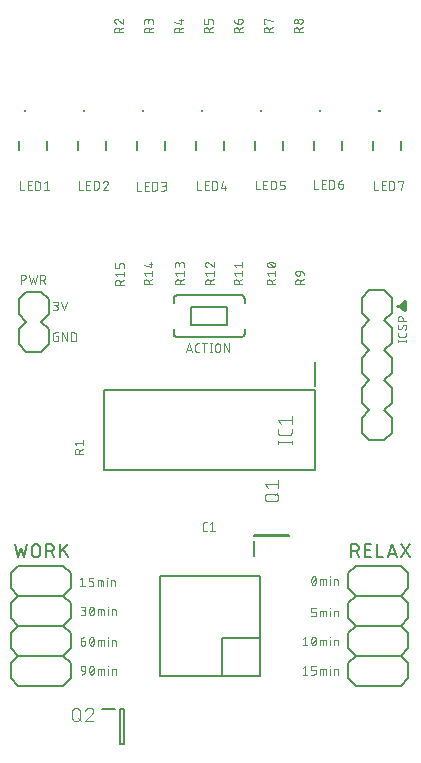
<source format=gbr>
G04 EAGLE Gerber RS-274X export*
G75*
%MOMM*%
%FSLAX34Y34*%
%LPD*%
%INSilkscreen Top*%
%IPPOS*%
%AMOC8*
5,1,8,0,0,1.08239X$1,22.5*%
G01*
%ADD10C,0.076200*%
%ADD11C,0.254000*%
%ADD12C,0.203200*%
%ADD13C,0.200000*%
%ADD14C,0.101600*%
%ADD15C,0.152400*%
%ADD16C,0.127000*%
%ADD17C,0.100000*%
%ADD18C,0.100000*%


D10*
X89845Y162582D02*
X91891Y164219D01*
X91891Y156853D01*
X89845Y156853D02*
X93937Y156853D01*
X97160Y156853D02*
X99616Y156853D01*
X99694Y156855D01*
X99772Y156860D01*
X99849Y156870D01*
X99926Y156883D01*
X100002Y156899D01*
X100077Y156919D01*
X100151Y156943D01*
X100224Y156970D01*
X100296Y157001D01*
X100366Y157035D01*
X100435Y157072D01*
X100501Y157113D01*
X100566Y157157D01*
X100628Y157203D01*
X100688Y157253D01*
X100746Y157305D01*
X100801Y157360D01*
X100853Y157418D01*
X100903Y157478D01*
X100949Y157540D01*
X100993Y157605D01*
X101034Y157672D01*
X101071Y157740D01*
X101105Y157810D01*
X101136Y157882D01*
X101163Y157955D01*
X101187Y158029D01*
X101207Y158104D01*
X101223Y158180D01*
X101236Y158257D01*
X101246Y158334D01*
X101251Y158412D01*
X101253Y158490D01*
X101253Y159308D01*
X101251Y159386D01*
X101246Y159464D01*
X101236Y159541D01*
X101223Y159618D01*
X101207Y159694D01*
X101187Y159769D01*
X101163Y159843D01*
X101136Y159916D01*
X101105Y159988D01*
X101071Y160058D01*
X101034Y160127D01*
X100993Y160193D01*
X100949Y160258D01*
X100903Y160320D01*
X100853Y160380D01*
X100801Y160438D01*
X100746Y160493D01*
X100688Y160545D01*
X100628Y160595D01*
X100566Y160641D01*
X100501Y160685D01*
X100435Y160726D01*
X100366Y160763D01*
X100296Y160797D01*
X100224Y160828D01*
X100151Y160855D01*
X100077Y160879D01*
X100002Y160899D01*
X99926Y160915D01*
X99849Y160928D01*
X99772Y160938D01*
X99694Y160943D01*
X99616Y160945D01*
X97160Y160945D01*
X97160Y164219D01*
X101253Y164219D01*
X104798Y161764D02*
X104798Y156853D01*
X104798Y161764D02*
X108481Y161764D01*
X108550Y161762D01*
X108618Y161756D01*
X108687Y161747D01*
X108754Y161733D01*
X108821Y161716D01*
X108887Y161695D01*
X108951Y161671D01*
X109014Y161642D01*
X109075Y161611D01*
X109134Y161576D01*
X109192Y161538D01*
X109247Y161496D01*
X109299Y161452D01*
X109349Y161404D01*
X109397Y161354D01*
X109441Y161302D01*
X109483Y161247D01*
X109521Y161189D01*
X109556Y161130D01*
X109587Y161069D01*
X109616Y161006D01*
X109640Y160942D01*
X109661Y160876D01*
X109678Y160809D01*
X109692Y160742D01*
X109701Y160673D01*
X109707Y160605D01*
X109709Y160536D01*
X109709Y156853D01*
X107253Y156853D02*
X107253Y161764D01*
X113105Y161764D02*
X113105Y156853D01*
X112901Y163810D02*
X112901Y164219D01*
X113310Y164219D01*
X113310Y163810D01*
X112901Y163810D01*
X116345Y161764D02*
X116345Y156853D01*
X116345Y161764D02*
X118391Y161764D01*
X118460Y161762D01*
X118528Y161756D01*
X118597Y161747D01*
X118664Y161733D01*
X118731Y161716D01*
X118797Y161695D01*
X118861Y161671D01*
X118924Y161642D01*
X118985Y161611D01*
X119044Y161576D01*
X119102Y161538D01*
X119157Y161496D01*
X119209Y161452D01*
X119259Y161404D01*
X119307Y161354D01*
X119351Y161302D01*
X119393Y161247D01*
X119431Y161189D01*
X119466Y161130D01*
X119497Y161069D01*
X119526Y161006D01*
X119550Y160942D01*
X119571Y160876D01*
X119588Y160809D01*
X119602Y160742D01*
X119611Y160673D01*
X119617Y160605D01*
X119619Y160536D01*
X119619Y156853D01*
X92391Y132313D02*
X90345Y132313D01*
X92391Y132313D02*
X92480Y132315D01*
X92569Y132321D01*
X92658Y132331D01*
X92746Y132344D01*
X92834Y132361D01*
X92921Y132383D01*
X93006Y132408D01*
X93091Y132436D01*
X93174Y132469D01*
X93256Y132505D01*
X93336Y132544D01*
X93414Y132587D01*
X93490Y132633D01*
X93565Y132683D01*
X93637Y132736D01*
X93706Y132792D01*
X93773Y132851D01*
X93838Y132912D01*
X93899Y132977D01*
X93958Y133044D01*
X94014Y133113D01*
X94067Y133185D01*
X94117Y133260D01*
X94163Y133336D01*
X94206Y133414D01*
X94245Y133494D01*
X94281Y133576D01*
X94314Y133659D01*
X94342Y133744D01*
X94367Y133829D01*
X94389Y133916D01*
X94406Y134004D01*
X94419Y134092D01*
X94429Y134181D01*
X94435Y134270D01*
X94437Y134359D01*
X94435Y134448D01*
X94429Y134537D01*
X94419Y134626D01*
X94406Y134714D01*
X94389Y134802D01*
X94367Y134889D01*
X94342Y134974D01*
X94314Y135059D01*
X94281Y135142D01*
X94245Y135224D01*
X94206Y135304D01*
X94163Y135382D01*
X94117Y135458D01*
X94067Y135533D01*
X94014Y135605D01*
X93958Y135674D01*
X93899Y135741D01*
X93838Y135806D01*
X93773Y135867D01*
X93706Y135926D01*
X93637Y135982D01*
X93565Y136035D01*
X93490Y136085D01*
X93414Y136131D01*
X93336Y136174D01*
X93256Y136213D01*
X93174Y136249D01*
X93091Y136282D01*
X93006Y136310D01*
X92921Y136335D01*
X92834Y136357D01*
X92746Y136374D01*
X92658Y136387D01*
X92569Y136397D01*
X92480Y136403D01*
X92391Y136405D01*
X92801Y139679D02*
X90345Y139679D01*
X92801Y139679D02*
X92880Y139677D01*
X92959Y139671D01*
X93038Y139662D01*
X93116Y139649D01*
X93193Y139631D01*
X93269Y139611D01*
X93344Y139586D01*
X93418Y139558D01*
X93491Y139527D01*
X93562Y139491D01*
X93631Y139453D01*
X93698Y139411D01*
X93763Y139366D01*
X93826Y139318D01*
X93887Y139267D01*
X93944Y139213D01*
X94000Y139157D01*
X94052Y139098D01*
X94102Y139036D01*
X94148Y138972D01*
X94192Y138906D01*
X94232Y138838D01*
X94268Y138768D01*
X94302Y138696D01*
X94332Y138622D01*
X94358Y138548D01*
X94381Y138472D01*
X94399Y138395D01*
X94415Y138318D01*
X94426Y138239D01*
X94434Y138161D01*
X94438Y138082D01*
X94438Y138002D01*
X94434Y137923D01*
X94426Y137845D01*
X94415Y137766D01*
X94399Y137689D01*
X94381Y137612D01*
X94358Y137536D01*
X94332Y137462D01*
X94302Y137388D01*
X94268Y137316D01*
X94232Y137246D01*
X94192Y137178D01*
X94148Y137112D01*
X94102Y137048D01*
X94052Y136986D01*
X94000Y136927D01*
X93944Y136871D01*
X93887Y136817D01*
X93826Y136766D01*
X93763Y136718D01*
X93698Y136673D01*
X93631Y136631D01*
X93562Y136593D01*
X93491Y136557D01*
X93418Y136526D01*
X93344Y136498D01*
X93269Y136473D01*
X93193Y136453D01*
X93116Y136435D01*
X93038Y136422D01*
X92959Y136413D01*
X92880Y136407D01*
X92801Y136405D01*
X91164Y136405D01*
X97661Y135996D02*
X97663Y136149D01*
X97669Y136302D01*
X97678Y136454D01*
X97692Y136607D01*
X97709Y136759D01*
X97730Y136910D01*
X97755Y137061D01*
X97784Y137211D01*
X97816Y137361D01*
X97853Y137509D01*
X97893Y137657D01*
X97936Y137804D01*
X97984Y137949D01*
X98035Y138093D01*
X98089Y138236D01*
X98148Y138378D01*
X98209Y138517D01*
X98275Y138656D01*
X98301Y138726D01*
X98331Y138796D01*
X98364Y138863D01*
X98400Y138929D01*
X98439Y138993D01*
X98482Y139055D01*
X98528Y139114D01*
X98576Y139172D01*
X98627Y139226D01*
X98681Y139279D01*
X98738Y139328D01*
X98797Y139375D01*
X98858Y139418D01*
X98921Y139459D01*
X98986Y139496D01*
X99053Y139531D01*
X99122Y139561D01*
X99192Y139589D01*
X99263Y139612D01*
X99335Y139633D01*
X99408Y139649D01*
X99482Y139662D01*
X99557Y139672D01*
X99632Y139677D01*
X99707Y139679D01*
X99782Y139677D01*
X99857Y139672D01*
X99932Y139662D01*
X100006Y139649D01*
X100079Y139633D01*
X100151Y139612D01*
X100222Y139589D01*
X100292Y139561D01*
X100361Y139531D01*
X100428Y139496D01*
X100493Y139459D01*
X100556Y139418D01*
X100617Y139375D01*
X100676Y139328D01*
X100733Y139279D01*
X100787Y139226D01*
X100838Y139172D01*
X100887Y139114D01*
X100932Y139055D01*
X100975Y138993D01*
X101014Y138929D01*
X101051Y138863D01*
X101083Y138795D01*
X101113Y138726D01*
X101139Y138656D01*
X101204Y138518D01*
X101266Y138378D01*
X101324Y138236D01*
X101379Y138093D01*
X101430Y137949D01*
X101478Y137804D01*
X101521Y137657D01*
X101561Y137510D01*
X101598Y137361D01*
X101630Y137211D01*
X101659Y137061D01*
X101684Y136910D01*
X101705Y136759D01*
X101722Y136607D01*
X101736Y136454D01*
X101745Y136302D01*
X101751Y136149D01*
X101753Y135996D01*
X97660Y135996D02*
X97662Y135843D01*
X97668Y135690D01*
X97677Y135537D01*
X97691Y135385D01*
X97708Y135233D01*
X97729Y135082D01*
X97754Y134931D01*
X97783Y134780D01*
X97815Y134631D01*
X97852Y134482D01*
X97892Y134335D01*
X97935Y134188D01*
X97983Y134043D01*
X98034Y133898D01*
X98089Y133756D01*
X98147Y133614D01*
X98209Y133474D01*
X98274Y133336D01*
X98275Y133336D02*
X98301Y133265D01*
X98331Y133196D01*
X98364Y133129D01*
X98400Y133063D01*
X98439Y132999D01*
X98482Y132937D01*
X98528Y132878D01*
X98576Y132820D01*
X98627Y132766D01*
X98681Y132713D01*
X98738Y132664D01*
X98797Y132617D01*
X98858Y132574D01*
X98921Y132533D01*
X98986Y132496D01*
X99053Y132461D01*
X99122Y132431D01*
X99192Y132403D01*
X99263Y132380D01*
X99335Y132359D01*
X99408Y132343D01*
X99482Y132330D01*
X99557Y132320D01*
X99632Y132315D01*
X99707Y132313D01*
X101138Y133336D02*
X101203Y133474D01*
X101265Y133614D01*
X101323Y133756D01*
X101378Y133899D01*
X101429Y134043D01*
X101477Y134188D01*
X101520Y134335D01*
X101560Y134483D01*
X101597Y134631D01*
X101629Y134781D01*
X101658Y134931D01*
X101683Y135082D01*
X101704Y135233D01*
X101721Y135385D01*
X101735Y135538D01*
X101744Y135690D01*
X101750Y135843D01*
X101752Y135996D01*
X101139Y133336D02*
X101113Y133266D01*
X101083Y133196D01*
X101051Y133129D01*
X101014Y133063D01*
X100975Y132999D01*
X100932Y132937D01*
X100886Y132878D01*
X100838Y132820D01*
X100787Y132766D01*
X100733Y132713D01*
X100676Y132664D01*
X100617Y132617D01*
X100556Y132574D01*
X100493Y132533D01*
X100428Y132496D01*
X100361Y132461D01*
X100292Y132431D01*
X100222Y132403D01*
X100151Y132380D01*
X100079Y132359D01*
X100006Y132343D01*
X99932Y132330D01*
X99857Y132320D01*
X99782Y132315D01*
X99707Y132313D01*
X98070Y133950D02*
X101343Y138042D01*
X105298Y137224D02*
X105298Y132313D01*
X105298Y137224D02*
X108981Y137224D01*
X109050Y137222D01*
X109118Y137216D01*
X109187Y137207D01*
X109254Y137193D01*
X109321Y137176D01*
X109387Y137155D01*
X109451Y137131D01*
X109514Y137102D01*
X109575Y137071D01*
X109634Y137036D01*
X109692Y136998D01*
X109747Y136956D01*
X109799Y136912D01*
X109849Y136864D01*
X109897Y136814D01*
X109941Y136762D01*
X109983Y136707D01*
X110021Y136649D01*
X110056Y136590D01*
X110087Y136529D01*
X110116Y136466D01*
X110140Y136402D01*
X110161Y136336D01*
X110178Y136269D01*
X110192Y136202D01*
X110201Y136133D01*
X110207Y136065D01*
X110209Y135996D01*
X110209Y132313D01*
X107753Y132313D02*
X107753Y137224D01*
X113605Y137224D02*
X113605Y132313D01*
X113401Y139270D02*
X113401Y139679D01*
X113810Y139679D01*
X113810Y139270D01*
X113401Y139270D01*
X116845Y137224D02*
X116845Y132313D01*
X116845Y137224D02*
X118891Y137224D01*
X118960Y137222D01*
X119028Y137216D01*
X119097Y137207D01*
X119164Y137193D01*
X119231Y137176D01*
X119297Y137155D01*
X119361Y137131D01*
X119424Y137102D01*
X119485Y137071D01*
X119544Y137036D01*
X119602Y136998D01*
X119657Y136956D01*
X119709Y136912D01*
X119759Y136864D01*
X119807Y136814D01*
X119851Y136762D01*
X119893Y136707D01*
X119931Y136649D01*
X119966Y136590D01*
X119997Y136529D01*
X120026Y136466D01*
X120050Y136402D01*
X120071Y136336D01*
X120088Y136269D01*
X120102Y136202D01*
X120111Y136133D01*
X120117Y136065D01*
X120119Y135996D01*
X120119Y132313D01*
X92801Y110535D02*
X90345Y110535D01*
X92801Y110535D02*
X92879Y110533D01*
X92957Y110528D01*
X93034Y110518D01*
X93111Y110505D01*
X93187Y110489D01*
X93262Y110469D01*
X93336Y110445D01*
X93409Y110418D01*
X93481Y110387D01*
X93551Y110353D01*
X93620Y110316D01*
X93686Y110275D01*
X93751Y110231D01*
X93813Y110185D01*
X93873Y110135D01*
X93931Y110083D01*
X93986Y110028D01*
X94038Y109970D01*
X94088Y109910D01*
X94134Y109848D01*
X94178Y109783D01*
X94219Y109717D01*
X94256Y109648D01*
X94290Y109578D01*
X94321Y109506D01*
X94348Y109433D01*
X94372Y109359D01*
X94392Y109284D01*
X94408Y109208D01*
X94421Y109131D01*
X94431Y109054D01*
X94436Y108976D01*
X94438Y108898D01*
X94437Y108898D02*
X94437Y108489D01*
X94435Y108400D01*
X94429Y108311D01*
X94419Y108222D01*
X94406Y108134D01*
X94389Y108046D01*
X94367Y107959D01*
X94342Y107874D01*
X94314Y107789D01*
X94281Y107706D01*
X94245Y107624D01*
X94206Y107544D01*
X94163Y107466D01*
X94117Y107390D01*
X94067Y107315D01*
X94014Y107243D01*
X93958Y107174D01*
X93899Y107107D01*
X93838Y107042D01*
X93773Y106981D01*
X93706Y106922D01*
X93637Y106866D01*
X93565Y106813D01*
X93490Y106763D01*
X93414Y106717D01*
X93336Y106674D01*
X93256Y106635D01*
X93174Y106599D01*
X93091Y106566D01*
X93006Y106538D01*
X92921Y106513D01*
X92834Y106491D01*
X92746Y106474D01*
X92658Y106461D01*
X92569Y106451D01*
X92480Y106445D01*
X92391Y106443D01*
X92302Y106445D01*
X92213Y106451D01*
X92124Y106461D01*
X92036Y106474D01*
X91948Y106491D01*
X91861Y106513D01*
X91776Y106538D01*
X91691Y106566D01*
X91608Y106599D01*
X91526Y106635D01*
X91446Y106674D01*
X91368Y106717D01*
X91292Y106763D01*
X91217Y106813D01*
X91145Y106866D01*
X91076Y106922D01*
X91009Y106981D01*
X90944Y107042D01*
X90883Y107107D01*
X90824Y107174D01*
X90768Y107243D01*
X90715Y107315D01*
X90665Y107390D01*
X90619Y107466D01*
X90576Y107544D01*
X90537Y107624D01*
X90501Y107706D01*
X90468Y107789D01*
X90440Y107874D01*
X90415Y107959D01*
X90393Y108046D01*
X90376Y108134D01*
X90363Y108222D01*
X90353Y108311D01*
X90347Y108400D01*
X90345Y108489D01*
X90345Y110535D01*
X90347Y110649D01*
X90353Y110763D01*
X90363Y110877D01*
X90377Y110991D01*
X90395Y111104D01*
X90417Y111216D01*
X90442Y111327D01*
X90472Y111437D01*
X90505Y111547D01*
X90542Y111655D01*
X90583Y111761D01*
X90628Y111867D01*
X90676Y111970D01*
X90728Y112072D01*
X90784Y112172D01*
X90842Y112270D01*
X90905Y112366D01*
X90970Y112459D01*
X91039Y112551D01*
X91111Y112639D01*
X91186Y112726D01*
X91264Y112809D01*
X91345Y112890D01*
X91428Y112968D01*
X91515Y113043D01*
X91603Y113115D01*
X91695Y113184D01*
X91788Y113249D01*
X91884Y113311D01*
X91982Y113370D01*
X92082Y113426D01*
X92184Y113478D01*
X92287Y113526D01*
X92393Y113571D01*
X92499Y113612D01*
X92607Y113649D01*
X92717Y113682D01*
X92827Y113712D01*
X92938Y113737D01*
X93050Y113759D01*
X93163Y113777D01*
X93277Y113791D01*
X93391Y113801D01*
X93505Y113807D01*
X93619Y113809D01*
X98275Y112786D02*
X98209Y112647D01*
X98148Y112508D01*
X98089Y112366D01*
X98035Y112223D01*
X97984Y112079D01*
X97936Y111934D01*
X97893Y111787D01*
X97853Y111639D01*
X97816Y111491D01*
X97784Y111341D01*
X97755Y111191D01*
X97730Y111040D01*
X97709Y110889D01*
X97692Y110737D01*
X97678Y110584D01*
X97669Y110432D01*
X97663Y110279D01*
X97661Y110126D01*
X98275Y112786D02*
X98301Y112856D01*
X98331Y112926D01*
X98364Y112993D01*
X98400Y113059D01*
X98439Y113123D01*
X98482Y113185D01*
X98528Y113244D01*
X98576Y113302D01*
X98627Y113356D01*
X98681Y113409D01*
X98738Y113458D01*
X98797Y113505D01*
X98858Y113548D01*
X98921Y113589D01*
X98986Y113626D01*
X99053Y113661D01*
X99122Y113691D01*
X99192Y113719D01*
X99263Y113742D01*
X99335Y113763D01*
X99408Y113779D01*
X99482Y113792D01*
X99557Y113802D01*
X99632Y113807D01*
X99707Y113809D01*
X99782Y113807D01*
X99857Y113802D01*
X99932Y113792D01*
X100006Y113779D01*
X100079Y113763D01*
X100151Y113742D01*
X100222Y113719D01*
X100292Y113691D01*
X100361Y113661D01*
X100428Y113626D01*
X100493Y113589D01*
X100556Y113548D01*
X100617Y113505D01*
X100676Y113458D01*
X100733Y113409D01*
X100787Y113356D01*
X100838Y113302D01*
X100887Y113244D01*
X100932Y113185D01*
X100975Y113123D01*
X101014Y113059D01*
X101051Y112993D01*
X101083Y112925D01*
X101113Y112856D01*
X101139Y112786D01*
X101204Y112648D01*
X101266Y112508D01*
X101324Y112366D01*
X101379Y112223D01*
X101430Y112079D01*
X101478Y111934D01*
X101521Y111787D01*
X101561Y111640D01*
X101598Y111491D01*
X101630Y111341D01*
X101659Y111191D01*
X101684Y111040D01*
X101705Y110889D01*
X101722Y110737D01*
X101736Y110584D01*
X101745Y110432D01*
X101751Y110279D01*
X101753Y110126D01*
X97660Y110126D02*
X97662Y109973D01*
X97668Y109820D01*
X97677Y109667D01*
X97691Y109515D01*
X97708Y109363D01*
X97729Y109212D01*
X97754Y109061D01*
X97783Y108910D01*
X97815Y108761D01*
X97852Y108612D01*
X97892Y108465D01*
X97935Y108318D01*
X97983Y108173D01*
X98034Y108028D01*
X98089Y107886D01*
X98147Y107744D01*
X98209Y107604D01*
X98274Y107466D01*
X98275Y107466D02*
X98301Y107395D01*
X98331Y107326D01*
X98364Y107259D01*
X98400Y107193D01*
X98439Y107129D01*
X98482Y107067D01*
X98528Y107008D01*
X98576Y106950D01*
X98627Y106896D01*
X98681Y106843D01*
X98738Y106794D01*
X98797Y106747D01*
X98858Y106704D01*
X98921Y106663D01*
X98986Y106626D01*
X99053Y106591D01*
X99122Y106561D01*
X99192Y106533D01*
X99263Y106510D01*
X99335Y106489D01*
X99408Y106473D01*
X99482Y106460D01*
X99557Y106450D01*
X99632Y106445D01*
X99707Y106443D01*
X101138Y107466D02*
X101203Y107604D01*
X101265Y107744D01*
X101323Y107886D01*
X101378Y108029D01*
X101429Y108173D01*
X101477Y108318D01*
X101520Y108465D01*
X101560Y108613D01*
X101597Y108761D01*
X101629Y108911D01*
X101658Y109061D01*
X101683Y109212D01*
X101704Y109363D01*
X101721Y109515D01*
X101735Y109668D01*
X101744Y109820D01*
X101750Y109973D01*
X101752Y110126D01*
X101139Y107466D02*
X101113Y107396D01*
X101083Y107326D01*
X101051Y107259D01*
X101014Y107193D01*
X100975Y107129D01*
X100932Y107067D01*
X100886Y107008D01*
X100838Y106950D01*
X100787Y106896D01*
X100733Y106843D01*
X100676Y106794D01*
X100617Y106747D01*
X100556Y106704D01*
X100493Y106663D01*
X100428Y106626D01*
X100361Y106591D01*
X100292Y106561D01*
X100222Y106533D01*
X100151Y106510D01*
X100079Y106489D01*
X100006Y106473D01*
X99932Y106460D01*
X99857Y106450D01*
X99782Y106445D01*
X99707Y106443D01*
X98070Y108080D02*
X101343Y112172D01*
X105298Y111354D02*
X105298Y106443D01*
X105298Y111354D02*
X108981Y111354D01*
X109050Y111352D01*
X109118Y111346D01*
X109187Y111337D01*
X109254Y111323D01*
X109321Y111306D01*
X109387Y111285D01*
X109451Y111261D01*
X109514Y111232D01*
X109575Y111201D01*
X109634Y111166D01*
X109692Y111128D01*
X109747Y111086D01*
X109799Y111042D01*
X109849Y110994D01*
X109897Y110944D01*
X109941Y110892D01*
X109983Y110837D01*
X110021Y110779D01*
X110056Y110720D01*
X110087Y110659D01*
X110116Y110596D01*
X110140Y110532D01*
X110161Y110466D01*
X110178Y110399D01*
X110192Y110332D01*
X110201Y110263D01*
X110207Y110195D01*
X110209Y110126D01*
X110209Y106443D01*
X107753Y106443D02*
X107753Y111354D01*
X113605Y111354D02*
X113605Y106443D01*
X113401Y113400D02*
X113401Y113809D01*
X113810Y113809D01*
X113810Y113400D01*
X113401Y113400D01*
X116845Y111354D02*
X116845Y106443D01*
X116845Y111354D02*
X118891Y111354D01*
X118960Y111352D01*
X119028Y111346D01*
X119097Y111337D01*
X119164Y111323D01*
X119231Y111306D01*
X119297Y111285D01*
X119361Y111261D01*
X119424Y111232D01*
X119485Y111201D01*
X119544Y111166D01*
X119602Y111128D01*
X119657Y111086D01*
X119709Y111042D01*
X119759Y110994D01*
X119807Y110944D01*
X119851Y110892D01*
X119893Y110837D01*
X119931Y110779D01*
X119966Y110720D01*
X119997Y110659D01*
X120026Y110596D01*
X120050Y110532D01*
X120071Y110466D01*
X120088Y110399D01*
X120102Y110332D01*
X120111Y110263D01*
X120117Y110195D01*
X120119Y110126D01*
X120119Y106443D01*
X94437Y85387D02*
X91982Y85387D01*
X91904Y85389D01*
X91826Y85394D01*
X91749Y85404D01*
X91672Y85417D01*
X91596Y85433D01*
X91521Y85453D01*
X91447Y85477D01*
X91374Y85504D01*
X91302Y85535D01*
X91232Y85569D01*
X91163Y85606D01*
X91097Y85647D01*
X91032Y85691D01*
X90970Y85737D01*
X90910Y85787D01*
X90852Y85839D01*
X90797Y85894D01*
X90745Y85952D01*
X90695Y86012D01*
X90649Y86074D01*
X90605Y86139D01*
X90564Y86206D01*
X90527Y86274D01*
X90493Y86344D01*
X90462Y86416D01*
X90435Y86489D01*
X90411Y86563D01*
X90391Y86638D01*
X90375Y86714D01*
X90362Y86791D01*
X90352Y86868D01*
X90347Y86946D01*
X90345Y87024D01*
X90345Y87433D01*
X90347Y87522D01*
X90353Y87611D01*
X90363Y87700D01*
X90376Y87788D01*
X90393Y87876D01*
X90415Y87963D01*
X90440Y88048D01*
X90468Y88133D01*
X90501Y88216D01*
X90537Y88298D01*
X90576Y88378D01*
X90619Y88456D01*
X90665Y88532D01*
X90715Y88607D01*
X90768Y88679D01*
X90824Y88748D01*
X90883Y88815D01*
X90944Y88880D01*
X91009Y88941D01*
X91076Y89000D01*
X91145Y89056D01*
X91217Y89109D01*
X91292Y89159D01*
X91368Y89205D01*
X91446Y89248D01*
X91526Y89287D01*
X91608Y89323D01*
X91691Y89356D01*
X91776Y89384D01*
X91861Y89409D01*
X91948Y89431D01*
X92036Y89448D01*
X92124Y89461D01*
X92213Y89471D01*
X92302Y89477D01*
X92391Y89479D01*
X92480Y89477D01*
X92569Y89471D01*
X92658Y89461D01*
X92746Y89448D01*
X92834Y89431D01*
X92921Y89409D01*
X93006Y89384D01*
X93091Y89356D01*
X93174Y89323D01*
X93256Y89287D01*
X93336Y89248D01*
X93414Y89205D01*
X93490Y89159D01*
X93565Y89109D01*
X93637Y89056D01*
X93706Y89000D01*
X93773Y88941D01*
X93838Y88880D01*
X93899Y88815D01*
X93958Y88748D01*
X94014Y88679D01*
X94067Y88607D01*
X94117Y88532D01*
X94163Y88456D01*
X94206Y88378D01*
X94245Y88298D01*
X94281Y88216D01*
X94314Y88133D01*
X94342Y88048D01*
X94367Y87963D01*
X94389Y87876D01*
X94406Y87788D01*
X94419Y87700D01*
X94429Y87611D01*
X94435Y87522D01*
X94437Y87433D01*
X94437Y85387D01*
X94438Y85387D02*
X94436Y85275D01*
X94430Y85164D01*
X94421Y85052D01*
X94408Y84941D01*
X94390Y84831D01*
X94370Y84721D01*
X94345Y84612D01*
X94317Y84504D01*
X94285Y84397D01*
X94249Y84291D01*
X94210Y84186D01*
X94167Y84083D01*
X94121Y83981D01*
X94071Y83881D01*
X94018Y83782D01*
X93961Y83686D01*
X93902Y83591D01*
X93839Y83499D01*
X93773Y83409D01*
X93704Y83321D01*
X93632Y83235D01*
X93557Y83152D01*
X93479Y83072D01*
X93399Y82994D01*
X93316Y82919D01*
X93230Y82847D01*
X93142Y82778D01*
X93052Y82712D01*
X92960Y82649D01*
X92865Y82590D01*
X92769Y82533D01*
X92670Y82480D01*
X92570Y82430D01*
X92468Y82384D01*
X92365Y82341D01*
X92260Y82302D01*
X92154Y82266D01*
X92047Y82234D01*
X91939Y82206D01*
X91830Y82181D01*
X91720Y82161D01*
X91610Y82143D01*
X91499Y82130D01*
X91387Y82121D01*
X91276Y82115D01*
X91164Y82113D01*
X97661Y85796D02*
X97663Y85949D01*
X97669Y86102D01*
X97678Y86254D01*
X97692Y86407D01*
X97709Y86559D01*
X97730Y86710D01*
X97755Y86861D01*
X97784Y87011D01*
X97816Y87161D01*
X97853Y87309D01*
X97893Y87457D01*
X97936Y87604D01*
X97984Y87749D01*
X98035Y87893D01*
X98089Y88036D01*
X98148Y88178D01*
X98209Y88317D01*
X98275Y88456D01*
X98301Y88526D01*
X98331Y88596D01*
X98364Y88663D01*
X98400Y88729D01*
X98439Y88793D01*
X98482Y88855D01*
X98528Y88914D01*
X98576Y88972D01*
X98627Y89026D01*
X98681Y89079D01*
X98738Y89128D01*
X98797Y89175D01*
X98858Y89218D01*
X98921Y89259D01*
X98986Y89296D01*
X99053Y89331D01*
X99122Y89361D01*
X99192Y89389D01*
X99263Y89412D01*
X99335Y89433D01*
X99408Y89449D01*
X99482Y89462D01*
X99557Y89472D01*
X99632Y89477D01*
X99707Y89479D01*
X99782Y89477D01*
X99857Y89472D01*
X99932Y89462D01*
X100006Y89449D01*
X100079Y89433D01*
X100151Y89412D01*
X100222Y89389D01*
X100292Y89361D01*
X100361Y89331D01*
X100428Y89296D01*
X100493Y89259D01*
X100556Y89218D01*
X100617Y89175D01*
X100676Y89128D01*
X100733Y89079D01*
X100787Y89026D01*
X100838Y88972D01*
X100887Y88914D01*
X100932Y88855D01*
X100975Y88793D01*
X101014Y88729D01*
X101051Y88663D01*
X101083Y88595D01*
X101113Y88526D01*
X101139Y88456D01*
X101204Y88318D01*
X101266Y88178D01*
X101324Y88036D01*
X101379Y87893D01*
X101430Y87749D01*
X101478Y87604D01*
X101521Y87457D01*
X101561Y87310D01*
X101598Y87161D01*
X101630Y87011D01*
X101659Y86861D01*
X101684Y86710D01*
X101705Y86559D01*
X101722Y86407D01*
X101736Y86254D01*
X101745Y86102D01*
X101751Y85949D01*
X101753Y85796D01*
X97660Y85796D02*
X97662Y85643D01*
X97668Y85490D01*
X97677Y85337D01*
X97691Y85185D01*
X97708Y85033D01*
X97729Y84882D01*
X97754Y84731D01*
X97783Y84580D01*
X97815Y84431D01*
X97852Y84282D01*
X97892Y84135D01*
X97935Y83988D01*
X97983Y83843D01*
X98034Y83698D01*
X98089Y83556D01*
X98147Y83414D01*
X98209Y83274D01*
X98274Y83136D01*
X98275Y83136D02*
X98301Y83065D01*
X98331Y82996D01*
X98364Y82929D01*
X98400Y82863D01*
X98439Y82799D01*
X98482Y82737D01*
X98528Y82678D01*
X98576Y82620D01*
X98627Y82566D01*
X98681Y82513D01*
X98738Y82464D01*
X98797Y82417D01*
X98858Y82374D01*
X98921Y82333D01*
X98986Y82296D01*
X99053Y82261D01*
X99122Y82231D01*
X99192Y82203D01*
X99263Y82180D01*
X99335Y82159D01*
X99408Y82143D01*
X99482Y82130D01*
X99557Y82120D01*
X99632Y82115D01*
X99707Y82113D01*
X101138Y83136D02*
X101203Y83274D01*
X101265Y83414D01*
X101323Y83556D01*
X101378Y83699D01*
X101429Y83843D01*
X101477Y83988D01*
X101520Y84135D01*
X101560Y84283D01*
X101597Y84431D01*
X101629Y84581D01*
X101658Y84731D01*
X101683Y84882D01*
X101704Y85033D01*
X101721Y85185D01*
X101735Y85338D01*
X101744Y85490D01*
X101750Y85643D01*
X101752Y85796D01*
X101139Y83136D02*
X101113Y83066D01*
X101083Y82996D01*
X101051Y82929D01*
X101014Y82863D01*
X100975Y82799D01*
X100932Y82737D01*
X100886Y82678D01*
X100838Y82620D01*
X100787Y82566D01*
X100733Y82513D01*
X100676Y82464D01*
X100617Y82417D01*
X100556Y82374D01*
X100493Y82333D01*
X100428Y82296D01*
X100361Y82261D01*
X100292Y82231D01*
X100222Y82203D01*
X100151Y82180D01*
X100079Y82159D01*
X100006Y82143D01*
X99932Y82130D01*
X99857Y82120D01*
X99782Y82115D01*
X99707Y82113D01*
X98070Y83750D02*
X101343Y87842D01*
X105298Y87024D02*
X105298Y82113D01*
X105298Y87024D02*
X108981Y87024D01*
X109050Y87022D01*
X109118Y87016D01*
X109187Y87007D01*
X109254Y86993D01*
X109321Y86976D01*
X109387Y86955D01*
X109451Y86931D01*
X109514Y86902D01*
X109575Y86871D01*
X109634Y86836D01*
X109692Y86798D01*
X109747Y86756D01*
X109799Y86712D01*
X109849Y86664D01*
X109897Y86614D01*
X109941Y86562D01*
X109983Y86507D01*
X110021Y86449D01*
X110056Y86390D01*
X110087Y86329D01*
X110116Y86266D01*
X110140Y86202D01*
X110161Y86136D01*
X110178Y86069D01*
X110192Y86002D01*
X110201Y85933D01*
X110207Y85865D01*
X110209Y85796D01*
X110209Y82113D01*
X107753Y82113D02*
X107753Y87024D01*
X113605Y87024D02*
X113605Y82113D01*
X113401Y89070D02*
X113401Y89479D01*
X113810Y89479D01*
X113810Y89070D01*
X113401Y89070D01*
X116845Y87024D02*
X116845Y82113D01*
X116845Y87024D02*
X118891Y87024D01*
X118960Y87022D01*
X119028Y87016D01*
X119097Y87007D01*
X119164Y86993D01*
X119231Y86976D01*
X119297Y86955D01*
X119361Y86931D01*
X119424Y86902D01*
X119485Y86871D01*
X119544Y86836D01*
X119602Y86798D01*
X119657Y86756D01*
X119709Y86712D01*
X119759Y86664D01*
X119807Y86614D01*
X119851Y86562D01*
X119893Y86507D01*
X119931Y86449D01*
X119966Y86390D01*
X119997Y86329D01*
X120026Y86266D01*
X120050Y86202D01*
X120071Y86136D01*
X120088Y86069D01*
X120102Y86002D01*
X120111Y85933D01*
X120117Y85865D01*
X120119Y85796D01*
X120119Y82113D01*
X285661Y161626D02*
X285663Y161779D01*
X285669Y161932D01*
X285678Y162084D01*
X285692Y162237D01*
X285709Y162389D01*
X285730Y162540D01*
X285755Y162691D01*
X285784Y162841D01*
X285816Y162991D01*
X285853Y163139D01*
X285893Y163287D01*
X285936Y163434D01*
X285984Y163579D01*
X286035Y163723D01*
X286089Y163866D01*
X286148Y164008D01*
X286209Y164147D01*
X286275Y164286D01*
X286301Y164356D01*
X286331Y164426D01*
X286364Y164493D01*
X286400Y164559D01*
X286439Y164623D01*
X286482Y164685D01*
X286528Y164744D01*
X286576Y164802D01*
X286627Y164856D01*
X286681Y164909D01*
X286738Y164958D01*
X286797Y165005D01*
X286858Y165048D01*
X286921Y165089D01*
X286986Y165126D01*
X287053Y165161D01*
X287122Y165191D01*
X287192Y165219D01*
X287263Y165242D01*
X287335Y165263D01*
X287408Y165279D01*
X287482Y165292D01*
X287557Y165302D01*
X287632Y165307D01*
X287707Y165309D01*
X287782Y165307D01*
X287857Y165302D01*
X287932Y165292D01*
X288006Y165279D01*
X288079Y165263D01*
X288151Y165242D01*
X288222Y165219D01*
X288292Y165191D01*
X288361Y165161D01*
X288428Y165126D01*
X288493Y165089D01*
X288556Y165048D01*
X288617Y165005D01*
X288676Y164958D01*
X288733Y164909D01*
X288787Y164856D01*
X288838Y164802D01*
X288887Y164744D01*
X288932Y164685D01*
X288975Y164623D01*
X289014Y164559D01*
X289051Y164493D01*
X289083Y164425D01*
X289113Y164356D01*
X289139Y164286D01*
X289204Y164148D01*
X289266Y164008D01*
X289324Y163866D01*
X289379Y163723D01*
X289430Y163579D01*
X289478Y163434D01*
X289521Y163287D01*
X289561Y163140D01*
X289598Y162991D01*
X289630Y162841D01*
X289659Y162691D01*
X289684Y162540D01*
X289705Y162389D01*
X289722Y162237D01*
X289736Y162084D01*
X289745Y161932D01*
X289751Y161779D01*
X289753Y161626D01*
X285660Y161626D02*
X285662Y161473D01*
X285668Y161320D01*
X285677Y161167D01*
X285691Y161015D01*
X285708Y160863D01*
X285729Y160712D01*
X285754Y160561D01*
X285783Y160410D01*
X285815Y160261D01*
X285852Y160112D01*
X285892Y159965D01*
X285935Y159818D01*
X285983Y159673D01*
X286034Y159528D01*
X286089Y159386D01*
X286147Y159244D01*
X286209Y159104D01*
X286274Y158966D01*
X286275Y158966D02*
X286301Y158895D01*
X286331Y158826D01*
X286364Y158759D01*
X286400Y158693D01*
X286439Y158629D01*
X286482Y158567D01*
X286528Y158508D01*
X286576Y158450D01*
X286627Y158396D01*
X286681Y158343D01*
X286738Y158294D01*
X286797Y158247D01*
X286858Y158204D01*
X286921Y158163D01*
X286986Y158126D01*
X287053Y158091D01*
X287122Y158061D01*
X287192Y158033D01*
X287263Y158010D01*
X287335Y157989D01*
X287408Y157973D01*
X287482Y157960D01*
X287557Y157950D01*
X287632Y157945D01*
X287707Y157943D01*
X289138Y158966D02*
X289203Y159104D01*
X289265Y159244D01*
X289323Y159386D01*
X289378Y159529D01*
X289429Y159673D01*
X289477Y159818D01*
X289520Y159965D01*
X289560Y160113D01*
X289597Y160261D01*
X289629Y160411D01*
X289658Y160561D01*
X289683Y160712D01*
X289704Y160863D01*
X289721Y161015D01*
X289735Y161168D01*
X289744Y161320D01*
X289750Y161473D01*
X289752Y161626D01*
X289139Y158966D02*
X289113Y158896D01*
X289083Y158826D01*
X289051Y158759D01*
X289014Y158693D01*
X288975Y158629D01*
X288932Y158567D01*
X288886Y158508D01*
X288838Y158450D01*
X288787Y158396D01*
X288733Y158343D01*
X288676Y158294D01*
X288617Y158247D01*
X288556Y158204D01*
X288493Y158163D01*
X288428Y158126D01*
X288361Y158091D01*
X288292Y158061D01*
X288222Y158033D01*
X288151Y158010D01*
X288079Y157989D01*
X288006Y157973D01*
X287932Y157960D01*
X287857Y157950D01*
X287782Y157945D01*
X287707Y157943D01*
X286070Y159580D02*
X289343Y163672D01*
X293298Y162854D02*
X293298Y157943D01*
X293298Y162854D02*
X296981Y162854D01*
X297050Y162852D01*
X297118Y162846D01*
X297187Y162837D01*
X297254Y162823D01*
X297321Y162806D01*
X297387Y162785D01*
X297451Y162761D01*
X297514Y162732D01*
X297575Y162701D01*
X297634Y162666D01*
X297692Y162628D01*
X297747Y162586D01*
X297799Y162542D01*
X297849Y162494D01*
X297897Y162444D01*
X297941Y162392D01*
X297983Y162337D01*
X298021Y162279D01*
X298056Y162220D01*
X298087Y162159D01*
X298116Y162096D01*
X298140Y162032D01*
X298161Y161966D01*
X298178Y161899D01*
X298192Y161832D01*
X298201Y161763D01*
X298207Y161695D01*
X298209Y161626D01*
X298209Y157943D01*
X295753Y157943D02*
X295753Y162854D01*
X301605Y162854D02*
X301605Y157943D01*
X301401Y164900D02*
X301401Y165309D01*
X301810Y165309D01*
X301810Y164900D01*
X301401Y164900D01*
X304845Y162854D02*
X304845Y157943D01*
X304845Y162854D02*
X306891Y162854D01*
X306960Y162852D01*
X307028Y162846D01*
X307097Y162837D01*
X307164Y162823D01*
X307231Y162806D01*
X307297Y162785D01*
X307361Y162761D01*
X307424Y162732D01*
X307485Y162701D01*
X307544Y162666D01*
X307602Y162628D01*
X307657Y162586D01*
X307709Y162542D01*
X307759Y162494D01*
X307807Y162444D01*
X307851Y162392D01*
X307893Y162337D01*
X307931Y162279D01*
X307966Y162220D01*
X307997Y162159D01*
X308026Y162096D01*
X308050Y162032D01*
X308071Y161966D01*
X308088Y161899D01*
X308102Y161832D01*
X308111Y161763D01*
X308117Y161695D01*
X308119Y161626D01*
X308119Y157943D01*
X288116Y131343D02*
X285660Y131343D01*
X288116Y131343D02*
X288194Y131345D01*
X288272Y131350D01*
X288349Y131360D01*
X288426Y131373D01*
X288502Y131389D01*
X288577Y131409D01*
X288651Y131433D01*
X288724Y131460D01*
X288796Y131491D01*
X288866Y131525D01*
X288935Y131562D01*
X289001Y131603D01*
X289066Y131647D01*
X289128Y131693D01*
X289188Y131743D01*
X289246Y131795D01*
X289301Y131850D01*
X289353Y131908D01*
X289403Y131968D01*
X289449Y132030D01*
X289493Y132095D01*
X289534Y132162D01*
X289571Y132230D01*
X289605Y132300D01*
X289636Y132372D01*
X289663Y132445D01*
X289687Y132519D01*
X289707Y132594D01*
X289723Y132670D01*
X289736Y132747D01*
X289746Y132824D01*
X289751Y132902D01*
X289753Y132980D01*
X289753Y133798D01*
X289751Y133876D01*
X289746Y133954D01*
X289736Y134031D01*
X289723Y134108D01*
X289707Y134184D01*
X289687Y134259D01*
X289663Y134333D01*
X289636Y134406D01*
X289605Y134478D01*
X289571Y134548D01*
X289534Y134617D01*
X289493Y134683D01*
X289449Y134748D01*
X289403Y134810D01*
X289353Y134870D01*
X289301Y134928D01*
X289246Y134983D01*
X289188Y135035D01*
X289128Y135085D01*
X289066Y135131D01*
X289001Y135175D01*
X288935Y135216D01*
X288866Y135253D01*
X288796Y135287D01*
X288724Y135318D01*
X288651Y135345D01*
X288577Y135369D01*
X288502Y135389D01*
X288426Y135405D01*
X288349Y135418D01*
X288272Y135428D01*
X288194Y135433D01*
X288116Y135435D01*
X285660Y135435D01*
X285660Y138709D01*
X289753Y138709D01*
X293298Y136254D02*
X293298Y131343D01*
X293298Y136254D02*
X296981Y136254D01*
X297050Y136252D01*
X297118Y136246D01*
X297187Y136237D01*
X297254Y136223D01*
X297321Y136206D01*
X297387Y136185D01*
X297451Y136161D01*
X297514Y136132D01*
X297575Y136101D01*
X297634Y136066D01*
X297692Y136028D01*
X297747Y135986D01*
X297799Y135942D01*
X297849Y135894D01*
X297897Y135844D01*
X297941Y135792D01*
X297983Y135737D01*
X298021Y135679D01*
X298056Y135620D01*
X298087Y135559D01*
X298116Y135496D01*
X298140Y135432D01*
X298161Y135366D01*
X298178Y135299D01*
X298192Y135232D01*
X298201Y135163D01*
X298207Y135095D01*
X298209Y135026D01*
X298209Y131343D01*
X295753Y131343D02*
X295753Y136254D01*
X301605Y136254D02*
X301605Y131343D01*
X301401Y138300D02*
X301401Y138709D01*
X301810Y138709D01*
X301810Y138300D01*
X301401Y138300D01*
X304845Y136254D02*
X304845Y131343D01*
X304845Y136254D02*
X306891Y136254D01*
X306960Y136252D01*
X307028Y136246D01*
X307097Y136237D01*
X307164Y136223D01*
X307231Y136206D01*
X307297Y136185D01*
X307361Y136161D01*
X307424Y136132D01*
X307485Y136101D01*
X307544Y136066D01*
X307602Y136028D01*
X307657Y135986D01*
X307709Y135942D01*
X307759Y135894D01*
X307807Y135844D01*
X307851Y135792D01*
X307893Y135737D01*
X307931Y135679D01*
X307966Y135620D01*
X307997Y135559D01*
X308026Y135496D01*
X308050Y135432D01*
X308071Y135366D01*
X308088Y135299D01*
X308102Y135232D01*
X308111Y135163D01*
X308117Y135095D01*
X308119Y135026D01*
X308119Y131343D01*
X280391Y114109D02*
X278345Y112472D01*
X280391Y114109D02*
X280391Y106743D01*
X278345Y106743D02*
X282437Y106743D01*
X285661Y110426D02*
X285663Y110579D01*
X285669Y110732D01*
X285678Y110884D01*
X285692Y111037D01*
X285709Y111189D01*
X285730Y111340D01*
X285755Y111491D01*
X285784Y111641D01*
X285816Y111791D01*
X285853Y111939D01*
X285893Y112087D01*
X285936Y112234D01*
X285984Y112379D01*
X286035Y112523D01*
X286089Y112666D01*
X286148Y112808D01*
X286209Y112947D01*
X286275Y113086D01*
X286301Y113156D01*
X286331Y113226D01*
X286364Y113293D01*
X286400Y113359D01*
X286439Y113423D01*
X286482Y113485D01*
X286528Y113544D01*
X286576Y113602D01*
X286627Y113656D01*
X286681Y113709D01*
X286738Y113758D01*
X286797Y113805D01*
X286858Y113848D01*
X286921Y113889D01*
X286986Y113926D01*
X287053Y113961D01*
X287122Y113991D01*
X287192Y114019D01*
X287263Y114042D01*
X287335Y114063D01*
X287408Y114079D01*
X287482Y114092D01*
X287557Y114102D01*
X287632Y114107D01*
X287707Y114109D01*
X287782Y114107D01*
X287857Y114102D01*
X287932Y114092D01*
X288006Y114079D01*
X288079Y114063D01*
X288151Y114042D01*
X288222Y114019D01*
X288292Y113991D01*
X288361Y113961D01*
X288428Y113926D01*
X288493Y113889D01*
X288556Y113848D01*
X288617Y113805D01*
X288676Y113758D01*
X288733Y113709D01*
X288787Y113656D01*
X288838Y113602D01*
X288887Y113544D01*
X288932Y113485D01*
X288975Y113423D01*
X289014Y113359D01*
X289051Y113293D01*
X289083Y113225D01*
X289113Y113156D01*
X289139Y113086D01*
X289204Y112948D01*
X289266Y112808D01*
X289324Y112666D01*
X289379Y112523D01*
X289430Y112379D01*
X289478Y112234D01*
X289521Y112087D01*
X289561Y111940D01*
X289598Y111791D01*
X289630Y111641D01*
X289659Y111491D01*
X289684Y111340D01*
X289705Y111189D01*
X289722Y111037D01*
X289736Y110884D01*
X289745Y110732D01*
X289751Y110579D01*
X289753Y110426D01*
X285660Y110426D02*
X285662Y110273D01*
X285668Y110120D01*
X285677Y109967D01*
X285691Y109815D01*
X285708Y109663D01*
X285729Y109512D01*
X285754Y109361D01*
X285783Y109210D01*
X285815Y109061D01*
X285852Y108912D01*
X285892Y108765D01*
X285935Y108618D01*
X285983Y108473D01*
X286034Y108328D01*
X286089Y108186D01*
X286147Y108044D01*
X286209Y107904D01*
X286274Y107766D01*
X286275Y107766D02*
X286301Y107695D01*
X286331Y107626D01*
X286364Y107559D01*
X286400Y107493D01*
X286439Y107429D01*
X286482Y107367D01*
X286528Y107308D01*
X286576Y107250D01*
X286627Y107196D01*
X286681Y107143D01*
X286738Y107094D01*
X286797Y107047D01*
X286858Y107004D01*
X286921Y106963D01*
X286986Y106926D01*
X287053Y106891D01*
X287122Y106861D01*
X287192Y106833D01*
X287263Y106810D01*
X287335Y106789D01*
X287408Y106773D01*
X287482Y106760D01*
X287557Y106750D01*
X287632Y106745D01*
X287707Y106743D01*
X289138Y107766D02*
X289203Y107904D01*
X289265Y108044D01*
X289323Y108186D01*
X289378Y108329D01*
X289429Y108473D01*
X289477Y108618D01*
X289520Y108765D01*
X289560Y108913D01*
X289597Y109061D01*
X289629Y109211D01*
X289658Y109361D01*
X289683Y109512D01*
X289704Y109663D01*
X289721Y109815D01*
X289735Y109968D01*
X289744Y110120D01*
X289750Y110273D01*
X289752Y110426D01*
X289139Y107766D02*
X289113Y107696D01*
X289083Y107626D01*
X289051Y107559D01*
X289014Y107493D01*
X288975Y107429D01*
X288932Y107367D01*
X288886Y107308D01*
X288838Y107250D01*
X288787Y107196D01*
X288733Y107143D01*
X288676Y107094D01*
X288617Y107047D01*
X288556Y107004D01*
X288493Y106963D01*
X288428Y106926D01*
X288361Y106891D01*
X288292Y106861D01*
X288222Y106833D01*
X288151Y106810D01*
X288079Y106789D01*
X288006Y106773D01*
X287932Y106760D01*
X287857Y106750D01*
X287782Y106745D01*
X287707Y106743D01*
X286070Y108380D02*
X289343Y112472D01*
X293298Y111654D02*
X293298Y106743D01*
X293298Y111654D02*
X296981Y111654D01*
X297050Y111652D01*
X297118Y111646D01*
X297187Y111637D01*
X297254Y111623D01*
X297321Y111606D01*
X297387Y111585D01*
X297451Y111561D01*
X297514Y111532D01*
X297575Y111501D01*
X297634Y111466D01*
X297692Y111428D01*
X297747Y111386D01*
X297799Y111342D01*
X297849Y111294D01*
X297897Y111244D01*
X297941Y111192D01*
X297983Y111137D01*
X298021Y111079D01*
X298056Y111020D01*
X298087Y110959D01*
X298116Y110896D01*
X298140Y110832D01*
X298161Y110766D01*
X298178Y110699D01*
X298192Y110632D01*
X298201Y110563D01*
X298207Y110495D01*
X298209Y110426D01*
X298209Y106743D01*
X295753Y106743D02*
X295753Y111654D01*
X301605Y111654D02*
X301605Y106743D01*
X301401Y113700D02*
X301401Y114109D01*
X301810Y114109D01*
X301810Y113700D01*
X301401Y113700D01*
X304845Y111654D02*
X304845Y106743D01*
X304845Y111654D02*
X306891Y111654D01*
X306960Y111652D01*
X307028Y111646D01*
X307097Y111637D01*
X307164Y111623D01*
X307231Y111606D01*
X307297Y111585D01*
X307361Y111561D01*
X307424Y111532D01*
X307485Y111501D01*
X307544Y111466D01*
X307602Y111428D01*
X307657Y111386D01*
X307709Y111342D01*
X307759Y111294D01*
X307807Y111244D01*
X307851Y111192D01*
X307893Y111137D01*
X307931Y111079D01*
X307966Y111020D01*
X307997Y110959D01*
X308026Y110896D01*
X308050Y110832D01*
X308071Y110766D01*
X308088Y110699D01*
X308102Y110632D01*
X308111Y110563D01*
X308117Y110495D01*
X308119Y110426D01*
X308119Y106743D01*
X280391Y89509D02*
X278345Y87872D01*
X280391Y89509D02*
X280391Y82143D01*
X278345Y82143D02*
X282437Y82143D01*
X285660Y82143D02*
X288116Y82143D01*
X288194Y82145D01*
X288272Y82150D01*
X288349Y82160D01*
X288426Y82173D01*
X288502Y82189D01*
X288577Y82209D01*
X288651Y82233D01*
X288724Y82260D01*
X288796Y82291D01*
X288866Y82325D01*
X288935Y82362D01*
X289001Y82403D01*
X289066Y82447D01*
X289128Y82493D01*
X289188Y82543D01*
X289246Y82595D01*
X289301Y82650D01*
X289353Y82708D01*
X289403Y82768D01*
X289449Y82830D01*
X289493Y82895D01*
X289534Y82962D01*
X289571Y83030D01*
X289605Y83100D01*
X289636Y83172D01*
X289663Y83245D01*
X289687Y83319D01*
X289707Y83394D01*
X289723Y83470D01*
X289736Y83547D01*
X289746Y83624D01*
X289751Y83702D01*
X289753Y83780D01*
X289753Y84598D01*
X289751Y84676D01*
X289746Y84754D01*
X289736Y84831D01*
X289723Y84908D01*
X289707Y84984D01*
X289687Y85059D01*
X289663Y85133D01*
X289636Y85206D01*
X289605Y85278D01*
X289571Y85348D01*
X289534Y85417D01*
X289493Y85483D01*
X289449Y85548D01*
X289403Y85610D01*
X289353Y85670D01*
X289301Y85728D01*
X289246Y85783D01*
X289188Y85835D01*
X289128Y85885D01*
X289066Y85931D01*
X289001Y85975D01*
X288935Y86016D01*
X288866Y86053D01*
X288796Y86087D01*
X288724Y86118D01*
X288651Y86145D01*
X288577Y86169D01*
X288502Y86189D01*
X288426Y86205D01*
X288349Y86218D01*
X288272Y86228D01*
X288194Y86233D01*
X288116Y86235D01*
X285660Y86235D01*
X285660Y89509D01*
X289753Y89509D01*
X293298Y87054D02*
X293298Y82143D01*
X293298Y87054D02*
X296981Y87054D01*
X297050Y87052D01*
X297118Y87046D01*
X297187Y87037D01*
X297254Y87023D01*
X297321Y87006D01*
X297387Y86985D01*
X297451Y86961D01*
X297514Y86932D01*
X297575Y86901D01*
X297634Y86866D01*
X297692Y86828D01*
X297747Y86786D01*
X297799Y86742D01*
X297849Y86694D01*
X297897Y86644D01*
X297941Y86592D01*
X297983Y86537D01*
X298021Y86479D01*
X298056Y86420D01*
X298087Y86359D01*
X298116Y86296D01*
X298140Y86232D01*
X298161Y86166D01*
X298178Y86099D01*
X298192Y86032D01*
X298201Y85963D01*
X298207Y85895D01*
X298209Y85826D01*
X298209Y82143D01*
X295753Y82143D02*
X295753Y87054D01*
X301605Y87054D02*
X301605Y82143D01*
X301401Y89100D02*
X301401Y89509D01*
X301810Y89509D01*
X301810Y89100D01*
X301401Y89100D01*
X304845Y87054D02*
X304845Y82143D01*
X304845Y87054D02*
X306891Y87054D01*
X306960Y87052D01*
X307028Y87046D01*
X307097Y87037D01*
X307164Y87023D01*
X307231Y87006D01*
X307297Y86985D01*
X307361Y86961D01*
X307424Y86932D01*
X307485Y86901D01*
X307544Y86866D01*
X307602Y86828D01*
X307657Y86786D01*
X307709Y86742D01*
X307759Y86694D01*
X307807Y86644D01*
X307851Y86592D01*
X307893Y86537D01*
X307931Y86479D01*
X307966Y86420D01*
X307997Y86359D01*
X308026Y86296D01*
X308050Y86232D01*
X308071Y86166D01*
X308088Y86099D01*
X308102Y86032D01*
X308111Y85963D01*
X308117Y85895D01*
X308119Y85826D01*
X308119Y82143D01*
D11*
X364640Y390690D02*
X364640Y398310D01*
X360830Y394500D01*
X363370Y391960D01*
X364640Y390690D01*
X363370Y391960D02*
X363370Y394500D01*
X362100Y394500D02*
X358290Y394500D01*
D10*
X69087Y390511D02*
X67041Y390511D01*
X69087Y390511D02*
X69176Y390513D01*
X69265Y390519D01*
X69354Y390529D01*
X69442Y390542D01*
X69530Y390559D01*
X69617Y390581D01*
X69702Y390606D01*
X69787Y390634D01*
X69870Y390667D01*
X69952Y390703D01*
X70032Y390742D01*
X70110Y390785D01*
X70186Y390831D01*
X70261Y390881D01*
X70333Y390934D01*
X70402Y390990D01*
X70469Y391049D01*
X70534Y391110D01*
X70595Y391175D01*
X70654Y391242D01*
X70710Y391311D01*
X70763Y391383D01*
X70813Y391458D01*
X70859Y391534D01*
X70902Y391612D01*
X70941Y391692D01*
X70977Y391774D01*
X71010Y391857D01*
X71038Y391942D01*
X71063Y392027D01*
X71085Y392114D01*
X71102Y392202D01*
X71115Y392290D01*
X71125Y392379D01*
X71131Y392468D01*
X71133Y392557D01*
X71131Y392646D01*
X71125Y392735D01*
X71115Y392824D01*
X71102Y392912D01*
X71085Y393000D01*
X71063Y393087D01*
X71038Y393172D01*
X71010Y393257D01*
X70977Y393340D01*
X70941Y393422D01*
X70902Y393502D01*
X70859Y393580D01*
X70813Y393656D01*
X70763Y393731D01*
X70710Y393803D01*
X70654Y393872D01*
X70595Y393939D01*
X70534Y394004D01*
X70469Y394065D01*
X70402Y394124D01*
X70333Y394180D01*
X70261Y394233D01*
X70186Y394283D01*
X70110Y394329D01*
X70032Y394372D01*
X69952Y394411D01*
X69870Y394447D01*
X69787Y394480D01*
X69702Y394508D01*
X69617Y394533D01*
X69530Y394555D01*
X69442Y394572D01*
X69354Y394585D01*
X69265Y394595D01*
X69176Y394601D01*
X69087Y394603D01*
X69496Y397877D02*
X67041Y397877D01*
X69496Y397877D02*
X69575Y397875D01*
X69654Y397869D01*
X69733Y397860D01*
X69811Y397847D01*
X69888Y397829D01*
X69964Y397809D01*
X70039Y397784D01*
X70113Y397756D01*
X70186Y397725D01*
X70257Y397689D01*
X70326Y397651D01*
X70393Y397609D01*
X70458Y397564D01*
X70521Y397516D01*
X70582Y397465D01*
X70639Y397411D01*
X70695Y397355D01*
X70747Y397296D01*
X70797Y397234D01*
X70843Y397170D01*
X70887Y397104D01*
X70927Y397036D01*
X70963Y396966D01*
X70997Y396894D01*
X71027Y396820D01*
X71053Y396746D01*
X71076Y396670D01*
X71094Y396593D01*
X71110Y396516D01*
X71121Y396437D01*
X71129Y396359D01*
X71133Y396280D01*
X71133Y396200D01*
X71129Y396121D01*
X71121Y396043D01*
X71110Y395964D01*
X71094Y395887D01*
X71076Y395810D01*
X71053Y395734D01*
X71027Y395660D01*
X70997Y395586D01*
X70963Y395514D01*
X70927Y395444D01*
X70887Y395376D01*
X70843Y395310D01*
X70797Y395246D01*
X70747Y395184D01*
X70695Y395125D01*
X70639Y395069D01*
X70582Y395015D01*
X70521Y394964D01*
X70458Y394916D01*
X70393Y394871D01*
X70326Y394829D01*
X70257Y394791D01*
X70186Y394755D01*
X70113Y394724D01*
X70039Y394696D01*
X69964Y394671D01*
X69888Y394651D01*
X69811Y394633D01*
X69733Y394620D01*
X69654Y394611D01*
X69575Y394605D01*
X69496Y394603D01*
X67859Y394603D01*
X73947Y397877D02*
X76402Y390511D01*
X78858Y397877D01*
X71133Y368463D02*
X69906Y368463D01*
X71133Y368463D02*
X71133Y364371D01*
X68678Y364371D01*
X68600Y364373D01*
X68522Y364378D01*
X68445Y364388D01*
X68368Y364401D01*
X68292Y364417D01*
X68217Y364437D01*
X68143Y364461D01*
X68070Y364488D01*
X67998Y364519D01*
X67928Y364553D01*
X67860Y364590D01*
X67793Y364631D01*
X67728Y364675D01*
X67666Y364721D01*
X67606Y364771D01*
X67548Y364823D01*
X67493Y364878D01*
X67441Y364936D01*
X67391Y364996D01*
X67345Y365058D01*
X67301Y365123D01*
X67260Y365190D01*
X67223Y365258D01*
X67189Y365328D01*
X67158Y365400D01*
X67131Y365473D01*
X67107Y365547D01*
X67087Y365622D01*
X67071Y365698D01*
X67058Y365775D01*
X67048Y365852D01*
X67043Y365930D01*
X67041Y366008D01*
X67041Y370100D01*
X67043Y370180D01*
X67049Y370260D01*
X67059Y370340D01*
X67072Y370419D01*
X67090Y370498D01*
X67111Y370575D01*
X67137Y370651D01*
X67166Y370726D01*
X67198Y370800D01*
X67234Y370872D01*
X67274Y370942D01*
X67317Y371009D01*
X67363Y371075D01*
X67413Y371138D01*
X67465Y371199D01*
X67520Y371258D01*
X67579Y371313D01*
X67639Y371365D01*
X67703Y371415D01*
X67769Y371461D01*
X67836Y371504D01*
X67906Y371544D01*
X67978Y371580D01*
X68052Y371612D01*
X68126Y371641D01*
X68203Y371667D01*
X68280Y371688D01*
X68359Y371706D01*
X68438Y371719D01*
X68518Y371729D01*
X68598Y371735D01*
X68678Y371737D01*
X71133Y371737D01*
X74844Y371737D02*
X74844Y364371D01*
X78936Y364371D02*
X74844Y371737D01*
X78936Y371737D02*
X78936Y364371D01*
X82647Y364371D02*
X82647Y371737D01*
X84693Y371737D01*
X84782Y371735D01*
X84871Y371729D01*
X84960Y371719D01*
X85048Y371706D01*
X85136Y371689D01*
X85223Y371667D01*
X85308Y371642D01*
X85393Y371614D01*
X85476Y371581D01*
X85558Y371545D01*
X85638Y371506D01*
X85716Y371463D01*
X85792Y371417D01*
X85867Y371367D01*
X85939Y371314D01*
X86008Y371258D01*
X86075Y371199D01*
X86140Y371138D01*
X86201Y371073D01*
X86260Y371006D01*
X86316Y370937D01*
X86369Y370865D01*
X86419Y370790D01*
X86465Y370714D01*
X86508Y370636D01*
X86547Y370556D01*
X86583Y370474D01*
X86616Y370391D01*
X86644Y370306D01*
X86669Y370221D01*
X86691Y370134D01*
X86708Y370046D01*
X86721Y369958D01*
X86731Y369869D01*
X86737Y369780D01*
X86739Y369691D01*
X86739Y366417D01*
X86737Y366328D01*
X86731Y366239D01*
X86721Y366150D01*
X86708Y366062D01*
X86691Y365974D01*
X86669Y365887D01*
X86644Y365802D01*
X86616Y365717D01*
X86583Y365634D01*
X86547Y365552D01*
X86508Y365472D01*
X86465Y365394D01*
X86419Y365318D01*
X86369Y365243D01*
X86316Y365171D01*
X86260Y365102D01*
X86201Y365035D01*
X86140Y364970D01*
X86075Y364909D01*
X86008Y364850D01*
X85939Y364794D01*
X85867Y364741D01*
X85792Y364691D01*
X85716Y364645D01*
X85638Y364602D01*
X85558Y364563D01*
X85476Y364527D01*
X85393Y364494D01*
X85308Y364466D01*
X85223Y364441D01*
X85136Y364419D01*
X85048Y364402D01*
X84960Y364389D01*
X84871Y364379D01*
X84782Y364373D01*
X84693Y364371D01*
X82647Y364371D01*
D12*
X63500Y387350D02*
X63500Y400050D01*
X63500Y387350D02*
X57150Y381000D01*
X44450Y381000D02*
X38100Y387350D01*
X57150Y381000D02*
X63500Y374650D01*
X63500Y361950D01*
X57150Y355600D01*
X44450Y355600D02*
X38100Y361950D01*
X38100Y374650D01*
X44450Y381000D01*
X44450Y406400D02*
X57150Y406400D01*
X63500Y400050D01*
X44450Y406400D02*
X38100Y400050D01*
X38100Y387350D01*
X44450Y355600D02*
X57150Y355600D01*
D10*
X39869Y413149D02*
X39869Y420515D01*
X41915Y420515D01*
X42004Y420513D01*
X42093Y420507D01*
X42182Y420497D01*
X42270Y420484D01*
X42358Y420467D01*
X42445Y420445D01*
X42530Y420420D01*
X42615Y420392D01*
X42698Y420359D01*
X42780Y420323D01*
X42860Y420284D01*
X42938Y420241D01*
X43014Y420195D01*
X43089Y420145D01*
X43161Y420092D01*
X43230Y420036D01*
X43297Y419977D01*
X43362Y419916D01*
X43423Y419851D01*
X43482Y419784D01*
X43538Y419715D01*
X43591Y419643D01*
X43641Y419568D01*
X43687Y419492D01*
X43730Y419414D01*
X43769Y419334D01*
X43805Y419252D01*
X43838Y419169D01*
X43866Y419084D01*
X43891Y418999D01*
X43913Y418912D01*
X43930Y418824D01*
X43943Y418736D01*
X43953Y418647D01*
X43959Y418558D01*
X43961Y418469D01*
X43959Y418380D01*
X43953Y418291D01*
X43943Y418202D01*
X43930Y418114D01*
X43913Y418026D01*
X43891Y417939D01*
X43866Y417854D01*
X43838Y417769D01*
X43805Y417686D01*
X43769Y417604D01*
X43730Y417524D01*
X43687Y417446D01*
X43641Y417370D01*
X43591Y417295D01*
X43538Y417223D01*
X43482Y417154D01*
X43423Y417087D01*
X43362Y417022D01*
X43297Y416961D01*
X43230Y416902D01*
X43161Y416846D01*
X43089Y416793D01*
X43014Y416743D01*
X42938Y416697D01*
X42860Y416654D01*
X42780Y416615D01*
X42698Y416579D01*
X42615Y416546D01*
X42530Y416518D01*
X42445Y416493D01*
X42358Y416471D01*
X42270Y416454D01*
X42182Y416441D01*
X42093Y416431D01*
X42004Y416425D01*
X41915Y416423D01*
X39869Y416423D01*
X46570Y420515D02*
X48207Y413149D01*
X49844Y418060D01*
X51481Y413149D01*
X53118Y420515D01*
X56384Y420515D02*
X56384Y413149D01*
X56384Y420515D02*
X58430Y420515D01*
X58519Y420513D01*
X58608Y420507D01*
X58697Y420497D01*
X58785Y420484D01*
X58873Y420467D01*
X58960Y420445D01*
X59045Y420420D01*
X59130Y420392D01*
X59213Y420359D01*
X59295Y420323D01*
X59375Y420284D01*
X59453Y420241D01*
X59529Y420195D01*
X59604Y420145D01*
X59676Y420092D01*
X59745Y420036D01*
X59812Y419977D01*
X59877Y419916D01*
X59938Y419851D01*
X59997Y419784D01*
X60053Y419715D01*
X60106Y419643D01*
X60156Y419568D01*
X60202Y419492D01*
X60245Y419414D01*
X60284Y419334D01*
X60320Y419252D01*
X60353Y419169D01*
X60381Y419084D01*
X60406Y418999D01*
X60428Y418912D01*
X60445Y418824D01*
X60458Y418736D01*
X60468Y418647D01*
X60474Y418558D01*
X60476Y418469D01*
X60474Y418380D01*
X60468Y418291D01*
X60458Y418202D01*
X60445Y418114D01*
X60428Y418026D01*
X60406Y417939D01*
X60381Y417854D01*
X60353Y417769D01*
X60320Y417686D01*
X60284Y417604D01*
X60245Y417524D01*
X60202Y417446D01*
X60156Y417370D01*
X60106Y417295D01*
X60053Y417223D01*
X59997Y417154D01*
X59938Y417087D01*
X59877Y417022D01*
X59812Y416961D01*
X59745Y416902D01*
X59676Y416846D01*
X59604Y416793D01*
X59529Y416743D01*
X59453Y416697D01*
X59375Y416654D01*
X59295Y416615D01*
X59213Y416579D01*
X59130Y416546D01*
X59045Y416518D01*
X58960Y416493D01*
X58873Y416471D01*
X58785Y416454D01*
X58697Y416441D01*
X58608Y416431D01*
X58519Y416425D01*
X58430Y416423D01*
X56384Y416423D01*
X58839Y416423D02*
X60476Y413149D01*
X195505Y203553D02*
X197141Y203553D01*
X195505Y203553D02*
X195427Y203555D01*
X195349Y203560D01*
X195272Y203570D01*
X195195Y203583D01*
X195119Y203599D01*
X195044Y203619D01*
X194970Y203643D01*
X194897Y203670D01*
X194825Y203701D01*
X194755Y203735D01*
X194687Y203772D01*
X194620Y203813D01*
X194555Y203857D01*
X194493Y203903D01*
X194433Y203953D01*
X194375Y204005D01*
X194320Y204060D01*
X194268Y204118D01*
X194218Y204178D01*
X194172Y204240D01*
X194128Y204305D01*
X194087Y204372D01*
X194050Y204440D01*
X194016Y204510D01*
X193985Y204582D01*
X193958Y204655D01*
X193934Y204729D01*
X193914Y204804D01*
X193898Y204880D01*
X193885Y204957D01*
X193875Y205034D01*
X193870Y205112D01*
X193868Y205190D01*
X193868Y209282D01*
X193870Y209362D01*
X193876Y209442D01*
X193886Y209522D01*
X193899Y209601D01*
X193917Y209680D01*
X193938Y209757D01*
X193964Y209833D01*
X193993Y209908D01*
X194025Y209982D01*
X194061Y210054D01*
X194101Y210124D01*
X194144Y210191D01*
X194190Y210257D01*
X194240Y210320D01*
X194292Y210381D01*
X194347Y210440D01*
X194406Y210495D01*
X194466Y210547D01*
X194530Y210597D01*
X194596Y210643D01*
X194663Y210686D01*
X194733Y210726D01*
X194805Y210762D01*
X194879Y210794D01*
X194953Y210823D01*
X195030Y210849D01*
X195107Y210870D01*
X195186Y210888D01*
X195265Y210901D01*
X195345Y210911D01*
X195425Y210917D01*
X195505Y210919D01*
X197141Y210919D01*
X199987Y209282D02*
X202033Y210919D01*
X202033Y203553D01*
X199987Y203553D02*
X204079Y203553D01*
D13*
X289200Y255090D02*
X289200Y323090D01*
X289200Y255090D02*
X110200Y255090D01*
X110200Y323090D01*
X289200Y323090D01*
X289250Y326590D02*
X289250Y347090D01*
D14*
X269042Y278782D02*
X257358Y278782D01*
X269042Y277484D02*
X269042Y280080D01*
X257358Y280080D02*
X257358Y277484D01*
X269042Y287244D02*
X269042Y289840D01*
X269042Y287244D02*
X269040Y287145D01*
X269034Y287045D01*
X269025Y286946D01*
X269012Y286848D01*
X268995Y286750D01*
X268974Y286652D01*
X268949Y286556D01*
X268921Y286461D01*
X268889Y286367D01*
X268854Y286274D01*
X268815Y286182D01*
X268772Y286092D01*
X268727Y286004D01*
X268677Y285917D01*
X268625Y285833D01*
X268569Y285750D01*
X268511Y285670D01*
X268449Y285592D01*
X268384Y285517D01*
X268316Y285444D01*
X268246Y285374D01*
X268173Y285306D01*
X268098Y285241D01*
X268020Y285179D01*
X267940Y285121D01*
X267857Y285065D01*
X267773Y285013D01*
X267686Y284963D01*
X267598Y284918D01*
X267508Y284875D01*
X267416Y284836D01*
X267323Y284801D01*
X267229Y284769D01*
X267134Y284741D01*
X267038Y284716D01*
X266940Y284695D01*
X266842Y284678D01*
X266744Y284665D01*
X266645Y284656D01*
X266545Y284650D01*
X266446Y284648D01*
X266446Y284647D02*
X259954Y284647D01*
X259855Y284649D01*
X259755Y284655D01*
X259656Y284664D01*
X259558Y284677D01*
X259460Y284695D01*
X259362Y284715D01*
X259266Y284740D01*
X259170Y284768D01*
X259076Y284800D01*
X258983Y284835D01*
X258892Y284874D01*
X258802Y284917D01*
X258713Y284962D01*
X258627Y285012D01*
X258542Y285064D01*
X258460Y285120D01*
X258380Y285179D01*
X258302Y285240D01*
X258226Y285305D01*
X258153Y285373D01*
X258083Y285443D01*
X258015Y285516D01*
X257950Y285592D01*
X257889Y285670D01*
X257830Y285750D01*
X257774Y285832D01*
X257722Y285917D01*
X257673Y286003D01*
X257627Y286092D01*
X257584Y286182D01*
X257545Y286273D01*
X257510Y286366D01*
X257478Y286460D01*
X257450Y286556D01*
X257425Y286652D01*
X257405Y286750D01*
X257387Y286848D01*
X257374Y286946D01*
X257365Y287045D01*
X257359Y287144D01*
X257357Y287244D01*
X257358Y287244D02*
X257358Y289840D01*
X259954Y294205D02*
X257358Y297451D01*
X269042Y297451D01*
X269042Y300696D02*
X269042Y294205D01*
D10*
X92639Y268981D02*
X85273Y268981D01*
X85273Y271027D01*
X85275Y271116D01*
X85281Y271205D01*
X85291Y271294D01*
X85304Y271382D01*
X85321Y271470D01*
X85343Y271557D01*
X85368Y271642D01*
X85396Y271727D01*
X85429Y271810D01*
X85465Y271892D01*
X85504Y271972D01*
X85547Y272050D01*
X85593Y272126D01*
X85643Y272201D01*
X85696Y272273D01*
X85752Y272342D01*
X85811Y272409D01*
X85872Y272474D01*
X85937Y272535D01*
X86004Y272594D01*
X86073Y272650D01*
X86145Y272703D01*
X86220Y272753D01*
X86296Y272799D01*
X86374Y272842D01*
X86454Y272881D01*
X86536Y272917D01*
X86619Y272950D01*
X86704Y272978D01*
X86789Y273003D01*
X86876Y273025D01*
X86964Y273042D01*
X87052Y273055D01*
X87141Y273065D01*
X87230Y273071D01*
X87319Y273073D01*
X87408Y273071D01*
X87497Y273065D01*
X87586Y273055D01*
X87674Y273042D01*
X87762Y273025D01*
X87849Y273003D01*
X87934Y272978D01*
X88019Y272950D01*
X88102Y272917D01*
X88184Y272881D01*
X88264Y272842D01*
X88342Y272799D01*
X88418Y272753D01*
X88493Y272703D01*
X88565Y272650D01*
X88634Y272594D01*
X88701Y272535D01*
X88766Y272474D01*
X88827Y272409D01*
X88886Y272342D01*
X88942Y272273D01*
X88995Y272201D01*
X89045Y272126D01*
X89091Y272050D01*
X89134Y271972D01*
X89173Y271892D01*
X89209Y271810D01*
X89242Y271727D01*
X89270Y271642D01*
X89295Y271557D01*
X89317Y271470D01*
X89334Y271382D01*
X89347Y271294D01*
X89357Y271205D01*
X89363Y271116D01*
X89365Y271027D01*
X89365Y268981D01*
X89365Y271436D02*
X92639Y273073D01*
X86910Y276245D02*
X85273Y278291D01*
X92639Y278291D01*
X92639Y276245D02*
X92639Y280337D01*
X247993Y412501D02*
X255359Y412501D01*
X247993Y412501D02*
X247993Y414547D01*
X247995Y414636D01*
X248001Y414725D01*
X248011Y414814D01*
X248024Y414902D01*
X248041Y414990D01*
X248063Y415077D01*
X248088Y415162D01*
X248116Y415247D01*
X248149Y415330D01*
X248185Y415412D01*
X248224Y415492D01*
X248267Y415570D01*
X248313Y415646D01*
X248363Y415721D01*
X248416Y415793D01*
X248472Y415862D01*
X248531Y415929D01*
X248592Y415994D01*
X248657Y416055D01*
X248724Y416114D01*
X248793Y416170D01*
X248865Y416223D01*
X248940Y416273D01*
X249016Y416319D01*
X249094Y416362D01*
X249174Y416401D01*
X249256Y416437D01*
X249339Y416470D01*
X249424Y416498D01*
X249509Y416523D01*
X249596Y416545D01*
X249684Y416562D01*
X249772Y416575D01*
X249861Y416585D01*
X249950Y416591D01*
X250039Y416593D01*
X250128Y416591D01*
X250217Y416585D01*
X250306Y416575D01*
X250394Y416562D01*
X250482Y416545D01*
X250569Y416523D01*
X250654Y416498D01*
X250739Y416470D01*
X250822Y416437D01*
X250904Y416401D01*
X250984Y416362D01*
X251062Y416319D01*
X251138Y416273D01*
X251213Y416223D01*
X251285Y416170D01*
X251354Y416114D01*
X251421Y416055D01*
X251486Y415994D01*
X251547Y415929D01*
X251606Y415862D01*
X251662Y415793D01*
X251715Y415721D01*
X251765Y415646D01*
X251811Y415570D01*
X251854Y415492D01*
X251893Y415412D01*
X251929Y415330D01*
X251962Y415247D01*
X251990Y415162D01*
X252015Y415077D01*
X252037Y414990D01*
X252054Y414902D01*
X252067Y414814D01*
X252077Y414725D01*
X252083Y414636D01*
X252085Y414547D01*
X252085Y412501D01*
X252085Y414956D02*
X255359Y416593D01*
X249630Y419765D02*
X247993Y421811D01*
X255359Y421811D01*
X255359Y419765D02*
X255359Y423857D01*
X251676Y427081D02*
X251523Y427083D01*
X251370Y427089D01*
X251218Y427098D01*
X251065Y427112D01*
X250913Y427129D01*
X250762Y427150D01*
X250611Y427175D01*
X250461Y427204D01*
X250311Y427236D01*
X250163Y427273D01*
X250015Y427313D01*
X249868Y427356D01*
X249723Y427404D01*
X249579Y427455D01*
X249436Y427509D01*
X249294Y427568D01*
X249155Y427629D01*
X249016Y427695D01*
X249016Y427694D02*
X248946Y427720D01*
X248876Y427750D01*
X248809Y427783D01*
X248743Y427819D01*
X248679Y427858D01*
X248617Y427901D01*
X248558Y427947D01*
X248500Y427995D01*
X248446Y428046D01*
X248393Y428100D01*
X248344Y428157D01*
X248297Y428216D01*
X248254Y428277D01*
X248213Y428340D01*
X248176Y428405D01*
X248141Y428472D01*
X248111Y428541D01*
X248083Y428611D01*
X248060Y428682D01*
X248039Y428754D01*
X248023Y428827D01*
X248010Y428901D01*
X248000Y428976D01*
X247995Y429051D01*
X247993Y429126D01*
X247995Y429201D01*
X248000Y429276D01*
X248010Y429351D01*
X248023Y429425D01*
X248039Y429498D01*
X248060Y429570D01*
X248083Y429641D01*
X248111Y429711D01*
X248141Y429780D01*
X248176Y429847D01*
X248213Y429912D01*
X248254Y429975D01*
X248297Y430036D01*
X248344Y430095D01*
X248393Y430152D01*
X248446Y430206D01*
X248500Y430257D01*
X248558Y430306D01*
X248617Y430351D01*
X248679Y430394D01*
X248743Y430433D01*
X248809Y430470D01*
X248877Y430502D01*
X248946Y430532D01*
X249016Y430558D01*
X249154Y430623D01*
X249294Y430685D01*
X249436Y430743D01*
X249579Y430798D01*
X249723Y430849D01*
X249868Y430897D01*
X250015Y430940D01*
X250162Y430980D01*
X250311Y431017D01*
X250461Y431049D01*
X250611Y431078D01*
X250762Y431103D01*
X250913Y431124D01*
X251065Y431141D01*
X251218Y431155D01*
X251370Y431164D01*
X251523Y431170D01*
X251676Y431172D01*
X251676Y427081D02*
X251829Y427083D01*
X251982Y427089D01*
X252134Y427098D01*
X252287Y427112D01*
X252439Y427129D01*
X252590Y427150D01*
X252741Y427175D01*
X252891Y427204D01*
X253041Y427236D01*
X253189Y427273D01*
X253337Y427313D01*
X253484Y427356D01*
X253629Y427404D01*
X253773Y427455D01*
X253916Y427509D01*
X254058Y427568D01*
X254197Y427629D01*
X254336Y427695D01*
X254336Y427694D02*
X254407Y427720D01*
X254476Y427750D01*
X254543Y427783D01*
X254609Y427819D01*
X254673Y427858D01*
X254735Y427901D01*
X254794Y427947D01*
X254852Y427995D01*
X254906Y428046D01*
X254959Y428100D01*
X255008Y428157D01*
X255055Y428216D01*
X255098Y428277D01*
X255139Y428340D01*
X255176Y428405D01*
X255211Y428472D01*
X255241Y428541D01*
X255269Y428611D01*
X255292Y428682D01*
X255313Y428754D01*
X255329Y428827D01*
X255342Y428901D01*
X255352Y428976D01*
X255357Y429051D01*
X255359Y429126D01*
X254336Y430558D02*
X254198Y430623D01*
X254058Y430685D01*
X253916Y430743D01*
X253773Y430798D01*
X253629Y430849D01*
X253484Y430897D01*
X253337Y430940D01*
X253190Y430980D01*
X253041Y431017D01*
X252891Y431049D01*
X252741Y431078D01*
X252590Y431103D01*
X252439Y431124D01*
X252287Y431141D01*
X252134Y431155D01*
X251982Y431164D01*
X251829Y431170D01*
X251676Y431172D01*
X254336Y430558D02*
X254406Y430532D01*
X254476Y430502D01*
X254543Y430469D01*
X254609Y430433D01*
X254673Y430394D01*
X254735Y430351D01*
X254794Y430305D01*
X254852Y430257D01*
X254906Y430206D01*
X254959Y430152D01*
X255008Y430095D01*
X255055Y430036D01*
X255098Y429975D01*
X255139Y429912D01*
X255176Y429847D01*
X255211Y429780D01*
X255241Y429711D01*
X255269Y429641D01*
X255292Y429570D01*
X255313Y429498D01*
X255329Y429425D01*
X255342Y429351D01*
X255352Y429276D01*
X255357Y429201D01*
X255359Y429126D01*
X253722Y427489D02*
X249630Y430763D01*
X227419Y412501D02*
X220053Y412501D01*
X220053Y414547D01*
X220055Y414636D01*
X220061Y414725D01*
X220071Y414814D01*
X220084Y414902D01*
X220101Y414990D01*
X220123Y415077D01*
X220148Y415162D01*
X220176Y415247D01*
X220209Y415330D01*
X220245Y415412D01*
X220284Y415492D01*
X220327Y415570D01*
X220373Y415646D01*
X220423Y415721D01*
X220476Y415793D01*
X220532Y415862D01*
X220591Y415929D01*
X220652Y415994D01*
X220717Y416055D01*
X220784Y416114D01*
X220853Y416170D01*
X220925Y416223D01*
X221000Y416273D01*
X221076Y416319D01*
X221154Y416362D01*
X221234Y416401D01*
X221316Y416437D01*
X221399Y416470D01*
X221484Y416498D01*
X221569Y416523D01*
X221656Y416545D01*
X221744Y416562D01*
X221832Y416575D01*
X221921Y416585D01*
X222010Y416591D01*
X222099Y416593D01*
X222188Y416591D01*
X222277Y416585D01*
X222366Y416575D01*
X222454Y416562D01*
X222542Y416545D01*
X222629Y416523D01*
X222714Y416498D01*
X222799Y416470D01*
X222882Y416437D01*
X222964Y416401D01*
X223044Y416362D01*
X223122Y416319D01*
X223198Y416273D01*
X223273Y416223D01*
X223345Y416170D01*
X223414Y416114D01*
X223481Y416055D01*
X223546Y415994D01*
X223607Y415929D01*
X223666Y415862D01*
X223722Y415793D01*
X223775Y415721D01*
X223825Y415646D01*
X223871Y415570D01*
X223914Y415492D01*
X223953Y415412D01*
X223989Y415330D01*
X224022Y415247D01*
X224050Y415162D01*
X224075Y415077D01*
X224097Y414990D01*
X224114Y414902D01*
X224127Y414814D01*
X224137Y414725D01*
X224143Y414636D01*
X224145Y414547D01*
X224145Y412501D01*
X224145Y414956D02*
X227419Y416593D01*
X221690Y419765D02*
X220053Y421811D01*
X227419Y421811D01*
X227419Y419765D02*
X227419Y423857D01*
X221690Y427080D02*
X220053Y429126D01*
X227419Y429126D01*
X227419Y427080D02*
X227419Y431172D01*
X203289Y412501D02*
X195923Y412501D01*
X195923Y414547D01*
X195925Y414636D01*
X195931Y414725D01*
X195941Y414814D01*
X195954Y414902D01*
X195971Y414990D01*
X195993Y415077D01*
X196018Y415162D01*
X196046Y415247D01*
X196079Y415330D01*
X196115Y415412D01*
X196154Y415492D01*
X196197Y415570D01*
X196243Y415646D01*
X196293Y415721D01*
X196346Y415793D01*
X196402Y415862D01*
X196461Y415929D01*
X196522Y415994D01*
X196587Y416055D01*
X196654Y416114D01*
X196723Y416170D01*
X196795Y416223D01*
X196870Y416273D01*
X196946Y416319D01*
X197024Y416362D01*
X197104Y416401D01*
X197186Y416437D01*
X197269Y416470D01*
X197354Y416498D01*
X197439Y416523D01*
X197526Y416545D01*
X197614Y416562D01*
X197702Y416575D01*
X197791Y416585D01*
X197880Y416591D01*
X197969Y416593D01*
X198058Y416591D01*
X198147Y416585D01*
X198236Y416575D01*
X198324Y416562D01*
X198412Y416545D01*
X198499Y416523D01*
X198584Y416498D01*
X198669Y416470D01*
X198752Y416437D01*
X198834Y416401D01*
X198914Y416362D01*
X198992Y416319D01*
X199068Y416273D01*
X199143Y416223D01*
X199215Y416170D01*
X199284Y416114D01*
X199351Y416055D01*
X199416Y415994D01*
X199477Y415929D01*
X199536Y415862D01*
X199592Y415793D01*
X199645Y415721D01*
X199695Y415646D01*
X199741Y415570D01*
X199784Y415492D01*
X199823Y415412D01*
X199859Y415330D01*
X199892Y415247D01*
X199920Y415162D01*
X199945Y415077D01*
X199967Y414990D01*
X199984Y414902D01*
X199997Y414814D01*
X200007Y414725D01*
X200013Y414636D01*
X200015Y414547D01*
X200015Y412501D01*
X200015Y414956D02*
X203289Y416593D01*
X197560Y419765D02*
X195923Y421811D01*
X203289Y421811D01*
X203289Y419765D02*
X203289Y423857D01*
X197765Y431173D02*
X197680Y431171D01*
X197595Y431165D01*
X197511Y431155D01*
X197427Y431142D01*
X197343Y431124D01*
X197261Y431103D01*
X197180Y431078D01*
X197100Y431049D01*
X197021Y431016D01*
X196944Y430980D01*
X196869Y430940D01*
X196795Y430897D01*
X196724Y430851D01*
X196655Y430801D01*
X196588Y430748D01*
X196524Y430692D01*
X196463Y430633D01*
X196404Y430572D01*
X196348Y430508D01*
X196295Y430441D01*
X196245Y430372D01*
X196199Y430301D01*
X196156Y430227D01*
X196116Y430152D01*
X196080Y430075D01*
X196047Y429996D01*
X196018Y429916D01*
X195993Y429835D01*
X195972Y429753D01*
X195954Y429669D01*
X195941Y429585D01*
X195931Y429501D01*
X195925Y429416D01*
X195923Y429331D01*
X195925Y429235D01*
X195931Y429139D01*
X195941Y429044D01*
X195954Y428949D01*
X195972Y428854D01*
X195993Y428761D01*
X196018Y428668D01*
X196047Y428577D01*
X196079Y428486D01*
X196115Y428397D01*
X196155Y428310D01*
X196198Y428224D01*
X196244Y428140D01*
X196294Y428058D01*
X196348Y427978D01*
X196404Y427901D01*
X196464Y427826D01*
X196526Y427753D01*
X196592Y427683D01*
X196660Y427615D01*
X196731Y427550D01*
X196804Y427489D01*
X196880Y427430D01*
X196959Y427374D01*
X197039Y427322D01*
X197122Y427273D01*
X197206Y427227D01*
X197292Y427185D01*
X197380Y427147D01*
X197469Y427112D01*
X197560Y427080D01*
X199197Y430559D02*
X199138Y430619D01*
X199076Y430676D01*
X199012Y430731D01*
X198945Y430782D01*
X198876Y430831D01*
X198806Y430877D01*
X198733Y430920D01*
X198659Y430960D01*
X198583Y430996D01*
X198505Y431029D01*
X198426Y431059D01*
X198346Y431086D01*
X198265Y431109D01*
X198183Y431128D01*
X198101Y431144D01*
X198017Y431157D01*
X197933Y431166D01*
X197849Y431171D01*
X197765Y431173D01*
X199197Y430559D02*
X203289Y427080D01*
X203289Y431172D01*
X177889Y412501D02*
X170523Y412501D01*
X170523Y414547D01*
X170525Y414636D01*
X170531Y414725D01*
X170541Y414814D01*
X170554Y414902D01*
X170571Y414990D01*
X170593Y415077D01*
X170618Y415162D01*
X170646Y415247D01*
X170679Y415330D01*
X170715Y415412D01*
X170754Y415492D01*
X170797Y415570D01*
X170843Y415646D01*
X170893Y415721D01*
X170946Y415793D01*
X171002Y415862D01*
X171061Y415929D01*
X171122Y415994D01*
X171187Y416055D01*
X171254Y416114D01*
X171323Y416170D01*
X171395Y416223D01*
X171470Y416273D01*
X171546Y416319D01*
X171624Y416362D01*
X171704Y416401D01*
X171786Y416437D01*
X171869Y416470D01*
X171954Y416498D01*
X172039Y416523D01*
X172126Y416545D01*
X172214Y416562D01*
X172302Y416575D01*
X172391Y416585D01*
X172480Y416591D01*
X172569Y416593D01*
X172658Y416591D01*
X172747Y416585D01*
X172836Y416575D01*
X172924Y416562D01*
X173012Y416545D01*
X173099Y416523D01*
X173184Y416498D01*
X173269Y416470D01*
X173352Y416437D01*
X173434Y416401D01*
X173514Y416362D01*
X173592Y416319D01*
X173668Y416273D01*
X173743Y416223D01*
X173815Y416170D01*
X173884Y416114D01*
X173951Y416055D01*
X174016Y415994D01*
X174077Y415929D01*
X174136Y415862D01*
X174192Y415793D01*
X174245Y415721D01*
X174295Y415646D01*
X174341Y415570D01*
X174384Y415492D01*
X174423Y415412D01*
X174459Y415330D01*
X174492Y415247D01*
X174520Y415162D01*
X174545Y415077D01*
X174567Y414990D01*
X174584Y414902D01*
X174597Y414814D01*
X174607Y414725D01*
X174613Y414636D01*
X174615Y414547D01*
X174615Y412501D01*
X174615Y414956D02*
X177889Y416593D01*
X172160Y419765D02*
X170523Y421811D01*
X177889Y421811D01*
X177889Y419765D02*
X177889Y423857D01*
X177889Y427080D02*
X177889Y429126D01*
X177887Y429215D01*
X177881Y429304D01*
X177871Y429393D01*
X177858Y429481D01*
X177841Y429569D01*
X177819Y429656D01*
X177794Y429741D01*
X177766Y429826D01*
X177733Y429909D01*
X177697Y429991D01*
X177658Y430071D01*
X177615Y430149D01*
X177569Y430225D01*
X177519Y430300D01*
X177466Y430372D01*
X177410Y430441D01*
X177351Y430508D01*
X177290Y430573D01*
X177225Y430634D01*
X177158Y430693D01*
X177089Y430749D01*
X177017Y430802D01*
X176942Y430852D01*
X176866Y430898D01*
X176788Y430941D01*
X176708Y430980D01*
X176626Y431016D01*
X176543Y431049D01*
X176458Y431077D01*
X176373Y431102D01*
X176286Y431124D01*
X176198Y431141D01*
X176110Y431154D01*
X176021Y431164D01*
X175932Y431170D01*
X175843Y431172D01*
X175754Y431170D01*
X175665Y431164D01*
X175576Y431154D01*
X175488Y431141D01*
X175400Y431124D01*
X175313Y431102D01*
X175228Y431077D01*
X175143Y431049D01*
X175060Y431016D01*
X174978Y430980D01*
X174898Y430941D01*
X174820Y430898D01*
X174744Y430852D01*
X174669Y430802D01*
X174597Y430749D01*
X174528Y430693D01*
X174461Y430634D01*
X174396Y430573D01*
X174335Y430508D01*
X174276Y430441D01*
X174220Y430372D01*
X174167Y430300D01*
X174117Y430225D01*
X174071Y430149D01*
X174028Y430071D01*
X173989Y429991D01*
X173953Y429909D01*
X173920Y429826D01*
X173892Y429741D01*
X173867Y429656D01*
X173845Y429569D01*
X173828Y429481D01*
X173815Y429393D01*
X173805Y429304D01*
X173799Y429215D01*
X173797Y429126D01*
X170523Y429536D02*
X170523Y427080D01*
X170523Y429536D02*
X170525Y429615D01*
X170531Y429694D01*
X170540Y429773D01*
X170553Y429851D01*
X170571Y429928D01*
X170591Y430004D01*
X170616Y430079D01*
X170644Y430153D01*
X170675Y430226D01*
X170711Y430297D01*
X170749Y430366D01*
X170791Y430433D01*
X170836Y430498D01*
X170884Y430561D01*
X170935Y430622D01*
X170989Y430679D01*
X171045Y430735D01*
X171104Y430787D01*
X171166Y430837D01*
X171230Y430883D01*
X171296Y430927D01*
X171364Y430967D01*
X171434Y431003D01*
X171506Y431037D01*
X171580Y431067D01*
X171654Y431093D01*
X171730Y431116D01*
X171807Y431134D01*
X171884Y431150D01*
X171963Y431161D01*
X172041Y431169D01*
X172120Y431173D01*
X172200Y431173D01*
X172279Y431169D01*
X172357Y431161D01*
X172436Y431150D01*
X172513Y431134D01*
X172590Y431116D01*
X172666Y431093D01*
X172740Y431067D01*
X172814Y431037D01*
X172886Y431003D01*
X172956Y430967D01*
X173024Y430927D01*
X173090Y430883D01*
X173154Y430837D01*
X173216Y430787D01*
X173275Y430735D01*
X173331Y430679D01*
X173385Y430622D01*
X173436Y430561D01*
X173484Y430498D01*
X173529Y430433D01*
X173571Y430366D01*
X173609Y430297D01*
X173645Y430226D01*
X173676Y430153D01*
X173704Y430079D01*
X173729Y430004D01*
X173749Y429928D01*
X173767Y429851D01*
X173780Y429773D01*
X173789Y429694D01*
X173795Y429615D01*
X173797Y429536D01*
X173797Y427899D01*
X151219Y412501D02*
X143853Y412501D01*
X143853Y414547D01*
X143855Y414636D01*
X143861Y414725D01*
X143871Y414814D01*
X143884Y414902D01*
X143901Y414990D01*
X143923Y415077D01*
X143948Y415162D01*
X143976Y415247D01*
X144009Y415330D01*
X144045Y415412D01*
X144084Y415492D01*
X144127Y415570D01*
X144173Y415646D01*
X144223Y415721D01*
X144276Y415793D01*
X144332Y415862D01*
X144391Y415929D01*
X144452Y415994D01*
X144517Y416055D01*
X144584Y416114D01*
X144653Y416170D01*
X144725Y416223D01*
X144800Y416273D01*
X144876Y416319D01*
X144954Y416362D01*
X145034Y416401D01*
X145116Y416437D01*
X145199Y416470D01*
X145284Y416498D01*
X145369Y416523D01*
X145456Y416545D01*
X145544Y416562D01*
X145632Y416575D01*
X145721Y416585D01*
X145810Y416591D01*
X145899Y416593D01*
X145988Y416591D01*
X146077Y416585D01*
X146166Y416575D01*
X146254Y416562D01*
X146342Y416545D01*
X146429Y416523D01*
X146514Y416498D01*
X146599Y416470D01*
X146682Y416437D01*
X146764Y416401D01*
X146844Y416362D01*
X146922Y416319D01*
X146998Y416273D01*
X147073Y416223D01*
X147145Y416170D01*
X147214Y416114D01*
X147281Y416055D01*
X147346Y415994D01*
X147407Y415929D01*
X147466Y415862D01*
X147522Y415793D01*
X147575Y415721D01*
X147625Y415646D01*
X147671Y415570D01*
X147714Y415492D01*
X147753Y415412D01*
X147789Y415330D01*
X147822Y415247D01*
X147850Y415162D01*
X147875Y415077D01*
X147897Y414990D01*
X147914Y414902D01*
X147927Y414814D01*
X147937Y414725D01*
X147943Y414636D01*
X147945Y414547D01*
X147945Y412501D01*
X147945Y414956D02*
X151219Y416593D01*
X145490Y419765D02*
X143853Y421811D01*
X151219Y421811D01*
X151219Y419765D02*
X151219Y423857D01*
X149582Y427080D02*
X143853Y428717D01*
X149582Y427080D02*
X149582Y431172D01*
X147945Y429945D02*
X151219Y429945D01*
X127089Y411993D02*
X119723Y411993D01*
X119723Y414039D01*
X119725Y414128D01*
X119731Y414217D01*
X119741Y414306D01*
X119754Y414394D01*
X119771Y414482D01*
X119793Y414569D01*
X119818Y414654D01*
X119846Y414739D01*
X119879Y414822D01*
X119915Y414904D01*
X119954Y414984D01*
X119997Y415062D01*
X120043Y415138D01*
X120093Y415213D01*
X120146Y415285D01*
X120202Y415354D01*
X120261Y415421D01*
X120322Y415486D01*
X120387Y415547D01*
X120454Y415606D01*
X120523Y415662D01*
X120595Y415715D01*
X120670Y415765D01*
X120746Y415811D01*
X120824Y415854D01*
X120904Y415893D01*
X120986Y415929D01*
X121069Y415962D01*
X121154Y415990D01*
X121239Y416015D01*
X121326Y416037D01*
X121414Y416054D01*
X121502Y416067D01*
X121591Y416077D01*
X121680Y416083D01*
X121769Y416085D01*
X121858Y416083D01*
X121947Y416077D01*
X122036Y416067D01*
X122124Y416054D01*
X122212Y416037D01*
X122299Y416015D01*
X122384Y415990D01*
X122469Y415962D01*
X122552Y415929D01*
X122634Y415893D01*
X122714Y415854D01*
X122792Y415811D01*
X122868Y415765D01*
X122943Y415715D01*
X123015Y415662D01*
X123084Y415606D01*
X123151Y415547D01*
X123216Y415486D01*
X123277Y415421D01*
X123336Y415354D01*
X123392Y415285D01*
X123445Y415213D01*
X123495Y415138D01*
X123541Y415062D01*
X123584Y414984D01*
X123623Y414904D01*
X123659Y414822D01*
X123692Y414739D01*
X123720Y414654D01*
X123745Y414569D01*
X123767Y414482D01*
X123784Y414394D01*
X123797Y414306D01*
X123807Y414217D01*
X123813Y414128D01*
X123815Y414039D01*
X123815Y411993D01*
X123815Y414448D02*
X127089Y416085D01*
X121360Y419257D02*
X119723Y421303D01*
X127089Y421303D01*
X127089Y419257D02*
X127089Y423349D01*
X127089Y426572D02*
X127089Y429028D01*
X127087Y429106D01*
X127082Y429184D01*
X127072Y429261D01*
X127059Y429338D01*
X127043Y429414D01*
X127023Y429489D01*
X126999Y429563D01*
X126972Y429636D01*
X126941Y429708D01*
X126907Y429778D01*
X126870Y429847D01*
X126829Y429913D01*
X126785Y429978D01*
X126739Y430040D01*
X126689Y430100D01*
X126637Y430158D01*
X126582Y430213D01*
X126524Y430265D01*
X126464Y430315D01*
X126402Y430361D01*
X126337Y430405D01*
X126271Y430446D01*
X126202Y430483D01*
X126132Y430517D01*
X126060Y430548D01*
X125987Y430575D01*
X125913Y430599D01*
X125838Y430619D01*
X125762Y430635D01*
X125685Y430648D01*
X125608Y430658D01*
X125530Y430663D01*
X125452Y430665D01*
X125452Y430664D02*
X124634Y430664D01*
X124634Y430665D02*
X124554Y430663D01*
X124474Y430657D01*
X124394Y430647D01*
X124315Y430634D01*
X124236Y430616D01*
X124159Y430595D01*
X124083Y430569D01*
X124008Y430540D01*
X123934Y430508D01*
X123862Y430472D01*
X123792Y430432D01*
X123725Y430389D01*
X123659Y430343D01*
X123596Y430293D01*
X123535Y430241D01*
X123476Y430186D01*
X123421Y430127D01*
X123369Y430067D01*
X123319Y430003D01*
X123273Y429937D01*
X123230Y429870D01*
X123190Y429800D01*
X123154Y429728D01*
X123122Y429654D01*
X123093Y429580D01*
X123067Y429503D01*
X123046Y429426D01*
X123028Y429347D01*
X123015Y429268D01*
X123005Y429188D01*
X122999Y429108D01*
X122997Y429028D01*
X122997Y426572D01*
X119723Y426572D01*
X119723Y430664D01*
X118961Y625803D02*
X126327Y625803D01*
X118961Y625803D02*
X118961Y627849D01*
X118963Y627938D01*
X118969Y628027D01*
X118979Y628116D01*
X118992Y628204D01*
X119009Y628292D01*
X119031Y628379D01*
X119056Y628464D01*
X119084Y628549D01*
X119117Y628632D01*
X119153Y628714D01*
X119192Y628794D01*
X119235Y628872D01*
X119281Y628948D01*
X119331Y629023D01*
X119384Y629095D01*
X119440Y629164D01*
X119499Y629231D01*
X119560Y629296D01*
X119625Y629357D01*
X119692Y629416D01*
X119761Y629472D01*
X119833Y629525D01*
X119908Y629575D01*
X119984Y629621D01*
X120062Y629664D01*
X120142Y629703D01*
X120224Y629739D01*
X120307Y629772D01*
X120392Y629800D01*
X120477Y629825D01*
X120564Y629847D01*
X120652Y629864D01*
X120740Y629877D01*
X120829Y629887D01*
X120918Y629893D01*
X121007Y629895D01*
X121096Y629893D01*
X121185Y629887D01*
X121274Y629877D01*
X121362Y629864D01*
X121450Y629847D01*
X121537Y629825D01*
X121622Y629800D01*
X121707Y629772D01*
X121790Y629739D01*
X121872Y629703D01*
X121952Y629664D01*
X122030Y629621D01*
X122106Y629575D01*
X122181Y629525D01*
X122253Y629472D01*
X122322Y629416D01*
X122389Y629357D01*
X122454Y629296D01*
X122515Y629231D01*
X122574Y629164D01*
X122630Y629095D01*
X122683Y629023D01*
X122733Y628948D01*
X122779Y628872D01*
X122822Y628794D01*
X122861Y628714D01*
X122897Y628632D01*
X122930Y628549D01*
X122958Y628464D01*
X122983Y628379D01*
X123005Y628292D01*
X123022Y628204D01*
X123035Y628116D01*
X123045Y628027D01*
X123051Y627938D01*
X123053Y627849D01*
X123053Y625803D01*
X123053Y628258D02*
X126327Y629895D01*
X120803Y637160D02*
X120718Y637158D01*
X120633Y637152D01*
X120549Y637142D01*
X120465Y637129D01*
X120381Y637111D01*
X120299Y637090D01*
X120218Y637065D01*
X120138Y637036D01*
X120059Y637003D01*
X119982Y636967D01*
X119907Y636927D01*
X119833Y636884D01*
X119762Y636838D01*
X119693Y636788D01*
X119626Y636735D01*
X119562Y636679D01*
X119501Y636620D01*
X119442Y636559D01*
X119386Y636495D01*
X119333Y636428D01*
X119283Y636359D01*
X119237Y636288D01*
X119194Y636214D01*
X119154Y636139D01*
X119118Y636062D01*
X119085Y635983D01*
X119056Y635903D01*
X119031Y635822D01*
X119010Y635740D01*
X118992Y635656D01*
X118979Y635572D01*
X118969Y635488D01*
X118963Y635403D01*
X118961Y635318D01*
X118963Y635222D01*
X118969Y635126D01*
X118979Y635031D01*
X118992Y634936D01*
X119010Y634841D01*
X119031Y634748D01*
X119056Y634655D01*
X119085Y634564D01*
X119117Y634473D01*
X119153Y634384D01*
X119193Y634297D01*
X119236Y634211D01*
X119282Y634127D01*
X119332Y634045D01*
X119386Y633965D01*
X119442Y633888D01*
X119502Y633813D01*
X119564Y633740D01*
X119630Y633670D01*
X119698Y633602D01*
X119769Y633537D01*
X119842Y633476D01*
X119918Y633417D01*
X119997Y633361D01*
X120077Y633309D01*
X120160Y633260D01*
X120244Y633214D01*
X120330Y633172D01*
X120418Y633134D01*
X120507Y633099D01*
X120598Y633067D01*
X122235Y636545D02*
X122176Y636605D01*
X122114Y636662D01*
X122050Y636717D01*
X121983Y636768D01*
X121914Y636817D01*
X121844Y636863D01*
X121771Y636906D01*
X121697Y636946D01*
X121621Y636982D01*
X121543Y637015D01*
X121464Y637045D01*
X121384Y637072D01*
X121303Y637095D01*
X121221Y637114D01*
X121139Y637130D01*
X121055Y637143D01*
X120971Y637152D01*
X120887Y637157D01*
X120803Y637159D01*
X122235Y636545D02*
X126327Y633067D01*
X126327Y637159D01*
X144361Y625803D02*
X151727Y625803D01*
X144361Y625803D02*
X144361Y627849D01*
X144363Y627938D01*
X144369Y628027D01*
X144379Y628116D01*
X144392Y628204D01*
X144409Y628292D01*
X144431Y628379D01*
X144456Y628464D01*
X144484Y628549D01*
X144517Y628632D01*
X144553Y628714D01*
X144592Y628794D01*
X144635Y628872D01*
X144681Y628948D01*
X144731Y629023D01*
X144784Y629095D01*
X144840Y629164D01*
X144899Y629231D01*
X144960Y629296D01*
X145025Y629357D01*
X145092Y629416D01*
X145161Y629472D01*
X145233Y629525D01*
X145308Y629575D01*
X145384Y629621D01*
X145462Y629664D01*
X145542Y629703D01*
X145624Y629739D01*
X145707Y629772D01*
X145792Y629800D01*
X145877Y629825D01*
X145964Y629847D01*
X146052Y629864D01*
X146140Y629877D01*
X146229Y629887D01*
X146318Y629893D01*
X146407Y629895D01*
X146496Y629893D01*
X146585Y629887D01*
X146674Y629877D01*
X146762Y629864D01*
X146850Y629847D01*
X146937Y629825D01*
X147022Y629800D01*
X147107Y629772D01*
X147190Y629739D01*
X147272Y629703D01*
X147352Y629664D01*
X147430Y629621D01*
X147506Y629575D01*
X147581Y629525D01*
X147653Y629472D01*
X147722Y629416D01*
X147789Y629357D01*
X147854Y629296D01*
X147915Y629231D01*
X147974Y629164D01*
X148030Y629095D01*
X148083Y629023D01*
X148133Y628948D01*
X148179Y628872D01*
X148222Y628794D01*
X148261Y628714D01*
X148297Y628632D01*
X148330Y628549D01*
X148358Y628464D01*
X148383Y628379D01*
X148405Y628292D01*
X148422Y628204D01*
X148435Y628116D01*
X148445Y628027D01*
X148451Y627938D01*
X148453Y627849D01*
X148453Y625803D01*
X148453Y628258D02*
X151727Y629895D01*
X151727Y633067D02*
X151727Y635113D01*
X151725Y635202D01*
X151719Y635291D01*
X151709Y635380D01*
X151696Y635468D01*
X151679Y635556D01*
X151657Y635643D01*
X151632Y635728D01*
X151604Y635813D01*
X151571Y635896D01*
X151535Y635978D01*
X151496Y636058D01*
X151453Y636136D01*
X151407Y636212D01*
X151357Y636287D01*
X151304Y636359D01*
X151248Y636428D01*
X151189Y636495D01*
X151128Y636560D01*
X151063Y636621D01*
X150996Y636680D01*
X150927Y636736D01*
X150855Y636789D01*
X150780Y636839D01*
X150704Y636885D01*
X150626Y636928D01*
X150546Y636967D01*
X150464Y637003D01*
X150381Y637036D01*
X150296Y637064D01*
X150211Y637089D01*
X150124Y637111D01*
X150036Y637128D01*
X149948Y637141D01*
X149859Y637151D01*
X149770Y637157D01*
X149681Y637159D01*
X149592Y637157D01*
X149503Y637151D01*
X149414Y637141D01*
X149326Y637128D01*
X149238Y637111D01*
X149151Y637089D01*
X149066Y637064D01*
X148981Y637036D01*
X148898Y637003D01*
X148816Y636967D01*
X148736Y636928D01*
X148658Y636885D01*
X148582Y636839D01*
X148507Y636789D01*
X148435Y636736D01*
X148366Y636680D01*
X148299Y636621D01*
X148234Y636560D01*
X148173Y636495D01*
X148114Y636428D01*
X148058Y636359D01*
X148005Y636287D01*
X147955Y636212D01*
X147909Y636136D01*
X147866Y636058D01*
X147827Y635978D01*
X147791Y635896D01*
X147758Y635813D01*
X147730Y635728D01*
X147705Y635643D01*
X147683Y635556D01*
X147666Y635468D01*
X147653Y635380D01*
X147643Y635291D01*
X147637Y635202D01*
X147635Y635113D01*
X144361Y635522D02*
X144361Y633067D01*
X144361Y635522D02*
X144363Y635601D01*
X144369Y635680D01*
X144378Y635759D01*
X144391Y635837D01*
X144409Y635914D01*
X144429Y635990D01*
X144454Y636065D01*
X144482Y636139D01*
X144513Y636212D01*
X144549Y636283D01*
X144587Y636352D01*
X144629Y636419D01*
X144674Y636484D01*
X144722Y636547D01*
X144773Y636608D01*
X144827Y636665D01*
X144883Y636721D01*
X144942Y636773D01*
X145004Y636823D01*
X145068Y636869D01*
X145134Y636913D01*
X145202Y636953D01*
X145272Y636989D01*
X145344Y637023D01*
X145418Y637053D01*
X145492Y637079D01*
X145568Y637102D01*
X145645Y637120D01*
X145722Y637136D01*
X145801Y637147D01*
X145879Y637155D01*
X145958Y637159D01*
X146038Y637159D01*
X146117Y637155D01*
X146195Y637147D01*
X146274Y637136D01*
X146351Y637120D01*
X146428Y637102D01*
X146504Y637079D01*
X146578Y637053D01*
X146652Y637023D01*
X146724Y636989D01*
X146794Y636953D01*
X146862Y636913D01*
X146928Y636869D01*
X146992Y636823D01*
X147054Y636773D01*
X147113Y636721D01*
X147169Y636665D01*
X147223Y636608D01*
X147274Y636547D01*
X147322Y636484D01*
X147367Y636419D01*
X147409Y636352D01*
X147447Y636283D01*
X147483Y636212D01*
X147514Y636139D01*
X147542Y636065D01*
X147567Y635990D01*
X147587Y635914D01*
X147605Y635837D01*
X147618Y635759D01*
X147627Y635680D01*
X147633Y635601D01*
X147635Y635522D01*
X147635Y633885D01*
X169761Y625803D02*
X177127Y625803D01*
X169761Y625803D02*
X169761Y627849D01*
X169763Y627938D01*
X169769Y628027D01*
X169779Y628116D01*
X169792Y628204D01*
X169809Y628292D01*
X169831Y628379D01*
X169856Y628464D01*
X169884Y628549D01*
X169917Y628632D01*
X169953Y628714D01*
X169992Y628794D01*
X170035Y628872D01*
X170081Y628948D01*
X170131Y629023D01*
X170184Y629095D01*
X170240Y629164D01*
X170299Y629231D01*
X170360Y629296D01*
X170425Y629357D01*
X170492Y629416D01*
X170561Y629472D01*
X170633Y629525D01*
X170708Y629575D01*
X170784Y629621D01*
X170862Y629664D01*
X170942Y629703D01*
X171024Y629739D01*
X171107Y629772D01*
X171192Y629800D01*
X171277Y629825D01*
X171364Y629847D01*
X171452Y629864D01*
X171540Y629877D01*
X171629Y629887D01*
X171718Y629893D01*
X171807Y629895D01*
X171896Y629893D01*
X171985Y629887D01*
X172074Y629877D01*
X172162Y629864D01*
X172250Y629847D01*
X172337Y629825D01*
X172422Y629800D01*
X172507Y629772D01*
X172590Y629739D01*
X172672Y629703D01*
X172752Y629664D01*
X172830Y629621D01*
X172906Y629575D01*
X172981Y629525D01*
X173053Y629472D01*
X173122Y629416D01*
X173189Y629357D01*
X173254Y629296D01*
X173315Y629231D01*
X173374Y629164D01*
X173430Y629095D01*
X173483Y629023D01*
X173533Y628948D01*
X173579Y628872D01*
X173622Y628794D01*
X173661Y628714D01*
X173697Y628632D01*
X173730Y628549D01*
X173758Y628464D01*
X173783Y628379D01*
X173805Y628292D01*
X173822Y628204D01*
X173835Y628116D01*
X173845Y628027D01*
X173851Y627938D01*
X173853Y627849D01*
X173853Y625803D01*
X173853Y628258D02*
X177127Y629895D01*
X175490Y633067D02*
X169761Y634704D01*
X175490Y633067D02*
X175490Y637159D01*
X173853Y635931D02*
X177127Y635931D01*
X194841Y625963D02*
X202207Y625963D01*
X194841Y625963D02*
X194841Y628009D01*
X194843Y628098D01*
X194849Y628187D01*
X194859Y628276D01*
X194872Y628364D01*
X194889Y628452D01*
X194911Y628539D01*
X194936Y628624D01*
X194964Y628709D01*
X194997Y628792D01*
X195033Y628874D01*
X195072Y628954D01*
X195115Y629032D01*
X195161Y629108D01*
X195211Y629183D01*
X195264Y629255D01*
X195320Y629324D01*
X195379Y629391D01*
X195440Y629456D01*
X195505Y629517D01*
X195572Y629576D01*
X195641Y629632D01*
X195713Y629685D01*
X195788Y629735D01*
X195864Y629781D01*
X195942Y629824D01*
X196022Y629863D01*
X196104Y629899D01*
X196187Y629932D01*
X196272Y629960D01*
X196357Y629985D01*
X196444Y630007D01*
X196532Y630024D01*
X196620Y630037D01*
X196709Y630047D01*
X196798Y630053D01*
X196887Y630055D01*
X196976Y630053D01*
X197065Y630047D01*
X197154Y630037D01*
X197242Y630024D01*
X197330Y630007D01*
X197417Y629985D01*
X197502Y629960D01*
X197587Y629932D01*
X197670Y629899D01*
X197752Y629863D01*
X197832Y629824D01*
X197910Y629781D01*
X197986Y629735D01*
X198061Y629685D01*
X198133Y629632D01*
X198202Y629576D01*
X198269Y629517D01*
X198334Y629456D01*
X198395Y629391D01*
X198454Y629324D01*
X198510Y629255D01*
X198563Y629183D01*
X198613Y629108D01*
X198659Y629032D01*
X198702Y628954D01*
X198741Y628874D01*
X198777Y628792D01*
X198810Y628709D01*
X198838Y628624D01*
X198863Y628539D01*
X198885Y628452D01*
X198902Y628364D01*
X198915Y628276D01*
X198925Y628187D01*
X198931Y628098D01*
X198933Y628009D01*
X198933Y625963D01*
X198933Y628418D02*
X202207Y630055D01*
X202207Y633227D02*
X202207Y635682D01*
X202205Y635760D01*
X202200Y635838D01*
X202190Y635915D01*
X202177Y635992D01*
X202161Y636068D01*
X202141Y636143D01*
X202117Y636217D01*
X202090Y636290D01*
X202059Y636362D01*
X202025Y636432D01*
X201988Y636501D01*
X201947Y636567D01*
X201903Y636632D01*
X201857Y636694D01*
X201807Y636754D01*
X201755Y636812D01*
X201700Y636867D01*
X201642Y636919D01*
X201582Y636969D01*
X201520Y637015D01*
X201455Y637059D01*
X201389Y637100D01*
X201320Y637137D01*
X201250Y637171D01*
X201178Y637202D01*
X201105Y637229D01*
X201031Y637253D01*
X200956Y637273D01*
X200880Y637289D01*
X200803Y637302D01*
X200726Y637312D01*
X200648Y637317D01*
X200570Y637319D01*
X199752Y637319D01*
X199672Y637317D01*
X199592Y637311D01*
X199512Y637301D01*
X199433Y637288D01*
X199354Y637270D01*
X199277Y637249D01*
X199201Y637223D01*
X199126Y637194D01*
X199052Y637162D01*
X198980Y637126D01*
X198910Y637086D01*
X198843Y637043D01*
X198777Y636997D01*
X198714Y636947D01*
X198653Y636895D01*
X198594Y636840D01*
X198539Y636781D01*
X198487Y636721D01*
X198437Y636657D01*
X198391Y636591D01*
X198348Y636524D01*
X198308Y636454D01*
X198272Y636382D01*
X198240Y636308D01*
X198211Y636234D01*
X198185Y636157D01*
X198164Y636080D01*
X198146Y636001D01*
X198133Y635922D01*
X198123Y635842D01*
X198117Y635762D01*
X198115Y635682D01*
X198115Y633227D01*
X194841Y633227D01*
X194841Y637319D01*
X220241Y625963D02*
X227607Y625963D01*
X220241Y625963D02*
X220241Y628009D01*
X220243Y628098D01*
X220249Y628187D01*
X220259Y628276D01*
X220272Y628364D01*
X220289Y628452D01*
X220311Y628539D01*
X220336Y628624D01*
X220364Y628709D01*
X220397Y628792D01*
X220433Y628874D01*
X220472Y628954D01*
X220515Y629032D01*
X220561Y629108D01*
X220611Y629183D01*
X220664Y629255D01*
X220720Y629324D01*
X220779Y629391D01*
X220840Y629456D01*
X220905Y629517D01*
X220972Y629576D01*
X221041Y629632D01*
X221113Y629685D01*
X221188Y629735D01*
X221264Y629781D01*
X221342Y629824D01*
X221422Y629863D01*
X221504Y629899D01*
X221587Y629932D01*
X221672Y629960D01*
X221757Y629985D01*
X221844Y630007D01*
X221932Y630024D01*
X222020Y630037D01*
X222109Y630047D01*
X222198Y630053D01*
X222287Y630055D01*
X222376Y630053D01*
X222465Y630047D01*
X222554Y630037D01*
X222642Y630024D01*
X222730Y630007D01*
X222817Y629985D01*
X222902Y629960D01*
X222987Y629932D01*
X223070Y629899D01*
X223152Y629863D01*
X223232Y629824D01*
X223310Y629781D01*
X223386Y629735D01*
X223461Y629685D01*
X223533Y629632D01*
X223602Y629576D01*
X223669Y629517D01*
X223734Y629456D01*
X223795Y629391D01*
X223854Y629324D01*
X223910Y629255D01*
X223963Y629183D01*
X224013Y629108D01*
X224059Y629032D01*
X224102Y628954D01*
X224141Y628874D01*
X224177Y628792D01*
X224210Y628709D01*
X224238Y628624D01*
X224263Y628539D01*
X224285Y628452D01*
X224302Y628364D01*
X224315Y628276D01*
X224325Y628187D01*
X224331Y628098D01*
X224333Y628009D01*
X224333Y625963D01*
X224333Y628418D02*
X227607Y630055D01*
X223515Y633227D02*
X223515Y635682D01*
X223517Y635760D01*
X223522Y635838D01*
X223532Y635915D01*
X223545Y635992D01*
X223561Y636068D01*
X223581Y636143D01*
X223605Y636217D01*
X223632Y636290D01*
X223663Y636362D01*
X223697Y636432D01*
X223734Y636501D01*
X223775Y636567D01*
X223819Y636632D01*
X223865Y636694D01*
X223915Y636754D01*
X223967Y636812D01*
X224022Y636867D01*
X224080Y636919D01*
X224140Y636969D01*
X224202Y637015D01*
X224267Y637059D01*
X224334Y637100D01*
X224402Y637137D01*
X224472Y637171D01*
X224544Y637202D01*
X224617Y637229D01*
X224691Y637253D01*
X224766Y637273D01*
X224842Y637289D01*
X224919Y637302D01*
X224996Y637312D01*
X225074Y637317D01*
X225152Y637319D01*
X225561Y637319D01*
X225650Y637317D01*
X225739Y637311D01*
X225828Y637301D01*
X225916Y637288D01*
X226004Y637271D01*
X226091Y637249D01*
X226176Y637224D01*
X226261Y637196D01*
X226344Y637163D01*
X226426Y637127D01*
X226506Y637088D01*
X226584Y637045D01*
X226660Y636999D01*
X226735Y636949D01*
X226807Y636896D01*
X226876Y636840D01*
X226943Y636781D01*
X227008Y636720D01*
X227069Y636655D01*
X227128Y636588D01*
X227184Y636519D01*
X227237Y636447D01*
X227287Y636372D01*
X227333Y636296D01*
X227376Y636218D01*
X227415Y636138D01*
X227451Y636056D01*
X227484Y635973D01*
X227512Y635888D01*
X227537Y635803D01*
X227559Y635716D01*
X227576Y635628D01*
X227589Y635540D01*
X227599Y635451D01*
X227605Y635362D01*
X227607Y635273D01*
X227605Y635184D01*
X227599Y635095D01*
X227589Y635006D01*
X227576Y634918D01*
X227559Y634830D01*
X227537Y634743D01*
X227512Y634658D01*
X227484Y634573D01*
X227451Y634490D01*
X227415Y634408D01*
X227376Y634328D01*
X227333Y634250D01*
X227287Y634174D01*
X227237Y634099D01*
X227184Y634027D01*
X227128Y633958D01*
X227069Y633891D01*
X227008Y633826D01*
X226943Y633765D01*
X226876Y633706D01*
X226807Y633650D01*
X226735Y633597D01*
X226660Y633547D01*
X226584Y633501D01*
X226506Y633458D01*
X226426Y633419D01*
X226344Y633383D01*
X226261Y633350D01*
X226176Y633322D01*
X226091Y633297D01*
X226004Y633275D01*
X225916Y633258D01*
X225828Y633245D01*
X225739Y633235D01*
X225650Y633229D01*
X225561Y633227D01*
X223515Y633227D01*
X223401Y633229D01*
X223287Y633235D01*
X223173Y633245D01*
X223059Y633259D01*
X222946Y633277D01*
X222834Y633299D01*
X222723Y633324D01*
X222613Y633354D01*
X222503Y633387D01*
X222395Y633424D01*
X222289Y633465D01*
X222183Y633510D01*
X222080Y633558D01*
X221978Y633610D01*
X221878Y633666D01*
X221780Y633724D01*
X221684Y633787D01*
X221591Y633852D01*
X221499Y633921D01*
X221411Y633993D01*
X221324Y634068D01*
X221241Y634146D01*
X221160Y634227D01*
X221082Y634310D01*
X221007Y634396D01*
X220935Y634485D01*
X220866Y634577D01*
X220801Y634670D01*
X220739Y634766D01*
X220680Y634864D01*
X220624Y634964D01*
X220572Y635066D01*
X220524Y635169D01*
X220479Y635274D01*
X220438Y635381D01*
X220401Y635489D01*
X220368Y635599D01*
X220338Y635709D01*
X220313Y635820D01*
X220291Y635932D01*
X220273Y636045D01*
X220259Y636159D01*
X220249Y636273D01*
X220243Y636387D01*
X220241Y636501D01*
X245641Y625963D02*
X253007Y625963D01*
X245641Y625963D02*
X245641Y628009D01*
X245643Y628098D01*
X245649Y628187D01*
X245659Y628276D01*
X245672Y628364D01*
X245689Y628452D01*
X245711Y628539D01*
X245736Y628624D01*
X245764Y628709D01*
X245797Y628792D01*
X245833Y628874D01*
X245872Y628954D01*
X245915Y629032D01*
X245961Y629108D01*
X246011Y629183D01*
X246064Y629255D01*
X246120Y629324D01*
X246179Y629391D01*
X246240Y629456D01*
X246305Y629517D01*
X246372Y629576D01*
X246441Y629632D01*
X246513Y629685D01*
X246588Y629735D01*
X246664Y629781D01*
X246742Y629824D01*
X246822Y629863D01*
X246904Y629899D01*
X246987Y629932D01*
X247072Y629960D01*
X247157Y629985D01*
X247244Y630007D01*
X247332Y630024D01*
X247420Y630037D01*
X247509Y630047D01*
X247598Y630053D01*
X247687Y630055D01*
X247776Y630053D01*
X247865Y630047D01*
X247954Y630037D01*
X248042Y630024D01*
X248130Y630007D01*
X248217Y629985D01*
X248302Y629960D01*
X248387Y629932D01*
X248470Y629899D01*
X248552Y629863D01*
X248632Y629824D01*
X248710Y629781D01*
X248786Y629735D01*
X248861Y629685D01*
X248933Y629632D01*
X249002Y629576D01*
X249069Y629517D01*
X249134Y629456D01*
X249195Y629391D01*
X249254Y629324D01*
X249310Y629255D01*
X249363Y629183D01*
X249413Y629108D01*
X249459Y629032D01*
X249502Y628954D01*
X249541Y628874D01*
X249577Y628792D01*
X249610Y628709D01*
X249638Y628624D01*
X249663Y628539D01*
X249685Y628452D01*
X249702Y628364D01*
X249715Y628276D01*
X249725Y628187D01*
X249731Y628098D01*
X249733Y628009D01*
X249733Y625963D01*
X249733Y628418D02*
X253007Y630055D01*
X246459Y633227D02*
X245641Y633227D01*
X245641Y637319D01*
X253007Y635273D01*
X271041Y625963D02*
X278407Y625963D01*
X271041Y625963D02*
X271041Y628009D01*
X271043Y628098D01*
X271049Y628187D01*
X271059Y628276D01*
X271072Y628364D01*
X271089Y628452D01*
X271111Y628539D01*
X271136Y628624D01*
X271164Y628709D01*
X271197Y628792D01*
X271233Y628874D01*
X271272Y628954D01*
X271315Y629032D01*
X271361Y629108D01*
X271411Y629183D01*
X271464Y629255D01*
X271520Y629324D01*
X271579Y629391D01*
X271640Y629456D01*
X271705Y629517D01*
X271772Y629576D01*
X271841Y629632D01*
X271913Y629685D01*
X271988Y629735D01*
X272064Y629781D01*
X272142Y629824D01*
X272222Y629863D01*
X272304Y629899D01*
X272387Y629932D01*
X272472Y629960D01*
X272557Y629985D01*
X272644Y630007D01*
X272732Y630024D01*
X272820Y630037D01*
X272909Y630047D01*
X272998Y630053D01*
X273087Y630055D01*
X273176Y630053D01*
X273265Y630047D01*
X273354Y630037D01*
X273442Y630024D01*
X273530Y630007D01*
X273617Y629985D01*
X273702Y629960D01*
X273787Y629932D01*
X273870Y629899D01*
X273952Y629863D01*
X274032Y629824D01*
X274110Y629781D01*
X274186Y629735D01*
X274261Y629685D01*
X274333Y629632D01*
X274402Y629576D01*
X274469Y629517D01*
X274534Y629456D01*
X274595Y629391D01*
X274654Y629324D01*
X274710Y629255D01*
X274763Y629183D01*
X274813Y629108D01*
X274859Y629032D01*
X274902Y628954D01*
X274941Y628874D01*
X274977Y628792D01*
X275010Y628709D01*
X275038Y628624D01*
X275063Y628539D01*
X275085Y628452D01*
X275102Y628364D01*
X275115Y628276D01*
X275125Y628187D01*
X275131Y628098D01*
X275133Y628009D01*
X275133Y625963D01*
X275133Y628418D02*
X278407Y630055D01*
X276361Y633227D02*
X276272Y633229D01*
X276183Y633235D01*
X276094Y633245D01*
X276006Y633258D01*
X275918Y633275D01*
X275831Y633297D01*
X275746Y633322D01*
X275661Y633350D01*
X275578Y633383D01*
X275496Y633419D01*
X275416Y633458D01*
X275338Y633501D01*
X275262Y633547D01*
X275187Y633597D01*
X275115Y633650D01*
X275046Y633706D01*
X274979Y633765D01*
X274914Y633826D01*
X274853Y633891D01*
X274794Y633958D01*
X274738Y634027D01*
X274685Y634099D01*
X274635Y634174D01*
X274589Y634250D01*
X274546Y634328D01*
X274507Y634408D01*
X274471Y634490D01*
X274438Y634573D01*
X274410Y634658D01*
X274385Y634743D01*
X274363Y634830D01*
X274346Y634918D01*
X274333Y635006D01*
X274323Y635095D01*
X274317Y635184D01*
X274315Y635273D01*
X274317Y635362D01*
X274323Y635451D01*
X274333Y635540D01*
X274346Y635628D01*
X274363Y635716D01*
X274385Y635803D01*
X274410Y635888D01*
X274438Y635973D01*
X274471Y636056D01*
X274507Y636138D01*
X274546Y636218D01*
X274589Y636296D01*
X274635Y636372D01*
X274685Y636447D01*
X274738Y636519D01*
X274794Y636588D01*
X274853Y636655D01*
X274914Y636720D01*
X274979Y636781D01*
X275046Y636840D01*
X275115Y636896D01*
X275187Y636949D01*
X275262Y636999D01*
X275338Y637045D01*
X275416Y637088D01*
X275496Y637127D01*
X275578Y637163D01*
X275661Y637196D01*
X275746Y637224D01*
X275831Y637249D01*
X275918Y637271D01*
X276006Y637288D01*
X276094Y637301D01*
X276183Y637311D01*
X276272Y637317D01*
X276361Y637319D01*
X276450Y637317D01*
X276539Y637311D01*
X276628Y637301D01*
X276716Y637288D01*
X276804Y637271D01*
X276891Y637249D01*
X276976Y637224D01*
X277061Y637196D01*
X277144Y637163D01*
X277226Y637127D01*
X277306Y637088D01*
X277384Y637045D01*
X277460Y636999D01*
X277535Y636949D01*
X277607Y636896D01*
X277676Y636840D01*
X277743Y636781D01*
X277808Y636720D01*
X277869Y636655D01*
X277928Y636588D01*
X277984Y636519D01*
X278037Y636447D01*
X278087Y636372D01*
X278133Y636296D01*
X278176Y636218D01*
X278215Y636138D01*
X278251Y636056D01*
X278284Y635973D01*
X278312Y635888D01*
X278337Y635803D01*
X278359Y635716D01*
X278376Y635628D01*
X278389Y635540D01*
X278399Y635451D01*
X278405Y635362D01*
X278407Y635273D01*
X278405Y635184D01*
X278399Y635095D01*
X278389Y635006D01*
X278376Y634918D01*
X278359Y634830D01*
X278337Y634743D01*
X278312Y634658D01*
X278284Y634573D01*
X278251Y634490D01*
X278215Y634408D01*
X278176Y634328D01*
X278133Y634250D01*
X278087Y634174D01*
X278037Y634099D01*
X277984Y634027D01*
X277928Y633958D01*
X277869Y633891D01*
X277808Y633826D01*
X277743Y633765D01*
X277676Y633706D01*
X277607Y633650D01*
X277535Y633597D01*
X277460Y633547D01*
X277384Y633501D01*
X277306Y633458D01*
X277226Y633419D01*
X277144Y633383D01*
X277061Y633350D01*
X276976Y633322D01*
X276891Y633297D01*
X276804Y633275D01*
X276716Y633258D01*
X276628Y633245D01*
X276539Y633235D01*
X276450Y633229D01*
X276361Y633227D01*
X272678Y633636D02*
X272599Y633638D01*
X272520Y633644D01*
X272441Y633653D01*
X272363Y633666D01*
X272286Y633684D01*
X272210Y633704D01*
X272135Y633729D01*
X272061Y633757D01*
X271988Y633788D01*
X271917Y633824D01*
X271848Y633862D01*
X271781Y633904D01*
X271716Y633949D01*
X271653Y633997D01*
X271592Y634048D01*
X271535Y634102D01*
X271479Y634158D01*
X271427Y634217D01*
X271377Y634279D01*
X271331Y634343D01*
X271287Y634409D01*
X271247Y634477D01*
X271211Y634547D01*
X271177Y634619D01*
X271147Y634693D01*
X271121Y634767D01*
X271098Y634843D01*
X271080Y634920D01*
X271064Y634997D01*
X271053Y635076D01*
X271045Y635154D01*
X271041Y635233D01*
X271041Y635313D01*
X271045Y635392D01*
X271053Y635470D01*
X271064Y635549D01*
X271080Y635626D01*
X271098Y635703D01*
X271121Y635779D01*
X271147Y635853D01*
X271177Y635927D01*
X271211Y635999D01*
X271247Y636069D01*
X271287Y636137D01*
X271331Y636203D01*
X271377Y636267D01*
X271427Y636329D01*
X271479Y636388D01*
X271535Y636444D01*
X271592Y636498D01*
X271653Y636549D01*
X271716Y636597D01*
X271781Y636642D01*
X271848Y636684D01*
X271917Y636722D01*
X271988Y636758D01*
X272061Y636789D01*
X272135Y636817D01*
X272210Y636842D01*
X272286Y636862D01*
X272363Y636880D01*
X272441Y636893D01*
X272520Y636902D01*
X272599Y636908D01*
X272678Y636910D01*
X272757Y636908D01*
X272836Y636902D01*
X272915Y636893D01*
X272993Y636880D01*
X273070Y636862D01*
X273146Y636842D01*
X273221Y636817D01*
X273295Y636789D01*
X273368Y636758D01*
X273439Y636722D01*
X273508Y636684D01*
X273575Y636642D01*
X273640Y636597D01*
X273703Y636549D01*
X273764Y636498D01*
X273821Y636444D01*
X273877Y636388D01*
X273929Y636329D01*
X273979Y636267D01*
X274025Y636203D01*
X274069Y636137D01*
X274109Y636069D01*
X274145Y635999D01*
X274179Y635927D01*
X274209Y635853D01*
X274235Y635779D01*
X274258Y635703D01*
X274276Y635626D01*
X274292Y635549D01*
X274303Y635470D01*
X274311Y635392D01*
X274315Y635313D01*
X274315Y635233D01*
X274311Y635154D01*
X274303Y635076D01*
X274292Y634997D01*
X274276Y634920D01*
X274258Y634843D01*
X274235Y634767D01*
X274209Y634693D01*
X274179Y634619D01*
X274145Y634547D01*
X274109Y634477D01*
X274069Y634409D01*
X274025Y634343D01*
X273979Y634279D01*
X273929Y634217D01*
X273877Y634158D01*
X273821Y634102D01*
X273764Y634048D01*
X273703Y633997D01*
X273640Y633949D01*
X273575Y633904D01*
X273508Y633862D01*
X273439Y633824D01*
X273368Y633788D01*
X273295Y633757D01*
X273221Y633729D01*
X273146Y633704D01*
X273070Y633684D01*
X272993Y633666D01*
X272915Y633653D01*
X272836Y633644D01*
X272757Y633638D01*
X272678Y633636D01*
X272123Y412501D02*
X279489Y412501D01*
X272123Y412501D02*
X272123Y414547D01*
X272125Y414636D01*
X272131Y414725D01*
X272141Y414814D01*
X272154Y414902D01*
X272171Y414990D01*
X272193Y415077D01*
X272218Y415162D01*
X272246Y415247D01*
X272279Y415330D01*
X272315Y415412D01*
X272354Y415492D01*
X272397Y415570D01*
X272443Y415646D01*
X272493Y415721D01*
X272546Y415793D01*
X272602Y415862D01*
X272661Y415929D01*
X272722Y415994D01*
X272787Y416055D01*
X272854Y416114D01*
X272923Y416170D01*
X272995Y416223D01*
X273070Y416273D01*
X273146Y416319D01*
X273224Y416362D01*
X273304Y416401D01*
X273386Y416437D01*
X273469Y416470D01*
X273554Y416498D01*
X273639Y416523D01*
X273726Y416545D01*
X273814Y416562D01*
X273902Y416575D01*
X273991Y416585D01*
X274080Y416591D01*
X274169Y416593D01*
X274258Y416591D01*
X274347Y416585D01*
X274436Y416575D01*
X274524Y416562D01*
X274612Y416545D01*
X274699Y416523D01*
X274784Y416498D01*
X274869Y416470D01*
X274952Y416437D01*
X275034Y416401D01*
X275114Y416362D01*
X275192Y416319D01*
X275268Y416273D01*
X275343Y416223D01*
X275415Y416170D01*
X275484Y416114D01*
X275551Y416055D01*
X275616Y415994D01*
X275677Y415929D01*
X275736Y415862D01*
X275792Y415793D01*
X275845Y415721D01*
X275895Y415646D01*
X275941Y415570D01*
X275984Y415492D01*
X276023Y415412D01*
X276059Y415330D01*
X276092Y415247D01*
X276120Y415162D01*
X276145Y415077D01*
X276167Y414990D01*
X276184Y414902D01*
X276197Y414814D01*
X276207Y414725D01*
X276213Y414636D01*
X276215Y414547D01*
X276215Y412501D01*
X276215Y414956D02*
X279489Y416593D01*
X276215Y421402D02*
X276215Y423857D01*
X276215Y421402D02*
X276213Y421324D01*
X276208Y421246D01*
X276198Y421169D01*
X276185Y421092D01*
X276169Y421016D01*
X276149Y420941D01*
X276125Y420867D01*
X276098Y420794D01*
X276067Y420722D01*
X276033Y420652D01*
X275996Y420584D01*
X275955Y420517D01*
X275911Y420452D01*
X275865Y420390D01*
X275815Y420330D01*
X275763Y420272D01*
X275708Y420217D01*
X275650Y420165D01*
X275590Y420115D01*
X275528Y420069D01*
X275463Y420025D01*
X275397Y419984D01*
X275328Y419947D01*
X275258Y419913D01*
X275186Y419882D01*
X275113Y419855D01*
X275039Y419831D01*
X274964Y419811D01*
X274888Y419795D01*
X274811Y419782D01*
X274734Y419772D01*
X274656Y419767D01*
X274578Y419765D01*
X274169Y419765D01*
X274080Y419767D01*
X273991Y419773D01*
X273902Y419783D01*
X273814Y419796D01*
X273726Y419813D01*
X273639Y419835D01*
X273554Y419860D01*
X273469Y419888D01*
X273386Y419921D01*
X273304Y419957D01*
X273224Y419996D01*
X273146Y420039D01*
X273070Y420085D01*
X272995Y420135D01*
X272923Y420188D01*
X272854Y420244D01*
X272787Y420303D01*
X272722Y420364D01*
X272661Y420429D01*
X272602Y420496D01*
X272546Y420565D01*
X272493Y420637D01*
X272443Y420712D01*
X272397Y420788D01*
X272354Y420866D01*
X272315Y420946D01*
X272279Y421028D01*
X272246Y421111D01*
X272218Y421196D01*
X272193Y421281D01*
X272171Y421368D01*
X272154Y421456D01*
X272141Y421544D01*
X272131Y421633D01*
X272125Y421722D01*
X272123Y421811D01*
X272125Y421900D01*
X272131Y421989D01*
X272141Y422078D01*
X272154Y422166D01*
X272171Y422254D01*
X272193Y422341D01*
X272218Y422426D01*
X272246Y422511D01*
X272279Y422594D01*
X272315Y422676D01*
X272354Y422756D01*
X272397Y422834D01*
X272443Y422910D01*
X272493Y422985D01*
X272546Y423057D01*
X272602Y423126D01*
X272661Y423193D01*
X272722Y423258D01*
X272787Y423319D01*
X272854Y423378D01*
X272923Y423434D01*
X272995Y423487D01*
X273070Y423537D01*
X273146Y423583D01*
X273224Y423626D01*
X273304Y423665D01*
X273386Y423701D01*
X273469Y423734D01*
X273554Y423762D01*
X273639Y423787D01*
X273726Y423809D01*
X273814Y423826D01*
X273902Y423839D01*
X273991Y423849D01*
X274080Y423855D01*
X274169Y423857D01*
X276215Y423857D01*
X276327Y423855D01*
X276438Y423849D01*
X276550Y423840D01*
X276661Y423827D01*
X276771Y423809D01*
X276881Y423789D01*
X276990Y423764D01*
X277098Y423736D01*
X277205Y423704D01*
X277311Y423668D01*
X277416Y423629D01*
X277519Y423586D01*
X277621Y423540D01*
X277721Y423490D01*
X277820Y423437D01*
X277916Y423380D01*
X278011Y423321D01*
X278103Y423258D01*
X278193Y423192D01*
X278281Y423123D01*
X278367Y423051D01*
X278450Y422976D01*
X278530Y422898D01*
X278608Y422818D01*
X278683Y422735D01*
X278755Y422649D01*
X278824Y422561D01*
X278890Y422471D01*
X278953Y422379D01*
X279012Y422284D01*
X279069Y422188D01*
X279122Y422089D01*
X279172Y421989D01*
X279218Y421887D01*
X279261Y421784D01*
X279300Y421679D01*
X279336Y421573D01*
X279368Y421466D01*
X279396Y421358D01*
X279421Y421249D01*
X279441Y421139D01*
X279459Y421029D01*
X279472Y420918D01*
X279481Y420806D01*
X279487Y420695D01*
X279489Y420583D01*
D15*
X323550Y174400D02*
X317200Y168050D01*
X317200Y155350D02*
X323550Y149000D01*
X317200Y142650D01*
X317200Y129950D02*
X323550Y123600D01*
X317200Y117250D01*
X317200Y104550D02*
X323550Y98200D01*
X323550Y174400D02*
X361650Y174400D01*
X368000Y168050D01*
X368000Y155350D01*
X361650Y149000D01*
X368000Y142650D01*
X368000Y129950D01*
X361650Y123600D01*
X368000Y117250D01*
X368000Y104550D01*
X361650Y98200D01*
X361650Y149000D02*
X323550Y149000D01*
X323550Y123600D02*
X361650Y123600D01*
X361650Y98200D02*
X323550Y98200D01*
X317200Y104550D02*
X317200Y117250D01*
X317200Y129950D02*
X317200Y142650D01*
X317200Y155350D02*
X317200Y168050D01*
X323550Y98200D02*
X317200Y91850D01*
X317200Y79150D02*
X323550Y72800D01*
X361650Y98200D02*
X368000Y91850D01*
X368000Y79150D01*
X361650Y72800D01*
X323550Y72800D01*
X317200Y79150D02*
X317200Y91850D01*
D16*
X319735Y181385D02*
X319735Y192815D01*
X322910Y192815D01*
X323021Y192813D01*
X323131Y192807D01*
X323242Y192798D01*
X323352Y192784D01*
X323461Y192767D01*
X323570Y192746D01*
X323678Y192721D01*
X323785Y192692D01*
X323891Y192660D01*
X323996Y192624D01*
X324099Y192584D01*
X324201Y192541D01*
X324302Y192494D01*
X324401Y192443D01*
X324498Y192390D01*
X324592Y192333D01*
X324685Y192272D01*
X324776Y192209D01*
X324865Y192142D01*
X324951Y192072D01*
X325034Y191999D01*
X325116Y191924D01*
X325194Y191846D01*
X325269Y191764D01*
X325342Y191681D01*
X325412Y191595D01*
X325479Y191506D01*
X325542Y191415D01*
X325603Y191322D01*
X325660Y191227D01*
X325713Y191131D01*
X325764Y191032D01*
X325811Y190931D01*
X325854Y190829D01*
X325894Y190726D01*
X325930Y190621D01*
X325962Y190515D01*
X325991Y190408D01*
X326016Y190300D01*
X326037Y190191D01*
X326054Y190082D01*
X326068Y189972D01*
X326077Y189861D01*
X326083Y189751D01*
X326085Y189640D01*
X326083Y189529D01*
X326077Y189419D01*
X326068Y189308D01*
X326054Y189198D01*
X326037Y189089D01*
X326016Y188980D01*
X325991Y188872D01*
X325962Y188765D01*
X325930Y188659D01*
X325894Y188554D01*
X325854Y188451D01*
X325811Y188349D01*
X325764Y188248D01*
X325713Y188149D01*
X325660Y188052D01*
X325603Y187958D01*
X325542Y187865D01*
X325479Y187774D01*
X325412Y187685D01*
X325342Y187599D01*
X325269Y187516D01*
X325194Y187434D01*
X325116Y187356D01*
X325034Y187281D01*
X324951Y187208D01*
X324865Y187138D01*
X324776Y187071D01*
X324685Y187008D01*
X324592Y186947D01*
X324498Y186890D01*
X324401Y186837D01*
X324302Y186786D01*
X324201Y186739D01*
X324099Y186696D01*
X323996Y186656D01*
X323891Y186620D01*
X323785Y186588D01*
X323678Y186559D01*
X323570Y186534D01*
X323461Y186513D01*
X323352Y186496D01*
X323242Y186482D01*
X323131Y186473D01*
X323021Y186467D01*
X322910Y186465D01*
X319735Y186465D01*
X323545Y186465D02*
X326085Y181385D01*
X331489Y181385D02*
X336569Y181385D01*
X331489Y181385D02*
X331489Y192815D01*
X336569Y192815D01*
X335299Y187735D02*
X331489Y187735D01*
X341395Y192815D02*
X341395Y181385D01*
X346475Y181385D01*
X350259Y181385D02*
X354069Y192815D01*
X357879Y181385D01*
X356927Y184243D02*
X351212Y184243D01*
X361689Y181385D02*
X369309Y192815D01*
X361689Y192815D02*
X369309Y181385D01*
D15*
X82200Y79150D02*
X75850Y72800D01*
X82200Y91850D02*
X75850Y98200D01*
X82200Y104550D01*
X82200Y117250D02*
X75850Y123600D01*
X82200Y129950D01*
X82200Y142650D02*
X75850Y149000D01*
X75850Y72800D02*
X37750Y72800D01*
X31400Y79150D01*
X31400Y91850D01*
X37750Y98200D01*
X31400Y104550D01*
X31400Y117250D01*
X37750Y123600D01*
X31400Y129950D01*
X31400Y142650D01*
X37750Y149000D01*
X37750Y98200D02*
X75850Y98200D01*
X75850Y123600D02*
X37750Y123600D01*
X37750Y149000D02*
X75850Y149000D01*
X82200Y142650D02*
X82200Y129950D01*
X82200Y117250D02*
X82200Y104550D01*
X82200Y91850D02*
X82200Y79150D01*
X75850Y149000D02*
X82200Y155350D01*
X82200Y168050D02*
X75850Y174400D01*
X37750Y149000D02*
X31400Y155350D01*
X31400Y168050D01*
X37750Y174400D01*
X75850Y174400D01*
X82200Y168050D02*
X82200Y155350D01*
D16*
X37184Y181385D02*
X34644Y192815D01*
X39724Y189005D02*
X37184Y181385D01*
X42264Y181385D02*
X39724Y189005D01*
X44804Y192815D02*
X42264Y181385D01*
X49503Y184560D02*
X49503Y189640D01*
X49505Y189751D01*
X49511Y189861D01*
X49520Y189972D01*
X49534Y190082D01*
X49551Y190191D01*
X49572Y190300D01*
X49597Y190408D01*
X49626Y190515D01*
X49658Y190621D01*
X49694Y190726D01*
X49734Y190829D01*
X49777Y190931D01*
X49824Y191032D01*
X49875Y191131D01*
X49928Y191228D01*
X49985Y191322D01*
X50046Y191415D01*
X50109Y191506D01*
X50176Y191595D01*
X50246Y191681D01*
X50319Y191764D01*
X50394Y191846D01*
X50472Y191924D01*
X50554Y191999D01*
X50637Y192072D01*
X50723Y192142D01*
X50812Y192209D01*
X50903Y192272D01*
X50996Y192333D01*
X51090Y192390D01*
X51187Y192443D01*
X51286Y192494D01*
X51387Y192541D01*
X51489Y192584D01*
X51592Y192624D01*
X51697Y192660D01*
X51803Y192692D01*
X51910Y192721D01*
X52018Y192746D01*
X52127Y192767D01*
X52236Y192784D01*
X52346Y192798D01*
X52457Y192807D01*
X52567Y192813D01*
X52678Y192815D01*
X52789Y192813D01*
X52899Y192807D01*
X53010Y192798D01*
X53120Y192784D01*
X53229Y192767D01*
X53338Y192746D01*
X53446Y192721D01*
X53553Y192692D01*
X53659Y192660D01*
X53764Y192624D01*
X53867Y192584D01*
X53969Y192541D01*
X54070Y192494D01*
X54169Y192443D01*
X54266Y192390D01*
X54360Y192333D01*
X54453Y192272D01*
X54544Y192209D01*
X54633Y192142D01*
X54719Y192072D01*
X54802Y191999D01*
X54884Y191924D01*
X54962Y191846D01*
X55037Y191764D01*
X55110Y191681D01*
X55180Y191595D01*
X55247Y191506D01*
X55310Y191415D01*
X55371Y191322D01*
X55428Y191228D01*
X55481Y191131D01*
X55532Y191032D01*
X55579Y190931D01*
X55622Y190829D01*
X55662Y190726D01*
X55698Y190621D01*
X55730Y190515D01*
X55759Y190408D01*
X55784Y190300D01*
X55805Y190191D01*
X55822Y190082D01*
X55836Y189972D01*
X55845Y189861D01*
X55851Y189751D01*
X55853Y189640D01*
X55853Y184560D01*
X55851Y184449D01*
X55845Y184339D01*
X55836Y184228D01*
X55822Y184118D01*
X55805Y184009D01*
X55784Y183900D01*
X55759Y183792D01*
X55730Y183685D01*
X55698Y183579D01*
X55662Y183474D01*
X55622Y183371D01*
X55579Y183269D01*
X55532Y183168D01*
X55481Y183069D01*
X55428Y182972D01*
X55371Y182878D01*
X55310Y182785D01*
X55247Y182694D01*
X55180Y182605D01*
X55110Y182519D01*
X55037Y182436D01*
X54962Y182354D01*
X54884Y182276D01*
X54802Y182201D01*
X54719Y182128D01*
X54633Y182058D01*
X54544Y181991D01*
X54453Y181928D01*
X54360Y181867D01*
X54265Y181810D01*
X54169Y181757D01*
X54070Y181706D01*
X53969Y181659D01*
X53867Y181616D01*
X53764Y181576D01*
X53659Y181540D01*
X53553Y181508D01*
X53446Y181479D01*
X53338Y181454D01*
X53229Y181433D01*
X53120Y181416D01*
X53010Y181402D01*
X52899Y181393D01*
X52789Y181387D01*
X52678Y181385D01*
X52567Y181387D01*
X52457Y181393D01*
X52346Y181402D01*
X52236Y181416D01*
X52127Y181433D01*
X52018Y181454D01*
X51910Y181479D01*
X51803Y181508D01*
X51697Y181540D01*
X51592Y181576D01*
X51489Y181616D01*
X51387Y181659D01*
X51286Y181706D01*
X51187Y181757D01*
X51091Y181810D01*
X50996Y181867D01*
X50903Y181928D01*
X50812Y181991D01*
X50723Y182058D01*
X50637Y182128D01*
X50554Y182201D01*
X50472Y182276D01*
X50394Y182354D01*
X50319Y182436D01*
X50246Y182519D01*
X50176Y182605D01*
X50109Y182694D01*
X50046Y182785D01*
X49985Y182878D01*
X49928Y182973D01*
X49875Y183069D01*
X49824Y183168D01*
X49777Y183269D01*
X49734Y183371D01*
X49694Y183474D01*
X49658Y183579D01*
X49626Y183685D01*
X49597Y183792D01*
X49572Y183900D01*
X49551Y184009D01*
X49534Y184118D01*
X49520Y184228D01*
X49511Y184339D01*
X49505Y184449D01*
X49503Y184560D01*
X61396Y181385D02*
X61396Y192815D01*
X64571Y192815D01*
X64682Y192813D01*
X64792Y192807D01*
X64903Y192798D01*
X65013Y192784D01*
X65122Y192767D01*
X65231Y192746D01*
X65339Y192721D01*
X65446Y192692D01*
X65552Y192660D01*
X65657Y192624D01*
X65760Y192584D01*
X65862Y192541D01*
X65963Y192494D01*
X66062Y192443D01*
X66159Y192390D01*
X66253Y192333D01*
X66346Y192272D01*
X66437Y192209D01*
X66526Y192142D01*
X66612Y192072D01*
X66695Y191999D01*
X66777Y191924D01*
X66855Y191846D01*
X66930Y191764D01*
X67003Y191681D01*
X67073Y191595D01*
X67140Y191506D01*
X67203Y191415D01*
X67264Y191322D01*
X67321Y191227D01*
X67374Y191131D01*
X67425Y191032D01*
X67472Y190931D01*
X67515Y190829D01*
X67555Y190726D01*
X67591Y190621D01*
X67623Y190515D01*
X67652Y190408D01*
X67677Y190300D01*
X67698Y190191D01*
X67715Y190082D01*
X67729Y189972D01*
X67738Y189861D01*
X67744Y189751D01*
X67746Y189640D01*
X67744Y189529D01*
X67738Y189419D01*
X67729Y189308D01*
X67715Y189198D01*
X67698Y189089D01*
X67677Y188980D01*
X67652Y188872D01*
X67623Y188765D01*
X67591Y188659D01*
X67555Y188554D01*
X67515Y188451D01*
X67472Y188349D01*
X67425Y188248D01*
X67374Y188149D01*
X67321Y188052D01*
X67264Y187958D01*
X67203Y187865D01*
X67140Y187774D01*
X67073Y187685D01*
X67003Y187599D01*
X66930Y187516D01*
X66855Y187434D01*
X66777Y187356D01*
X66695Y187281D01*
X66612Y187208D01*
X66526Y187138D01*
X66437Y187071D01*
X66346Y187008D01*
X66253Y186947D01*
X66158Y186890D01*
X66062Y186837D01*
X65963Y186786D01*
X65862Y186739D01*
X65760Y186696D01*
X65657Y186656D01*
X65552Y186620D01*
X65446Y186588D01*
X65339Y186559D01*
X65231Y186534D01*
X65122Y186513D01*
X65013Y186496D01*
X64903Y186482D01*
X64792Y186473D01*
X64682Y186467D01*
X64571Y186465D01*
X61396Y186465D01*
X65206Y186465D02*
X67746Y181385D01*
X73315Y181385D02*
X73315Y192815D01*
X79665Y192815D02*
X73315Y185830D01*
X75855Y188370D02*
X79665Y181385D01*
D12*
X226690Y368180D02*
X226788Y368182D01*
X226886Y368188D01*
X226984Y368197D01*
X227081Y368211D01*
X227178Y368228D01*
X227274Y368249D01*
X227369Y368274D01*
X227463Y368302D01*
X227555Y368335D01*
X227647Y368370D01*
X227737Y368410D01*
X227825Y368452D01*
X227912Y368499D01*
X227996Y368548D01*
X228079Y368601D01*
X228159Y368657D01*
X228238Y368717D01*
X228314Y368779D01*
X228387Y368844D01*
X228458Y368912D01*
X228526Y368983D01*
X228591Y369056D01*
X228653Y369132D01*
X228713Y369211D01*
X228769Y369291D01*
X228822Y369374D01*
X228871Y369458D01*
X228918Y369545D01*
X228960Y369633D01*
X229000Y369723D01*
X229035Y369815D01*
X229068Y369907D01*
X229096Y370001D01*
X229121Y370096D01*
X229142Y370192D01*
X229159Y370289D01*
X229173Y370386D01*
X229182Y370484D01*
X229188Y370582D01*
X229190Y370680D01*
X226690Y368180D02*
X171690Y368180D01*
X171592Y368182D01*
X171494Y368188D01*
X171396Y368197D01*
X171299Y368211D01*
X171202Y368228D01*
X171106Y368249D01*
X171011Y368274D01*
X170917Y368302D01*
X170825Y368335D01*
X170733Y368370D01*
X170643Y368410D01*
X170555Y368452D01*
X170468Y368499D01*
X170384Y368548D01*
X170301Y368601D01*
X170221Y368657D01*
X170142Y368717D01*
X170066Y368779D01*
X169993Y368844D01*
X169922Y368912D01*
X169854Y368983D01*
X169789Y369056D01*
X169727Y369132D01*
X169667Y369211D01*
X169611Y369291D01*
X169558Y369374D01*
X169509Y369458D01*
X169462Y369545D01*
X169420Y369633D01*
X169380Y369723D01*
X169345Y369815D01*
X169312Y369907D01*
X169284Y370001D01*
X169259Y370096D01*
X169238Y370192D01*
X169221Y370289D01*
X169207Y370386D01*
X169198Y370484D01*
X169192Y370582D01*
X169190Y370680D01*
X169190Y400680D02*
X169192Y400778D01*
X169198Y400876D01*
X169207Y400974D01*
X169221Y401071D01*
X169238Y401168D01*
X169259Y401264D01*
X169284Y401359D01*
X169312Y401453D01*
X169345Y401545D01*
X169380Y401637D01*
X169420Y401727D01*
X169462Y401815D01*
X169509Y401902D01*
X169558Y401986D01*
X169611Y402069D01*
X169667Y402149D01*
X169727Y402228D01*
X169789Y402304D01*
X169854Y402377D01*
X169922Y402448D01*
X169993Y402516D01*
X170066Y402581D01*
X170142Y402643D01*
X170221Y402703D01*
X170301Y402759D01*
X170384Y402812D01*
X170468Y402861D01*
X170555Y402908D01*
X170643Y402950D01*
X170733Y402990D01*
X170825Y403025D01*
X170917Y403058D01*
X171011Y403086D01*
X171106Y403111D01*
X171202Y403132D01*
X171299Y403149D01*
X171396Y403163D01*
X171494Y403172D01*
X171592Y403178D01*
X171690Y403180D01*
X226690Y403180D01*
X226788Y403178D01*
X226886Y403172D01*
X226984Y403163D01*
X227081Y403149D01*
X227178Y403132D01*
X227274Y403111D01*
X227369Y403086D01*
X227463Y403058D01*
X227555Y403025D01*
X227647Y402990D01*
X227737Y402950D01*
X227825Y402908D01*
X227912Y402861D01*
X227996Y402812D01*
X228079Y402759D01*
X228159Y402703D01*
X228238Y402643D01*
X228314Y402581D01*
X228387Y402516D01*
X228458Y402448D01*
X228526Y402377D01*
X228591Y402304D01*
X228653Y402228D01*
X228713Y402149D01*
X228769Y402069D01*
X228822Y401986D01*
X228871Y401902D01*
X228918Y401815D01*
X228960Y401727D01*
X229000Y401637D01*
X229035Y401545D01*
X229068Y401453D01*
X229096Y401359D01*
X229121Y401264D01*
X229142Y401168D01*
X229159Y401071D01*
X229173Y400974D01*
X229182Y400876D01*
X229188Y400778D01*
X229190Y400680D01*
X229190Y396680D01*
X229190Y374680D02*
X229190Y370680D01*
X169190Y370680D02*
X169190Y374680D01*
X169190Y396680D02*
X169190Y400680D01*
X184190Y378180D02*
X214190Y378180D01*
X214190Y393180D02*
X184190Y393180D01*
X214190Y393180D02*
X214190Y378180D01*
X184190Y378180D02*
X184190Y393180D01*
D10*
X182275Y362439D02*
X179820Y355073D01*
X184730Y355073D02*
X182275Y362439D01*
X180434Y356915D02*
X184117Y356915D01*
X189158Y355073D02*
X190795Y355073D01*
X189158Y355073D02*
X189080Y355075D01*
X189002Y355080D01*
X188925Y355090D01*
X188848Y355103D01*
X188772Y355119D01*
X188697Y355139D01*
X188623Y355163D01*
X188550Y355190D01*
X188478Y355221D01*
X188408Y355255D01*
X188340Y355292D01*
X188273Y355333D01*
X188208Y355377D01*
X188146Y355423D01*
X188086Y355473D01*
X188028Y355525D01*
X187973Y355580D01*
X187921Y355638D01*
X187871Y355698D01*
X187825Y355760D01*
X187781Y355825D01*
X187740Y355892D01*
X187703Y355960D01*
X187669Y356030D01*
X187638Y356102D01*
X187611Y356175D01*
X187587Y356249D01*
X187567Y356324D01*
X187551Y356400D01*
X187538Y356477D01*
X187528Y356554D01*
X187523Y356632D01*
X187521Y356710D01*
X187521Y360802D01*
X187523Y360882D01*
X187529Y360962D01*
X187539Y361042D01*
X187552Y361121D01*
X187570Y361200D01*
X187591Y361277D01*
X187617Y361353D01*
X187646Y361428D01*
X187678Y361502D01*
X187714Y361574D01*
X187754Y361644D01*
X187797Y361711D01*
X187843Y361777D01*
X187893Y361840D01*
X187945Y361901D01*
X188000Y361960D01*
X188059Y362015D01*
X188119Y362067D01*
X188183Y362117D01*
X188249Y362163D01*
X188316Y362206D01*
X188386Y362246D01*
X188458Y362282D01*
X188532Y362314D01*
X188606Y362343D01*
X188683Y362369D01*
X188760Y362390D01*
X188839Y362408D01*
X188918Y362421D01*
X188998Y362431D01*
X189078Y362437D01*
X189158Y362439D01*
X190795Y362439D01*
X195198Y362439D02*
X195198Y355073D01*
X193152Y362439D02*
X197245Y362439D01*
X200563Y362439D02*
X200563Y355073D01*
X199745Y355073D02*
X201381Y355073D01*
X201381Y362439D02*
X199745Y362439D01*
X204369Y360393D02*
X204369Y357119D01*
X204369Y360393D02*
X204371Y360482D01*
X204377Y360571D01*
X204387Y360660D01*
X204400Y360748D01*
X204417Y360836D01*
X204439Y360923D01*
X204464Y361008D01*
X204492Y361093D01*
X204525Y361176D01*
X204561Y361258D01*
X204600Y361338D01*
X204643Y361416D01*
X204689Y361492D01*
X204739Y361567D01*
X204792Y361639D01*
X204848Y361708D01*
X204907Y361775D01*
X204968Y361840D01*
X205033Y361901D01*
X205100Y361960D01*
X205169Y362016D01*
X205241Y362069D01*
X205316Y362119D01*
X205392Y362165D01*
X205470Y362208D01*
X205550Y362247D01*
X205632Y362283D01*
X205715Y362316D01*
X205800Y362344D01*
X205885Y362369D01*
X205972Y362391D01*
X206060Y362408D01*
X206148Y362421D01*
X206237Y362431D01*
X206326Y362437D01*
X206415Y362439D01*
X206504Y362437D01*
X206593Y362431D01*
X206682Y362421D01*
X206770Y362408D01*
X206858Y362391D01*
X206945Y362369D01*
X207030Y362344D01*
X207115Y362316D01*
X207198Y362283D01*
X207280Y362247D01*
X207360Y362208D01*
X207438Y362165D01*
X207514Y362119D01*
X207589Y362069D01*
X207661Y362016D01*
X207730Y361960D01*
X207797Y361901D01*
X207862Y361840D01*
X207923Y361775D01*
X207982Y361708D01*
X208038Y361639D01*
X208091Y361567D01*
X208141Y361492D01*
X208187Y361416D01*
X208230Y361338D01*
X208269Y361258D01*
X208305Y361176D01*
X208338Y361093D01*
X208366Y361008D01*
X208391Y360923D01*
X208413Y360836D01*
X208430Y360748D01*
X208443Y360660D01*
X208453Y360571D01*
X208459Y360482D01*
X208461Y360393D01*
X208461Y357119D01*
X208459Y357030D01*
X208453Y356941D01*
X208443Y356852D01*
X208430Y356764D01*
X208413Y356676D01*
X208391Y356589D01*
X208366Y356504D01*
X208338Y356419D01*
X208305Y356336D01*
X208269Y356254D01*
X208230Y356174D01*
X208187Y356096D01*
X208141Y356020D01*
X208091Y355945D01*
X208038Y355873D01*
X207982Y355804D01*
X207923Y355737D01*
X207862Y355672D01*
X207797Y355611D01*
X207730Y355552D01*
X207661Y355496D01*
X207589Y355443D01*
X207514Y355393D01*
X207438Y355347D01*
X207360Y355304D01*
X207280Y355265D01*
X207198Y355229D01*
X207115Y355196D01*
X207030Y355168D01*
X206945Y355143D01*
X206858Y355121D01*
X206770Y355104D01*
X206682Y355091D01*
X206593Y355081D01*
X206504Y355075D01*
X206415Y355073D01*
X206326Y355075D01*
X206237Y355081D01*
X206148Y355091D01*
X206060Y355104D01*
X205972Y355121D01*
X205885Y355143D01*
X205800Y355168D01*
X205715Y355196D01*
X205632Y355229D01*
X205550Y355265D01*
X205470Y355304D01*
X205392Y355347D01*
X205316Y355393D01*
X205241Y355443D01*
X205169Y355496D01*
X205100Y355552D01*
X205033Y355611D01*
X204968Y355672D01*
X204907Y355737D01*
X204848Y355804D01*
X204792Y355873D01*
X204739Y355945D01*
X204689Y356020D01*
X204643Y356096D01*
X204600Y356174D01*
X204561Y356254D01*
X204525Y356336D01*
X204492Y356419D01*
X204464Y356504D01*
X204439Y356589D01*
X204417Y356676D01*
X204400Y356764D01*
X204387Y356852D01*
X204377Y356941D01*
X204371Y357030D01*
X204369Y357119D01*
X211928Y355073D02*
X211928Y362439D01*
X216020Y355073D01*
X216020Y362439D01*
D12*
X328600Y363050D02*
X328600Y375750D01*
X334950Y382100D01*
X347650Y382100D02*
X354000Y375750D01*
X334950Y382100D02*
X328600Y388450D01*
X328600Y401150D01*
X334950Y407500D01*
X347650Y407500D02*
X354000Y401150D01*
X354000Y388450D01*
X347650Y382100D01*
X328600Y337650D02*
X334950Y331300D01*
X328600Y337650D02*
X328600Y350350D01*
X334950Y356700D01*
X347650Y356700D02*
X354000Y350350D01*
X354000Y337650D01*
X347650Y331300D01*
X334950Y356700D02*
X328600Y363050D01*
X347650Y356700D02*
X354000Y363050D01*
X354000Y375750D01*
X328600Y299550D02*
X328600Y286850D01*
X328600Y299550D02*
X334950Y305900D01*
X347650Y305900D02*
X354000Y299550D01*
X334950Y305900D02*
X328600Y312250D01*
X328600Y324950D01*
X334950Y331300D01*
X347650Y331300D02*
X354000Y324950D01*
X354000Y312250D01*
X347650Y305900D01*
X347650Y280500D02*
X334950Y280500D01*
X328600Y286850D01*
X347650Y280500D02*
X354000Y286850D01*
X354000Y299550D01*
X347650Y407500D02*
X334950Y407500D01*
D10*
X358883Y364399D02*
X366249Y364399D01*
X366249Y363581D02*
X366249Y365218D01*
X358883Y365218D02*
X358883Y363581D01*
X366249Y369819D02*
X366249Y371456D01*
X366249Y369819D02*
X366247Y369741D01*
X366242Y369663D01*
X366232Y369586D01*
X366219Y369509D01*
X366203Y369433D01*
X366183Y369358D01*
X366159Y369284D01*
X366132Y369211D01*
X366101Y369139D01*
X366067Y369069D01*
X366030Y369001D01*
X365989Y368934D01*
X365945Y368869D01*
X365899Y368807D01*
X365849Y368747D01*
X365797Y368689D01*
X365742Y368634D01*
X365684Y368582D01*
X365624Y368532D01*
X365562Y368486D01*
X365497Y368442D01*
X365431Y368401D01*
X365362Y368364D01*
X365292Y368330D01*
X365220Y368299D01*
X365147Y368272D01*
X365073Y368248D01*
X364998Y368228D01*
X364922Y368212D01*
X364845Y368199D01*
X364768Y368189D01*
X364690Y368184D01*
X364612Y368182D01*
X360520Y368182D01*
X360440Y368184D01*
X360360Y368190D01*
X360280Y368200D01*
X360201Y368213D01*
X360122Y368231D01*
X360045Y368252D01*
X359969Y368278D01*
X359894Y368307D01*
X359820Y368339D01*
X359748Y368375D01*
X359678Y368415D01*
X359611Y368458D01*
X359545Y368504D01*
X359482Y368554D01*
X359421Y368606D01*
X359362Y368661D01*
X359307Y368720D01*
X359255Y368780D01*
X359205Y368844D01*
X359159Y368909D01*
X359116Y368977D01*
X359076Y369047D01*
X359040Y369119D01*
X359008Y369193D01*
X358979Y369267D01*
X358954Y369344D01*
X358932Y369421D01*
X358914Y369500D01*
X358901Y369579D01*
X358891Y369658D01*
X358885Y369739D01*
X358883Y369819D01*
X358883Y371456D01*
X364612Y378150D02*
X364690Y378148D01*
X364768Y378143D01*
X364845Y378133D01*
X364922Y378120D01*
X364998Y378104D01*
X365073Y378084D01*
X365147Y378060D01*
X365220Y378033D01*
X365292Y378002D01*
X365362Y377968D01*
X365431Y377931D01*
X365497Y377890D01*
X365562Y377846D01*
X365624Y377800D01*
X365684Y377750D01*
X365742Y377698D01*
X365797Y377643D01*
X365849Y377585D01*
X365899Y377525D01*
X365945Y377463D01*
X365989Y377398D01*
X366030Y377332D01*
X366067Y377263D01*
X366101Y377193D01*
X366132Y377121D01*
X366159Y377048D01*
X366183Y376974D01*
X366203Y376899D01*
X366219Y376823D01*
X366232Y376746D01*
X366242Y376669D01*
X366247Y376591D01*
X366249Y376513D01*
X366247Y376399D01*
X366242Y376286D01*
X366232Y376172D01*
X366219Y376059D01*
X366202Y375947D01*
X366182Y375835D01*
X366158Y375724D01*
X366130Y375613D01*
X366099Y375504D01*
X366064Y375396D01*
X366025Y375289D01*
X365983Y375183D01*
X365938Y375079D01*
X365889Y374976D01*
X365836Y374875D01*
X365781Y374776D01*
X365722Y374678D01*
X365660Y374583D01*
X365595Y374490D01*
X365527Y374398D01*
X365456Y374310D01*
X365382Y374223D01*
X365305Y374139D01*
X365226Y374058D01*
X360520Y374262D02*
X360442Y374264D01*
X360364Y374269D01*
X360287Y374279D01*
X360210Y374292D01*
X360134Y374308D01*
X360059Y374328D01*
X359985Y374352D01*
X359912Y374379D01*
X359840Y374410D01*
X359770Y374444D01*
X359702Y374481D01*
X359635Y374522D01*
X359570Y374566D01*
X359508Y374612D01*
X359448Y374662D01*
X359390Y374714D01*
X359335Y374769D01*
X359283Y374827D01*
X359233Y374887D01*
X359187Y374949D01*
X359143Y375014D01*
X359102Y375081D01*
X359065Y375149D01*
X359031Y375219D01*
X359000Y375291D01*
X358973Y375364D01*
X358949Y375438D01*
X358929Y375513D01*
X358913Y375589D01*
X358900Y375666D01*
X358890Y375743D01*
X358885Y375821D01*
X358883Y375899D01*
X358885Y376009D01*
X358891Y376118D01*
X358901Y376228D01*
X358914Y376336D01*
X358932Y376445D01*
X358953Y376552D01*
X358979Y376659D01*
X359008Y376765D01*
X359040Y376870D01*
X359077Y376973D01*
X359117Y377075D01*
X359161Y377176D01*
X359209Y377275D01*
X359259Y377372D01*
X359314Y377467D01*
X359372Y377560D01*
X359433Y377651D01*
X359497Y377740D01*
X361952Y375081D02*
X361910Y375015D01*
X361866Y374950D01*
X361818Y374888D01*
X361768Y374828D01*
X361715Y374770D01*
X361659Y374715D01*
X361601Y374662D01*
X361540Y374613D01*
X361477Y374566D01*
X361412Y374522D01*
X361345Y374482D01*
X361276Y374445D01*
X361205Y374411D01*
X361133Y374380D01*
X361059Y374353D01*
X360984Y374329D01*
X360909Y374309D01*
X360832Y374293D01*
X360755Y374280D01*
X360677Y374270D01*
X360598Y374265D01*
X360520Y374263D01*
X363179Y377331D02*
X363221Y377398D01*
X363265Y377463D01*
X363313Y377525D01*
X363363Y377585D01*
X363416Y377643D01*
X363472Y377698D01*
X363531Y377750D01*
X363591Y377800D01*
X363655Y377847D01*
X363720Y377890D01*
X363787Y377931D01*
X363856Y377968D01*
X363927Y378002D01*
X363999Y378033D01*
X364073Y378060D01*
X364147Y378084D01*
X364223Y378104D01*
X364300Y378120D01*
X364377Y378133D01*
X364455Y378143D01*
X364534Y378148D01*
X364612Y378150D01*
X363180Y377331D02*
X361952Y375081D01*
X358883Y381491D02*
X366249Y381491D01*
X358883Y381491D02*
X358883Y383537D01*
X358885Y383626D01*
X358891Y383715D01*
X358901Y383804D01*
X358914Y383892D01*
X358931Y383980D01*
X358953Y384067D01*
X358978Y384152D01*
X359006Y384237D01*
X359039Y384320D01*
X359075Y384402D01*
X359114Y384482D01*
X359157Y384560D01*
X359203Y384636D01*
X359253Y384711D01*
X359306Y384783D01*
X359362Y384852D01*
X359421Y384919D01*
X359482Y384984D01*
X359547Y385045D01*
X359614Y385104D01*
X359683Y385160D01*
X359755Y385213D01*
X359830Y385263D01*
X359906Y385309D01*
X359984Y385352D01*
X360064Y385391D01*
X360146Y385427D01*
X360229Y385460D01*
X360314Y385488D01*
X360399Y385513D01*
X360486Y385535D01*
X360574Y385552D01*
X360662Y385565D01*
X360751Y385575D01*
X360840Y385581D01*
X360929Y385583D01*
X361018Y385581D01*
X361107Y385575D01*
X361196Y385565D01*
X361284Y385552D01*
X361372Y385535D01*
X361459Y385513D01*
X361544Y385488D01*
X361629Y385460D01*
X361712Y385427D01*
X361794Y385391D01*
X361874Y385352D01*
X361952Y385309D01*
X362028Y385263D01*
X362103Y385213D01*
X362175Y385160D01*
X362244Y385104D01*
X362311Y385045D01*
X362376Y384984D01*
X362437Y384919D01*
X362496Y384852D01*
X362552Y384783D01*
X362605Y384711D01*
X362655Y384636D01*
X362701Y384560D01*
X362744Y384482D01*
X362783Y384402D01*
X362819Y384320D01*
X362852Y384237D01*
X362880Y384152D01*
X362905Y384067D01*
X362927Y383980D01*
X362944Y383892D01*
X362957Y383804D01*
X362967Y383715D01*
X362973Y383626D01*
X362975Y383537D01*
X362975Y381491D01*
D16*
X242500Y165860D02*
X157500Y165860D01*
X242500Y165860D02*
X242500Y113360D01*
X242500Y80860D01*
X210000Y80860D01*
X157500Y80860D01*
X157500Y165860D01*
X210000Y113360D02*
X210000Y80860D01*
X210000Y113360D02*
X242500Y113360D01*
D13*
X38000Y526000D02*
X38000Y534000D01*
X62000Y534000D02*
X62000Y526000D01*
D17*
X43000Y559000D03*
D18*
X43044Y559002D01*
X43087Y559008D01*
X43129Y559017D01*
X43171Y559030D01*
X43211Y559047D01*
X43250Y559067D01*
X43287Y559090D01*
X43321Y559117D01*
X43354Y559146D01*
X43383Y559179D01*
X43410Y559213D01*
X43433Y559250D01*
X43453Y559289D01*
X43470Y559329D01*
X43483Y559371D01*
X43492Y559413D01*
X43498Y559456D01*
X43500Y559500D01*
X43498Y559544D01*
X43492Y559587D01*
X43483Y559629D01*
X43470Y559671D01*
X43453Y559711D01*
X43433Y559750D01*
X43410Y559787D01*
X43383Y559821D01*
X43354Y559854D01*
X43321Y559883D01*
X43287Y559910D01*
X43250Y559933D01*
X43211Y559953D01*
X43171Y559970D01*
X43129Y559983D01*
X43087Y559992D01*
X43044Y559998D01*
X43000Y560000D01*
D17*
X43000Y560000D03*
D18*
X42956Y559998D01*
X42913Y559992D01*
X42871Y559983D01*
X42829Y559970D01*
X42789Y559953D01*
X42750Y559933D01*
X42713Y559910D01*
X42679Y559883D01*
X42646Y559854D01*
X42617Y559821D01*
X42590Y559787D01*
X42567Y559750D01*
X42547Y559711D01*
X42530Y559671D01*
X42517Y559629D01*
X42508Y559587D01*
X42502Y559544D01*
X42500Y559500D01*
X42502Y559456D01*
X42508Y559413D01*
X42517Y559371D01*
X42530Y559329D01*
X42547Y559289D01*
X42567Y559250D01*
X42590Y559213D01*
X42617Y559179D01*
X42646Y559146D01*
X42679Y559117D01*
X42713Y559090D01*
X42750Y559067D01*
X42789Y559047D01*
X42829Y559030D01*
X42871Y559017D01*
X42913Y559008D01*
X42956Y559002D01*
X43000Y559000D01*
D10*
X39502Y499613D02*
X39502Y492247D01*
X42776Y492247D01*
X45842Y492247D02*
X49116Y492247D01*
X45842Y492247D02*
X45842Y499613D01*
X49116Y499613D01*
X48298Y496339D02*
X45842Y496339D01*
X52166Y499613D02*
X52166Y492247D01*
X52166Y499613D02*
X54212Y499613D01*
X54301Y499611D01*
X54390Y499605D01*
X54479Y499595D01*
X54567Y499582D01*
X54655Y499565D01*
X54742Y499543D01*
X54827Y499518D01*
X54912Y499490D01*
X54995Y499457D01*
X55077Y499421D01*
X55157Y499382D01*
X55235Y499339D01*
X55311Y499293D01*
X55386Y499243D01*
X55458Y499190D01*
X55527Y499134D01*
X55594Y499075D01*
X55659Y499014D01*
X55720Y498949D01*
X55779Y498882D01*
X55835Y498813D01*
X55888Y498741D01*
X55938Y498666D01*
X55984Y498590D01*
X56027Y498512D01*
X56066Y498432D01*
X56102Y498350D01*
X56135Y498267D01*
X56163Y498182D01*
X56188Y498097D01*
X56210Y498010D01*
X56227Y497922D01*
X56240Y497834D01*
X56250Y497745D01*
X56256Y497656D01*
X56258Y497567D01*
X56259Y497567D02*
X56259Y494293D01*
X56258Y494293D02*
X56256Y494204D01*
X56250Y494115D01*
X56240Y494026D01*
X56227Y493938D01*
X56210Y493850D01*
X56188Y493763D01*
X56163Y493678D01*
X56135Y493593D01*
X56102Y493510D01*
X56066Y493428D01*
X56027Y493348D01*
X55984Y493270D01*
X55938Y493194D01*
X55888Y493119D01*
X55835Y493047D01*
X55779Y492978D01*
X55720Y492911D01*
X55659Y492846D01*
X55594Y492785D01*
X55527Y492726D01*
X55458Y492670D01*
X55386Y492617D01*
X55311Y492567D01*
X55235Y492521D01*
X55157Y492478D01*
X55077Y492439D01*
X54995Y492403D01*
X54912Y492370D01*
X54827Y492342D01*
X54742Y492317D01*
X54655Y492295D01*
X54567Y492278D01*
X54479Y492265D01*
X54390Y492255D01*
X54301Y492249D01*
X54212Y492247D01*
X52166Y492247D01*
X59725Y497976D02*
X61771Y499613D01*
X61771Y492247D01*
X59725Y492247D02*
X63818Y492247D01*
D13*
X88000Y526000D02*
X88000Y534000D01*
X112000Y534000D02*
X112000Y526000D01*
D17*
X93000Y559000D03*
D18*
X93044Y559002D01*
X93087Y559008D01*
X93129Y559017D01*
X93171Y559030D01*
X93211Y559047D01*
X93250Y559067D01*
X93287Y559090D01*
X93321Y559117D01*
X93354Y559146D01*
X93383Y559179D01*
X93410Y559213D01*
X93433Y559250D01*
X93453Y559289D01*
X93470Y559329D01*
X93483Y559371D01*
X93492Y559413D01*
X93498Y559456D01*
X93500Y559500D01*
X93498Y559544D01*
X93492Y559587D01*
X93483Y559629D01*
X93470Y559671D01*
X93453Y559711D01*
X93433Y559750D01*
X93410Y559787D01*
X93383Y559821D01*
X93354Y559854D01*
X93321Y559883D01*
X93287Y559910D01*
X93250Y559933D01*
X93211Y559953D01*
X93171Y559970D01*
X93129Y559983D01*
X93087Y559992D01*
X93044Y559998D01*
X93000Y560000D01*
D17*
X93000Y560000D03*
D18*
X92956Y559998D01*
X92913Y559992D01*
X92871Y559983D01*
X92829Y559970D01*
X92789Y559953D01*
X92750Y559933D01*
X92713Y559910D01*
X92679Y559883D01*
X92646Y559854D01*
X92617Y559821D01*
X92590Y559787D01*
X92567Y559750D01*
X92547Y559711D01*
X92530Y559671D01*
X92517Y559629D01*
X92508Y559587D01*
X92502Y559544D01*
X92500Y559500D01*
X92502Y559456D01*
X92508Y559413D01*
X92517Y559371D01*
X92530Y559329D01*
X92547Y559289D01*
X92567Y559250D01*
X92590Y559213D01*
X92617Y559179D01*
X92646Y559146D01*
X92679Y559117D01*
X92713Y559090D01*
X92750Y559067D01*
X92789Y559047D01*
X92829Y559030D01*
X92871Y559017D01*
X92913Y559008D01*
X92956Y559002D01*
X93000Y559000D01*
D10*
X89032Y500083D02*
X89032Y492717D01*
X92306Y492717D01*
X95372Y492717D02*
X98646Y492717D01*
X95372Y492717D02*
X95372Y500083D01*
X98646Y500083D01*
X97828Y496809D02*
X95372Y496809D01*
X101696Y500083D02*
X101696Y492717D01*
X101696Y500083D02*
X103742Y500083D01*
X103831Y500081D01*
X103920Y500075D01*
X104009Y500065D01*
X104097Y500052D01*
X104185Y500035D01*
X104272Y500013D01*
X104357Y499988D01*
X104442Y499960D01*
X104525Y499927D01*
X104607Y499891D01*
X104687Y499852D01*
X104765Y499809D01*
X104841Y499763D01*
X104916Y499713D01*
X104988Y499660D01*
X105057Y499604D01*
X105124Y499545D01*
X105189Y499484D01*
X105250Y499419D01*
X105309Y499352D01*
X105365Y499283D01*
X105418Y499211D01*
X105468Y499136D01*
X105514Y499060D01*
X105557Y498982D01*
X105596Y498902D01*
X105632Y498820D01*
X105665Y498737D01*
X105693Y498652D01*
X105718Y498567D01*
X105740Y498480D01*
X105757Y498392D01*
X105770Y498304D01*
X105780Y498215D01*
X105786Y498126D01*
X105788Y498037D01*
X105789Y498037D02*
X105789Y494763D01*
X105788Y494763D02*
X105786Y494674D01*
X105780Y494585D01*
X105770Y494496D01*
X105757Y494408D01*
X105740Y494320D01*
X105718Y494233D01*
X105693Y494148D01*
X105665Y494063D01*
X105632Y493980D01*
X105596Y493898D01*
X105557Y493818D01*
X105514Y493740D01*
X105468Y493664D01*
X105418Y493589D01*
X105365Y493517D01*
X105309Y493448D01*
X105250Y493381D01*
X105189Y493316D01*
X105124Y493255D01*
X105057Y493196D01*
X104988Y493140D01*
X104916Y493087D01*
X104841Y493037D01*
X104765Y492991D01*
X104687Y492948D01*
X104607Y492909D01*
X104525Y492873D01*
X104442Y492840D01*
X104357Y492812D01*
X104272Y492787D01*
X104185Y492765D01*
X104097Y492748D01*
X104009Y492735D01*
X103920Y492725D01*
X103831Y492719D01*
X103742Y492717D01*
X101696Y492717D01*
X111506Y500084D02*
X111591Y500082D01*
X111676Y500076D01*
X111760Y500066D01*
X111844Y500053D01*
X111928Y500035D01*
X112010Y500014D01*
X112091Y499989D01*
X112171Y499960D01*
X112250Y499927D01*
X112327Y499891D01*
X112402Y499851D01*
X112476Y499808D01*
X112547Y499762D01*
X112616Y499712D01*
X112683Y499659D01*
X112747Y499603D01*
X112808Y499544D01*
X112867Y499483D01*
X112923Y499419D01*
X112976Y499352D01*
X113026Y499283D01*
X113072Y499212D01*
X113115Y499138D01*
X113155Y499063D01*
X113191Y498986D01*
X113224Y498907D01*
X113253Y498827D01*
X113278Y498746D01*
X113299Y498664D01*
X113317Y498580D01*
X113330Y498496D01*
X113340Y498412D01*
X113346Y498327D01*
X113348Y498242D01*
X111506Y500083D02*
X111410Y500081D01*
X111314Y500075D01*
X111219Y500065D01*
X111124Y500052D01*
X111029Y500034D01*
X110936Y500013D01*
X110843Y499988D01*
X110752Y499959D01*
X110661Y499927D01*
X110572Y499891D01*
X110485Y499851D01*
X110399Y499808D01*
X110315Y499762D01*
X110233Y499712D01*
X110153Y499658D01*
X110076Y499602D01*
X110001Y499542D01*
X109928Y499480D01*
X109858Y499414D01*
X109790Y499346D01*
X109725Y499275D01*
X109664Y499202D01*
X109605Y499126D01*
X109549Y499047D01*
X109497Y498967D01*
X109448Y498884D01*
X109402Y498800D01*
X109360Y498714D01*
X109322Y498626D01*
X109287Y498537D01*
X109255Y498446D01*
X112734Y496810D02*
X112794Y496869D01*
X112851Y496931D01*
X112906Y496995D01*
X112957Y497062D01*
X113006Y497131D01*
X113052Y497201D01*
X113095Y497274D01*
X113135Y497348D01*
X113171Y497424D01*
X113204Y497502D01*
X113234Y497581D01*
X113261Y497661D01*
X113284Y497742D01*
X113303Y497824D01*
X113319Y497906D01*
X113332Y497990D01*
X113341Y498074D01*
X113346Y498158D01*
X113348Y498242D01*
X112734Y496809D02*
X109255Y492717D01*
X113348Y492717D01*
D13*
X138000Y526000D02*
X138000Y534000D01*
X162000Y534000D02*
X162000Y526000D01*
D17*
X143000Y559000D03*
D18*
X143044Y559002D01*
X143087Y559008D01*
X143129Y559017D01*
X143171Y559030D01*
X143211Y559047D01*
X143250Y559067D01*
X143287Y559090D01*
X143321Y559117D01*
X143354Y559146D01*
X143383Y559179D01*
X143410Y559213D01*
X143433Y559250D01*
X143453Y559289D01*
X143470Y559329D01*
X143483Y559371D01*
X143492Y559413D01*
X143498Y559456D01*
X143500Y559500D01*
X143498Y559544D01*
X143492Y559587D01*
X143483Y559629D01*
X143470Y559671D01*
X143453Y559711D01*
X143433Y559750D01*
X143410Y559787D01*
X143383Y559821D01*
X143354Y559854D01*
X143321Y559883D01*
X143287Y559910D01*
X143250Y559933D01*
X143211Y559953D01*
X143171Y559970D01*
X143129Y559983D01*
X143087Y559992D01*
X143044Y559998D01*
X143000Y560000D01*
D17*
X143000Y560000D03*
D18*
X142956Y559998D01*
X142913Y559992D01*
X142871Y559983D01*
X142829Y559970D01*
X142789Y559953D01*
X142750Y559933D01*
X142713Y559910D01*
X142679Y559883D01*
X142646Y559854D01*
X142617Y559821D01*
X142590Y559787D01*
X142567Y559750D01*
X142547Y559711D01*
X142530Y559671D01*
X142517Y559629D01*
X142508Y559587D01*
X142502Y559544D01*
X142500Y559500D01*
X142502Y559456D01*
X142508Y559413D01*
X142517Y559371D01*
X142530Y559329D01*
X142547Y559289D01*
X142567Y559250D01*
X142590Y559213D01*
X142617Y559179D01*
X142646Y559146D01*
X142679Y559117D01*
X142713Y559090D01*
X142750Y559067D01*
X142789Y559047D01*
X142829Y559030D01*
X142871Y559017D01*
X142913Y559008D01*
X142956Y559002D01*
X143000Y559000D01*
D10*
X138562Y499283D02*
X138562Y491917D01*
X141836Y491917D01*
X144902Y491917D02*
X148176Y491917D01*
X144902Y491917D02*
X144902Y499283D01*
X148176Y499283D01*
X147358Y496009D02*
X144902Y496009D01*
X151226Y499283D02*
X151226Y491917D01*
X151226Y499283D02*
X153272Y499283D01*
X153361Y499281D01*
X153450Y499275D01*
X153539Y499265D01*
X153627Y499252D01*
X153715Y499235D01*
X153802Y499213D01*
X153887Y499188D01*
X153972Y499160D01*
X154055Y499127D01*
X154137Y499091D01*
X154217Y499052D01*
X154295Y499009D01*
X154371Y498963D01*
X154446Y498913D01*
X154518Y498860D01*
X154587Y498804D01*
X154654Y498745D01*
X154719Y498684D01*
X154780Y498619D01*
X154839Y498552D01*
X154895Y498483D01*
X154948Y498411D01*
X154998Y498336D01*
X155044Y498260D01*
X155087Y498182D01*
X155126Y498102D01*
X155162Y498020D01*
X155195Y497937D01*
X155223Y497852D01*
X155248Y497767D01*
X155270Y497680D01*
X155287Y497592D01*
X155300Y497504D01*
X155310Y497415D01*
X155316Y497326D01*
X155318Y497237D01*
X155319Y497237D02*
X155319Y493963D01*
X155318Y493963D02*
X155316Y493874D01*
X155310Y493785D01*
X155300Y493696D01*
X155287Y493608D01*
X155270Y493520D01*
X155248Y493433D01*
X155223Y493348D01*
X155195Y493263D01*
X155162Y493180D01*
X155126Y493098D01*
X155087Y493018D01*
X155044Y492940D01*
X154998Y492864D01*
X154948Y492789D01*
X154895Y492717D01*
X154839Y492648D01*
X154780Y492581D01*
X154719Y492516D01*
X154654Y492455D01*
X154587Y492396D01*
X154518Y492340D01*
X154446Y492287D01*
X154371Y492237D01*
X154295Y492191D01*
X154217Y492148D01*
X154137Y492109D01*
X154055Y492073D01*
X153972Y492040D01*
X153887Y492012D01*
X153802Y491987D01*
X153715Y491965D01*
X153627Y491948D01*
X153539Y491935D01*
X153450Y491925D01*
X153361Y491919D01*
X153272Y491917D01*
X151226Y491917D01*
X158785Y491917D02*
X160831Y491917D01*
X160920Y491919D01*
X161009Y491925D01*
X161098Y491935D01*
X161186Y491948D01*
X161274Y491965D01*
X161361Y491987D01*
X161446Y492012D01*
X161531Y492040D01*
X161614Y492073D01*
X161696Y492109D01*
X161776Y492148D01*
X161854Y492191D01*
X161930Y492237D01*
X162005Y492287D01*
X162077Y492340D01*
X162146Y492396D01*
X162213Y492455D01*
X162278Y492516D01*
X162339Y492581D01*
X162398Y492648D01*
X162454Y492717D01*
X162507Y492789D01*
X162557Y492864D01*
X162603Y492940D01*
X162646Y493018D01*
X162685Y493098D01*
X162721Y493180D01*
X162754Y493263D01*
X162782Y493348D01*
X162807Y493433D01*
X162829Y493520D01*
X162846Y493608D01*
X162859Y493696D01*
X162869Y493785D01*
X162875Y493874D01*
X162877Y493963D01*
X162875Y494052D01*
X162869Y494141D01*
X162859Y494230D01*
X162846Y494318D01*
X162829Y494406D01*
X162807Y494493D01*
X162782Y494578D01*
X162754Y494663D01*
X162721Y494746D01*
X162685Y494828D01*
X162646Y494908D01*
X162603Y494986D01*
X162557Y495062D01*
X162507Y495137D01*
X162454Y495209D01*
X162398Y495278D01*
X162339Y495345D01*
X162278Y495410D01*
X162213Y495471D01*
X162146Y495530D01*
X162077Y495586D01*
X162005Y495639D01*
X161930Y495689D01*
X161854Y495735D01*
X161776Y495778D01*
X161696Y495817D01*
X161614Y495853D01*
X161531Y495886D01*
X161446Y495914D01*
X161361Y495939D01*
X161274Y495961D01*
X161186Y495978D01*
X161098Y495991D01*
X161009Y496001D01*
X160920Y496007D01*
X160831Y496009D01*
X161241Y499283D02*
X158785Y499283D01*
X161241Y499283D02*
X161320Y499281D01*
X161399Y499275D01*
X161478Y499266D01*
X161556Y499253D01*
X161633Y499235D01*
X161709Y499215D01*
X161784Y499190D01*
X161858Y499162D01*
X161931Y499131D01*
X162002Y499095D01*
X162071Y499057D01*
X162138Y499015D01*
X162203Y498970D01*
X162266Y498922D01*
X162327Y498871D01*
X162384Y498817D01*
X162440Y498761D01*
X162492Y498702D01*
X162542Y498640D01*
X162588Y498576D01*
X162632Y498510D01*
X162672Y498442D01*
X162708Y498372D01*
X162742Y498300D01*
X162772Y498226D01*
X162798Y498152D01*
X162821Y498076D01*
X162839Y497999D01*
X162855Y497922D01*
X162866Y497843D01*
X162874Y497765D01*
X162878Y497686D01*
X162878Y497606D01*
X162874Y497527D01*
X162866Y497449D01*
X162855Y497370D01*
X162839Y497293D01*
X162821Y497216D01*
X162798Y497140D01*
X162772Y497066D01*
X162742Y496992D01*
X162708Y496920D01*
X162672Y496850D01*
X162632Y496782D01*
X162588Y496716D01*
X162542Y496652D01*
X162492Y496590D01*
X162440Y496531D01*
X162384Y496475D01*
X162327Y496421D01*
X162266Y496370D01*
X162203Y496322D01*
X162138Y496277D01*
X162071Y496235D01*
X162002Y496197D01*
X161931Y496161D01*
X161858Y496130D01*
X161784Y496102D01*
X161709Y496077D01*
X161633Y496057D01*
X161556Y496039D01*
X161478Y496026D01*
X161399Y496017D01*
X161320Y496011D01*
X161241Y496009D01*
X159604Y496009D01*
D13*
X188000Y526000D02*
X188000Y534000D01*
X212000Y534000D02*
X212000Y526000D01*
D17*
X193000Y559000D03*
D18*
X193044Y559002D01*
X193087Y559008D01*
X193129Y559017D01*
X193171Y559030D01*
X193211Y559047D01*
X193250Y559067D01*
X193287Y559090D01*
X193321Y559117D01*
X193354Y559146D01*
X193383Y559179D01*
X193410Y559213D01*
X193433Y559250D01*
X193453Y559289D01*
X193470Y559329D01*
X193483Y559371D01*
X193492Y559413D01*
X193498Y559456D01*
X193500Y559500D01*
X193498Y559544D01*
X193492Y559587D01*
X193483Y559629D01*
X193470Y559671D01*
X193453Y559711D01*
X193433Y559750D01*
X193410Y559787D01*
X193383Y559821D01*
X193354Y559854D01*
X193321Y559883D01*
X193287Y559910D01*
X193250Y559933D01*
X193211Y559953D01*
X193171Y559970D01*
X193129Y559983D01*
X193087Y559992D01*
X193044Y559998D01*
X193000Y560000D01*
D17*
X193000Y560000D03*
D18*
X192956Y559998D01*
X192913Y559992D01*
X192871Y559983D01*
X192829Y559970D01*
X192789Y559953D01*
X192750Y559933D01*
X192713Y559910D01*
X192679Y559883D01*
X192646Y559854D01*
X192617Y559821D01*
X192590Y559787D01*
X192567Y559750D01*
X192547Y559711D01*
X192530Y559671D01*
X192517Y559629D01*
X192508Y559587D01*
X192502Y559544D01*
X192500Y559500D01*
X192502Y559456D01*
X192508Y559413D01*
X192517Y559371D01*
X192530Y559329D01*
X192547Y559289D01*
X192567Y559250D01*
X192590Y559213D01*
X192617Y559179D01*
X192646Y559146D01*
X192679Y559117D01*
X192713Y559090D01*
X192750Y559067D01*
X192789Y559047D01*
X192829Y559030D01*
X192871Y559017D01*
X192913Y559008D01*
X192956Y559002D01*
X193000Y559000D01*
D10*
X189362Y499753D02*
X189362Y492387D01*
X192636Y492387D01*
X195702Y492387D02*
X198976Y492387D01*
X195702Y492387D02*
X195702Y499753D01*
X198976Y499753D01*
X198158Y496479D02*
X195702Y496479D01*
X202026Y499753D02*
X202026Y492387D01*
X202026Y499753D02*
X204072Y499753D01*
X204161Y499751D01*
X204250Y499745D01*
X204339Y499735D01*
X204427Y499722D01*
X204515Y499705D01*
X204602Y499683D01*
X204687Y499658D01*
X204772Y499630D01*
X204855Y499597D01*
X204937Y499561D01*
X205017Y499522D01*
X205095Y499479D01*
X205171Y499433D01*
X205246Y499383D01*
X205318Y499330D01*
X205387Y499274D01*
X205454Y499215D01*
X205519Y499154D01*
X205580Y499089D01*
X205639Y499022D01*
X205695Y498953D01*
X205748Y498881D01*
X205798Y498806D01*
X205844Y498730D01*
X205887Y498652D01*
X205926Y498572D01*
X205962Y498490D01*
X205995Y498407D01*
X206023Y498322D01*
X206048Y498237D01*
X206070Y498150D01*
X206087Y498062D01*
X206100Y497974D01*
X206110Y497885D01*
X206116Y497796D01*
X206118Y497707D01*
X206119Y497707D02*
X206119Y494433D01*
X206118Y494433D02*
X206116Y494344D01*
X206110Y494255D01*
X206100Y494166D01*
X206087Y494078D01*
X206070Y493990D01*
X206048Y493903D01*
X206023Y493818D01*
X205995Y493733D01*
X205962Y493650D01*
X205926Y493568D01*
X205887Y493488D01*
X205844Y493410D01*
X205798Y493334D01*
X205748Y493259D01*
X205695Y493187D01*
X205639Y493118D01*
X205580Y493051D01*
X205519Y492986D01*
X205454Y492925D01*
X205387Y492866D01*
X205318Y492810D01*
X205246Y492757D01*
X205171Y492707D01*
X205095Y492661D01*
X205017Y492618D01*
X204937Y492579D01*
X204855Y492543D01*
X204772Y492510D01*
X204687Y492482D01*
X204602Y492457D01*
X204515Y492435D01*
X204427Y492418D01*
X204339Y492405D01*
X204250Y492395D01*
X204161Y492389D01*
X204072Y492387D01*
X202026Y492387D01*
X209585Y494024D02*
X211222Y499753D01*
X209585Y494024D02*
X213678Y494024D01*
X212450Y495661D02*
X212450Y492387D01*
D13*
X238000Y526000D02*
X238000Y534000D01*
X262000Y534000D02*
X262000Y526000D01*
D17*
X243000Y559000D03*
D18*
X243044Y559002D01*
X243087Y559008D01*
X243129Y559017D01*
X243171Y559030D01*
X243211Y559047D01*
X243250Y559067D01*
X243287Y559090D01*
X243321Y559117D01*
X243354Y559146D01*
X243383Y559179D01*
X243410Y559213D01*
X243433Y559250D01*
X243453Y559289D01*
X243470Y559329D01*
X243483Y559371D01*
X243492Y559413D01*
X243498Y559456D01*
X243500Y559500D01*
X243498Y559544D01*
X243492Y559587D01*
X243483Y559629D01*
X243470Y559671D01*
X243453Y559711D01*
X243433Y559750D01*
X243410Y559787D01*
X243383Y559821D01*
X243354Y559854D01*
X243321Y559883D01*
X243287Y559910D01*
X243250Y559933D01*
X243211Y559953D01*
X243171Y559970D01*
X243129Y559983D01*
X243087Y559992D01*
X243044Y559998D01*
X243000Y560000D01*
D17*
X243000Y560000D03*
D18*
X242956Y559998D01*
X242913Y559992D01*
X242871Y559983D01*
X242829Y559970D01*
X242789Y559953D01*
X242750Y559933D01*
X242713Y559910D01*
X242679Y559883D01*
X242646Y559854D01*
X242617Y559821D01*
X242590Y559787D01*
X242567Y559750D01*
X242547Y559711D01*
X242530Y559671D01*
X242517Y559629D01*
X242508Y559587D01*
X242502Y559544D01*
X242500Y559500D01*
X242502Y559456D01*
X242508Y559413D01*
X242517Y559371D01*
X242530Y559329D01*
X242547Y559289D01*
X242567Y559250D01*
X242590Y559213D01*
X242617Y559179D01*
X242646Y559146D01*
X242679Y559117D01*
X242713Y559090D01*
X242750Y559067D01*
X242789Y559047D01*
X242829Y559030D01*
X242871Y559017D01*
X242913Y559008D01*
X242956Y559002D01*
X243000Y559000D01*
D10*
X238892Y500223D02*
X238892Y492857D01*
X242166Y492857D01*
X245232Y492857D02*
X248506Y492857D01*
X245232Y492857D02*
X245232Y500223D01*
X248506Y500223D01*
X247688Y496949D02*
X245232Y496949D01*
X251556Y500223D02*
X251556Y492857D01*
X251556Y500223D02*
X253602Y500223D01*
X253691Y500221D01*
X253780Y500215D01*
X253869Y500205D01*
X253957Y500192D01*
X254045Y500175D01*
X254132Y500153D01*
X254217Y500128D01*
X254302Y500100D01*
X254385Y500067D01*
X254467Y500031D01*
X254547Y499992D01*
X254625Y499949D01*
X254701Y499903D01*
X254776Y499853D01*
X254848Y499800D01*
X254917Y499744D01*
X254984Y499685D01*
X255049Y499624D01*
X255110Y499559D01*
X255169Y499492D01*
X255225Y499423D01*
X255278Y499351D01*
X255328Y499276D01*
X255374Y499200D01*
X255417Y499122D01*
X255456Y499042D01*
X255492Y498960D01*
X255525Y498877D01*
X255553Y498792D01*
X255578Y498707D01*
X255600Y498620D01*
X255617Y498532D01*
X255630Y498444D01*
X255640Y498355D01*
X255646Y498266D01*
X255648Y498177D01*
X255649Y498177D02*
X255649Y494903D01*
X255648Y494903D02*
X255646Y494814D01*
X255640Y494725D01*
X255630Y494636D01*
X255617Y494548D01*
X255600Y494460D01*
X255578Y494373D01*
X255553Y494288D01*
X255525Y494203D01*
X255492Y494120D01*
X255456Y494038D01*
X255417Y493958D01*
X255374Y493880D01*
X255328Y493804D01*
X255278Y493729D01*
X255225Y493657D01*
X255169Y493588D01*
X255110Y493521D01*
X255049Y493456D01*
X254984Y493395D01*
X254917Y493336D01*
X254848Y493280D01*
X254776Y493227D01*
X254701Y493177D01*
X254625Y493131D01*
X254547Y493088D01*
X254467Y493049D01*
X254385Y493013D01*
X254302Y492980D01*
X254217Y492952D01*
X254132Y492927D01*
X254045Y492905D01*
X253957Y492888D01*
X253869Y492875D01*
X253780Y492865D01*
X253691Y492859D01*
X253602Y492857D01*
X251556Y492857D01*
X259115Y492857D02*
X261571Y492857D01*
X261649Y492859D01*
X261727Y492864D01*
X261804Y492874D01*
X261881Y492887D01*
X261957Y492903D01*
X262032Y492923D01*
X262106Y492947D01*
X262179Y492974D01*
X262251Y493005D01*
X262321Y493039D01*
X262390Y493076D01*
X262456Y493117D01*
X262521Y493161D01*
X262583Y493207D01*
X262643Y493257D01*
X262701Y493309D01*
X262756Y493364D01*
X262808Y493422D01*
X262858Y493482D01*
X262904Y493544D01*
X262948Y493609D01*
X262989Y493676D01*
X263026Y493744D01*
X263060Y493814D01*
X263091Y493886D01*
X263118Y493959D01*
X263142Y494033D01*
X263162Y494108D01*
X263178Y494184D01*
X263191Y494261D01*
X263201Y494338D01*
X263206Y494416D01*
X263208Y494494D01*
X263208Y495312D01*
X263206Y495390D01*
X263201Y495468D01*
X263191Y495545D01*
X263178Y495622D01*
X263162Y495698D01*
X263142Y495773D01*
X263118Y495847D01*
X263091Y495920D01*
X263060Y495992D01*
X263026Y496062D01*
X262989Y496131D01*
X262948Y496197D01*
X262904Y496262D01*
X262858Y496324D01*
X262808Y496384D01*
X262756Y496442D01*
X262701Y496497D01*
X262643Y496549D01*
X262583Y496599D01*
X262521Y496645D01*
X262456Y496689D01*
X262390Y496730D01*
X262321Y496767D01*
X262251Y496801D01*
X262179Y496832D01*
X262106Y496859D01*
X262032Y496883D01*
X261957Y496903D01*
X261881Y496919D01*
X261804Y496932D01*
X261727Y496942D01*
X261649Y496947D01*
X261571Y496949D01*
X259115Y496949D01*
X259115Y500223D01*
X263208Y500223D01*
D13*
X288000Y526000D02*
X288000Y534000D01*
X312000Y534000D02*
X312000Y526000D01*
D17*
X293000Y559000D03*
D18*
X293044Y559002D01*
X293087Y559008D01*
X293129Y559017D01*
X293171Y559030D01*
X293211Y559047D01*
X293250Y559067D01*
X293287Y559090D01*
X293321Y559117D01*
X293354Y559146D01*
X293383Y559179D01*
X293410Y559213D01*
X293433Y559250D01*
X293453Y559289D01*
X293470Y559329D01*
X293483Y559371D01*
X293492Y559413D01*
X293498Y559456D01*
X293500Y559500D01*
X293498Y559544D01*
X293492Y559587D01*
X293483Y559629D01*
X293470Y559671D01*
X293453Y559711D01*
X293433Y559750D01*
X293410Y559787D01*
X293383Y559821D01*
X293354Y559854D01*
X293321Y559883D01*
X293287Y559910D01*
X293250Y559933D01*
X293211Y559953D01*
X293171Y559970D01*
X293129Y559983D01*
X293087Y559992D01*
X293044Y559998D01*
X293000Y560000D01*
D17*
X293000Y560000D03*
D18*
X292956Y559998D01*
X292913Y559992D01*
X292871Y559983D01*
X292829Y559970D01*
X292789Y559953D01*
X292750Y559933D01*
X292713Y559910D01*
X292679Y559883D01*
X292646Y559854D01*
X292617Y559821D01*
X292590Y559787D01*
X292567Y559750D01*
X292547Y559711D01*
X292530Y559671D01*
X292517Y559629D01*
X292508Y559587D01*
X292502Y559544D01*
X292500Y559500D01*
X292502Y559456D01*
X292508Y559413D01*
X292517Y559371D01*
X292530Y559329D01*
X292547Y559289D01*
X292567Y559250D01*
X292590Y559213D01*
X292617Y559179D01*
X292646Y559146D01*
X292679Y559117D01*
X292713Y559090D01*
X292750Y559067D01*
X292789Y559047D01*
X292829Y559030D01*
X292871Y559017D01*
X292913Y559008D01*
X292956Y559002D01*
X293000Y559000D01*
D10*
X288422Y500693D02*
X288422Y493327D01*
X291696Y493327D01*
X294762Y493327D02*
X298036Y493327D01*
X294762Y493327D02*
X294762Y500693D01*
X298036Y500693D01*
X297218Y497419D02*
X294762Y497419D01*
X301086Y500693D02*
X301086Y493327D01*
X301086Y500693D02*
X303132Y500693D01*
X303221Y500691D01*
X303310Y500685D01*
X303399Y500675D01*
X303487Y500662D01*
X303575Y500645D01*
X303662Y500623D01*
X303747Y500598D01*
X303832Y500570D01*
X303915Y500537D01*
X303997Y500501D01*
X304077Y500462D01*
X304155Y500419D01*
X304231Y500373D01*
X304306Y500323D01*
X304378Y500270D01*
X304447Y500214D01*
X304514Y500155D01*
X304579Y500094D01*
X304640Y500029D01*
X304699Y499962D01*
X304755Y499893D01*
X304808Y499821D01*
X304858Y499746D01*
X304904Y499670D01*
X304947Y499592D01*
X304986Y499512D01*
X305022Y499430D01*
X305055Y499347D01*
X305083Y499262D01*
X305108Y499177D01*
X305130Y499090D01*
X305147Y499002D01*
X305160Y498914D01*
X305170Y498825D01*
X305176Y498736D01*
X305178Y498647D01*
X305179Y498647D02*
X305179Y495373D01*
X305178Y495373D02*
X305176Y495284D01*
X305170Y495195D01*
X305160Y495106D01*
X305147Y495018D01*
X305130Y494930D01*
X305108Y494843D01*
X305083Y494758D01*
X305055Y494673D01*
X305022Y494590D01*
X304986Y494508D01*
X304947Y494428D01*
X304904Y494350D01*
X304858Y494274D01*
X304808Y494199D01*
X304755Y494127D01*
X304699Y494058D01*
X304640Y493991D01*
X304579Y493926D01*
X304514Y493865D01*
X304447Y493806D01*
X304378Y493750D01*
X304306Y493697D01*
X304231Y493647D01*
X304155Y493601D01*
X304077Y493558D01*
X303997Y493519D01*
X303915Y493483D01*
X303832Y493450D01*
X303747Y493422D01*
X303662Y493397D01*
X303575Y493375D01*
X303487Y493358D01*
X303399Y493345D01*
X303310Y493335D01*
X303221Y493329D01*
X303132Y493327D01*
X301086Y493327D01*
X308645Y497419D02*
X311101Y497419D01*
X311179Y497417D01*
X311257Y497412D01*
X311334Y497402D01*
X311411Y497389D01*
X311487Y497373D01*
X311562Y497353D01*
X311636Y497329D01*
X311709Y497302D01*
X311781Y497271D01*
X311851Y497237D01*
X311920Y497200D01*
X311986Y497159D01*
X312051Y497115D01*
X312113Y497069D01*
X312173Y497019D01*
X312231Y496967D01*
X312286Y496912D01*
X312338Y496854D01*
X312388Y496794D01*
X312434Y496732D01*
X312478Y496667D01*
X312519Y496601D01*
X312556Y496532D01*
X312590Y496462D01*
X312621Y496390D01*
X312648Y496317D01*
X312672Y496243D01*
X312692Y496168D01*
X312708Y496092D01*
X312721Y496015D01*
X312731Y495938D01*
X312736Y495860D01*
X312738Y495782D01*
X312738Y495373D01*
X312737Y495373D02*
X312735Y495284D01*
X312729Y495195D01*
X312719Y495106D01*
X312706Y495018D01*
X312689Y494930D01*
X312667Y494843D01*
X312642Y494758D01*
X312614Y494673D01*
X312581Y494590D01*
X312545Y494508D01*
X312506Y494428D01*
X312463Y494350D01*
X312417Y494274D01*
X312367Y494199D01*
X312314Y494127D01*
X312258Y494058D01*
X312199Y493991D01*
X312138Y493926D01*
X312073Y493865D01*
X312006Y493806D01*
X311937Y493750D01*
X311865Y493697D01*
X311790Y493647D01*
X311714Y493601D01*
X311636Y493558D01*
X311556Y493519D01*
X311474Y493483D01*
X311391Y493450D01*
X311306Y493422D01*
X311221Y493397D01*
X311134Y493375D01*
X311046Y493358D01*
X310958Y493345D01*
X310869Y493335D01*
X310780Y493329D01*
X310691Y493327D01*
X310602Y493329D01*
X310513Y493335D01*
X310424Y493345D01*
X310336Y493358D01*
X310248Y493375D01*
X310161Y493397D01*
X310076Y493422D01*
X309991Y493450D01*
X309908Y493483D01*
X309826Y493519D01*
X309746Y493558D01*
X309668Y493601D01*
X309592Y493647D01*
X309517Y493697D01*
X309445Y493750D01*
X309376Y493806D01*
X309309Y493865D01*
X309244Y493926D01*
X309183Y493991D01*
X309124Y494058D01*
X309068Y494127D01*
X309015Y494199D01*
X308965Y494274D01*
X308919Y494350D01*
X308876Y494428D01*
X308837Y494508D01*
X308801Y494590D01*
X308768Y494673D01*
X308740Y494758D01*
X308715Y494843D01*
X308693Y494930D01*
X308676Y495018D01*
X308663Y495106D01*
X308653Y495195D01*
X308647Y495284D01*
X308645Y495373D01*
X308645Y497419D01*
X308647Y497533D01*
X308653Y497647D01*
X308663Y497761D01*
X308677Y497875D01*
X308695Y497988D01*
X308717Y498100D01*
X308742Y498211D01*
X308772Y498321D01*
X308805Y498431D01*
X308842Y498539D01*
X308883Y498645D01*
X308928Y498751D01*
X308976Y498854D01*
X309028Y498956D01*
X309084Y499056D01*
X309142Y499154D01*
X309205Y499250D01*
X309270Y499343D01*
X309339Y499435D01*
X309411Y499523D01*
X309486Y499610D01*
X309564Y499693D01*
X309645Y499774D01*
X309728Y499852D01*
X309815Y499927D01*
X309903Y499999D01*
X309995Y500068D01*
X310088Y500133D01*
X310184Y500195D01*
X310282Y500254D01*
X310382Y500310D01*
X310484Y500362D01*
X310587Y500410D01*
X310693Y500455D01*
X310799Y500496D01*
X310907Y500533D01*
X311017Y500566D01*
X311127Y500596D01*
X311238Y500621D01*
X311350Y500643D01*
X311463Y500661D01*
X311577Y500675D01*
X311691Y500685D01*
X311805Y500691D01*
X311919Y500693D01*
D13*
X338000Y526000D02*
X338000Y534000D01*
X362000Y534000D02*
X362000Y526000D01*
D17*
X343000Y559000D03*
D18*
X343044Y559002D01*
X343087Y559008D01*
X343129Y559017D01*
X343171Y559030D01*
X343211Y559047D01*
X343250Y559067D01*
X343287Y559090D01*
X343321Y559117D01*
X343354Y559146D01*
X343383Y559179D01*
X343410Y559213D01*
X343433Y559250D01*
X343453Y559289D01*
X343470Y559329D01*
X343483Y559371D01*
X343492Y559413D01*
X343498Y559456D01*
X343500Y559500D01*
X343498Y559544D01*
X343492Y559587D01*
X343483Y559629D01*
X343470Y559671D01*
X343453Y559711D01*
X343433Y559750D01*
X343410Y559787D01*
X343383Y559821D01*
X343354Y559854D01*
X343321Y559883D01*
X343287Y559910D01*
X343250Y559933D01*
X343211Y559953D01*
X343171Y559970D01*
X343129Y559983D01*
X343087Y559992D01*
X343044Y559998D01*
X343000Y560000D01*
D17*
X343000Y560000D03*
D18*
X342956Y559998D01*
X342913Y559992D01*
X342871Y559983D01*
X342829Y559970D01*
X342789Y559953D01*
X342750Y559933D01*
X342713Y559910D01*
X342679Y559883D01*
X342646Y559854D01*
X342617Y559821D01*
X342590Y559787D01*
X342567Y559750D01*
X342547Y559711D01*
X342530Y559671D01*
X342517Y559629D01*
X342508Y559587D01*
X342502Y559544D01*
X342500Y559500D01*
X342502Y559456D01*
X342508Y559413D01*
X342517Y559371D01*
X342530Y559329D01*
X342547Y559289D01*
X342567Y559250D01*
X342590Y559213D01*
X342617Y559179D01*
X342646Y559146D01*
X342679Y559117D01*
X342713Y559090D01*
X342750Y559067D01*
X342789Y559047D01*
X342829Y559030D01*
X342871Y559017D01*
X342913Y559008D01*
X342956Y559002D01*
X343000Y559000D01*
D10*
X339222Y499893D02*
X339222Y492527D01*
X342496Y492527D01*
X345562Y492527D02*
X348836Y492527D01*
X345562Y492527D02*
X345562Y499893D01*
X348836Y499893D01*
X348018Y496619D02*
X345562Y496619D01*
X351886Y499893D02*
X351886Y492527D01*
X351886Y499893D02*
X353932Y499893D01*
X354021Y499891D01*
X354110Y499885D01*
X354199Y499875D01*
X354287Y499862D01*
X354375Y499845D01*
X354462Y499823D01*
X354547Y499798D01*
X354632Y499770D01*
X354715Y499737D01*
X354797Y499701D01*
X354877Y499662D01*
X354955Y499619D01*
X355031Y499573D01*
X355106Y499523D01*
X355178Y499470D01*
X355247Y499414D01*
X355314Y499355D01*
X355379Y499294D01*
X355440Y499229D01*
X355499Y499162D01*
X355555Y499093D01*
X355608Y499021D01*
X355658Y498946D01*
X355704Y498870D01*
X355747Y498792D01*
X355786Y498712D01*
X355822Y498630D01*
X355855Y498547D01*
X355883Y498462D01*
X355908Y498377D01*
X355930Y498290D01*
X355947Y498202D01*
X355960Y498114D01*
X355970Y498025D01*
X355976Y497936D01*
X355978Y497847D01*
X355979Y497847D02*
X355979Y494573D01*
X355978Y494573D02*
X355976Y494484D01*
X355970Y494395D01*
X355960Y494306D01*
X355947Y494218D01*
X355930Y494130D01*
X355908Y494043D01*
X355883Y493958D01*
X355855Y493873D01*
X355822Y493790D01*
X355786Y493708D01*
X355747Y493628D01*
X355704Y493550D01*
X355658Y493474D01*
X355608Y493399D01*
X355555Y493327D01*
X355499Y493258D01*
X355440Y493191D01*
X355379Y493126D01*
X355314Y493065D01*
X355247Y493006D01*
X355178Y492950D01*
X355106Y492897D01*
X355031Y492847D01*
X354955Y492801D01*
X354877Y492758D01*
X354797Y492719D01*
X354715Y492683D01*
X354632Y492650D01*
X354547Y492622D01*
X354462Y492597D01*
X354375Y492575D01*
X354287Y492558D01*
X354199Y492545D01*
X354110Y492535D01*
X354021Y492529D01*
X353932Y492527D01*
X351886Y492527D01*
X359445Y499075D02*
X359445Y499893D01*
X363538Y499893D01*
X361491Y492527D01*
D13*
X237400Y200000D02*
X237400Y199000D01*
X237400Y200000D02*
X266600Y200000D01*
X266600Y199000D01*
X237400Y199000D01*
X237000Y195500D02*
X237000Y182500D01*
D14*
X249404Y228783D02*
X254596Y228783D01*
X249404Y228782D02*
X249291Y228784D01*
X249178Y228790D01*
X249065Y228800D01*
X248952Y228814D01*
X248840Y228831D01*
X248729Y228853D01*
X248619Y228878D01*
X248509Y228908D01*
X248401Y228941D01*
X248294Y228978D01*
X248188Y229018D01*
X248084Y229063D01*
X247981Y229111D01*
X247880Y229162D01*
X247781Y229217D01*
X247684Y229275D01*
X247589Y229337D01*
X247496Y229402D01*
X247406Y229470D01*
X247318Y229541D01*
X247232Y229616D01*
X247149Y229693D01*
X247069Y229773D01*
X246992Y229856D01*
X246917Y229942D01*
X246846Y230030D01*
X246778Y230120D01*
X246713Y230213D01*
X246651Y230308D01*
X246593Y230405D01*
X246538Y230504D01*
X246487Y230605D01*
X246439Y230708D01*
X246394Y230812D01*
X246354Y230918D01*
X246317Y231025D01*
X246284Y231133D01*
X246254Y231243D01*
X246229Y231353D01*
X246207Y231464D01*
X246190Y231576D01*
X246176Y231689D01*
X246166Y231802D01*
X246160Y231915D01*
X246158Y232028D01*
X246160Y232141D01*
X246166Y232254D01*
X246176Y232367D01*
X246190Y232480D01*
X246207Y232592D01*
X246229Y232703D01*
X246254Y232813D01*
X246284Y232923D01*
X246317Y233031D01*
X246354Y233138D01*
X246394Y233244D01*
X246439Y233348D01*
X246487Y233451D01*
X246538Y233552D01*
X246593Y233651D01*
X246651Y233748D01*
X246713Y233843D01*
X246778Y233936D01*
X246846Y234026D01*
X246917Y234114D01*
X246992Y234200D01*
X247069Y234283D01*
X247149Y234363D01*
X247232Y234440D01*
X247318Y234515D01*
X247406Y234586D01*
X247496Y234654D01*
X247589Y234719D01*
X247684Y234781D01*
X247781Y234839D01*
X247880Y234894D01*
X247981Y234945D01*
X248084Y234993D01*
X248188Y235038D01*
X248294Y235078D01*
X248401Y235115D01*
X248509Y235148D01*
X248619Y235178D01*
X248729Y235203D01*
X248840Y235225D01*
X248952Y235242D01*
X249065Y235256D01*
X249178Y235266D01*
X249291Y235272D01*
X249404Y235274D01*
X254596Y235274D01*
X254709Y235272D01*
X254822Y235266D01*
X254935Y235256D01*
X255048Y235242D01*
X255160Y235225D01*
X255271Y235203D01*
X255381Y235178D01*
X255491Y235148D01*
X255599Y235115D01*
X255706Y235078D01*
X255812Y235038D01*
X255916Y234993D01*
X256019Y234945D01*
X256120Y234894D01*
X256219Y234839D01*
X256316Y234781D01*
X256411Y234719D01*
X256504Y234654D01*
X256594Y234586D01*
X256682Y234515D01*
X256768Y234440D01*
X256851Y234363D01*
X256931Y234283D01*
X257008Y234200D01*
X257083Y234114D01*
X257154Y234026D01*
X257222Y233936D01*
X257287Y233843D01*
X257349Y233748D01*
X257407Y233651D01*
X257462Y233552D01*
X257513Y233451D01*
X257561Y233348D01*
X257606Y233244D01*
X257646Y233138D01*
X257683Y233031D01*
X257716Y232923D01*
X257746Y232813D01*
X257771Y232703D01*
X257793Y232592D01*
X257810Y232480D01*
X257824Y232367D01*
X257834Y232254D01*
X257840Y232141D01*
X257842Y232028D01*
X257840Y231915D01*
X257834Y231802D01*
X257824Y231689D01*
X257810Y231576D01*
X257793Y231464D01*
X257771Y231353D01*
X257746Y231243D01*
X257716Y231133D01*
X257683Y231025D01*
X257646Y230918D01*
X257606Y230812D01*
X257561Y230708D01*
X257513Y230605D01*
X257462Y230504D01*
X257407Y230405D01*
X257349Y230308D01*
X257287Y230213D01*
X257222Y230120D01*
X257154Y230030D01*
X257083Y229942D01*
X257008Y229856D01*
X256931Y229773D01*
X256851Y229693D01*
X256768Y229616D01*
X256682Y229541D01*
X256594Y229470D01*
X256504Y229402D01*
X256411Y229337D01*
X256316Y229275D01*
X256219Y229217D01*
X256120Y229162D01*
X256019Y229111D01*
X255916Y229063D01*
X255812Y229018D01*
X255706Y228978D01*
X255599Y228941D01*
X255491Y228908D01*
X255381Y228878D01*
X255271Y228853D01*
X255160Y228831D01*
X255048Y228814D01*
X254935Y228800D01*
X254822Y228790D01*
X254709Y228784D01*
X254596Y228782D01*
X255246Y233975D02*
X257842Y236572D01*
X248754Y239926D02*
X246158Y243172D01*
X257842Y243172D01*
X257842Y239926D02*
X257842Y246418D01*
D13*
X126840Y52600D02*
X123340Y52600D01*
X126840Y52600D02*
X126840Y23600D01*
X123340Y23600D01*
X123340Y52600D01*
X119840Y53200D02*
X108340Y53200D01*
D14*
X83253Y50856D02*
X83253Y45664D01*
X83252Y50856D02*
X83254Y50969D01*
X83260Y51082D01*
X83270Y51195D01*
X83284Y51308D01*
X83301Y51420D01*
X83323Y51531D01*
X83348Y51641D01*
X83378Y51751D01*
X83411Y51859D01*
X83448Y51966D01*
X83488Y52072D01*
X83533Y52176D01*
X83581Y52279D01*
X83632Y52380D01*
X83687Y52479D01*
X83745Y52576D01*
X83807Y52671D01*
X83872Y52764D01*
X83940Y52854D01*
X84011Y52942D01*
X84086Y53028D01*
X84163Y53111D01*
X84243Y53191D01*
X84326Y53268D01*
X84412Y53343D01*
X84500Y53414D01*
X84590Y53482D01*
X84683Y53547D01*
X84778Y53609D01*
X84875Y53667D01*
X84974Y53722D01*
X85075Y53773D01*
X85178Y53821D01*
X85282Y53866D01*
X85388Y53906D01*
X85495Y53943D01*
X85603Y53976D01*
X85713Y54006D01*
X85823Y54031D01*
X85934Y54053D01*
X86046Y54070D01*
X86159Y54084D01*
X86272Y54094D01*
X86385Y54100D01*
X86498Y54102D01*
X86611Y54100D01*
X86724Y54094D01*
X86837Y54084D01*
X86950Y54070D01*
X87062Y54053D01*
X87173Y54031D01*
X87283Y54006D01*
X87393Y53976D01*
X87501Y53943D01*
X87608Y53906D01*
X87714Y53866D01*
X87818Y53821D01*
X87921Y53773D01*
X88022Y53722D01*
X88121Y53667D01*
X88218Y53609D01*
X88313Y53547D01*
X88406Y53482D01*
X88496Y53414D01*
X88584Y53343D01*
X88670Y53268D01*
X88753Y53191D01*
X88833Y53111D01*
X88910Y53028D01*
X88985Y52942D01*
X89056Y52854D01*
X89124Y52764D01*
X89189Y52671D01*
X89251Y52576D01*
X89309Y52479D01*
X89364Y52380D01*
X89415Y52279D01*
X89463Y52176D01*
X89508Y52072D01*
X89548Y51966D01*
X89585Y51859D01*
X89618Y51751D01*
X89648Y51641D01*
X89673Y51531D01*
X89695Y51420D01*
X89712Y51308D01*
X89726Y51195D01*
X89736Y51082D01*
X89742Y50969D01*
X89744Y50856D01*
X89744Y45664D01*
X89742Y45551D01*
X89736Y45438D01*
X89726Y45325D01*
X89712Y45212D01*
X89695Y45100D01*
X89673Y44989D01*
X89648Y44879D01*
X89618Y44769D01*
X89585Y44661D01*
X89548Y44554D01*
X89508Y44448D01*
X89463Y44344D01*
X89415Y44241D01*
X89364Y44140D01*
X89309Y44041D01*
X89251Y43944D01*
X89189Y43849D01*
X89124Y43756D01*
X89056Y43666D01*
X88985Y43578D01*
X88910Y43492D01*
X88833Y43409D01*
X88753Y43329D01*
X88670Y43252D01*
X88584Y43177D01*
X88496Y43106D01*
X88406Y43038D01*
X88313Y42973D01*
X88218Y42911D01*
X88121Y42853D01*
X88022Y42798D01*
X87921Y42747D01*
X87818Y42699D01*
X87714Y42654D01*
X87608Y42614D01*
X87501Y42577D01*
X87393Y42544D01*
X87283Y42514D01*
X87173Y42489D01*
X87062Y42467D01*
X86950Y42450D01*
X86837Y42436D01*
X86724Y42426D01*
X86611Y42420D01*
X86498Y42418D01*
X86385Y42420D01*
X86272Y42426D01*
X86159Y42436D01*
X86046Y42450D01*
X85934Y42467D01*
X85823Y42489D01*
X85713Y42514D01*
X85603Y42544D01*
X85495Y42577D01*
X85388Y42614D01*
X85282Y42654D01*
X85178Y42699D01*
X85075Y42747D01*
X84974Y42798D01*
X84875Y42853D01*
X84778Y42911D01*
X84683Y42973D01*
X84590Y43038D01*
X84500Y43106D01*
X84412Y43177D01*
X84326Y43252D01*
X84243Y43329D01*
X84163Y43409D01*
X84086Y43492D01*
X84011Y43578D01*
X83940Y43666D01*
X83872Y43756D01*
X83807Y43849D01*
X83745Y43944D01*
X83687Y44041D01*
X83632Y44140D01*
X83581Y44241D01*
X83533Y44344D01*
X83488Y44448D01*
X83448Y44554D01*
X83411Y44661D01*
X83378Y44769D01*
X83348Y44879D01*
X83323Y44989D01*
X83301Y45100D01*
X83284Y45212D01*
X83270Y45325D01*
X83260Y45438D01*
X83254Y45551D01*
X83252Y45664D01*
X88445Y45014D02*
X91042Y42418D01*
X100888Y51181D02*
X100886Y51288D01*
X100880Y51394D01*
X100870Y51500D01*
X100857Y51606D01*
X100839Y51712D01*
X100818Y51816D01*
X100793Y51920D01*
X100764Y52023D01*
X100732Y52124D01*
X100695Y52224D01*
X100655Y52323D01*
X100612Y52421D01*
X100565Y52517D01*
X100514Y52611D01*
X100460Y52703D01*
X100403Y52793D01*
X100343Y52881D01*
X100279Y52966D01*
X100212Y53049D01*
X100142Y53130D01*
X100070Y53208D01*
X99994Y53284D01*
X99916Y53356D01*
X99835Y53426D01*
X99752Y53493D01*
X99667Y53557D01*
X99579Y53617D01*
X99489Y53674D01*
X99397Y53728D01*
X99303Y53779D01*
X99207Y53826D01*
X99109Y53869D01*
X99010Y53909D01*
X98910Y53946D01*
X98809Y53978D01*
X98706Y54007D01*
X98602Y54032D01*
X98498Y54053D01*
X98392Y54071D01*
X98286Y54084D01*
X98180Y54094D01*
X98074Y54100D01*
X97967Y54102D01*
X97846Y54100D01*
X97725Y54094D01*
X97605Y54084D01*
X97484Y54071D01*
X97365Y54053D01*
X97245Y54032D01*
X97127Y54007D01*
X97010Y53978D01*
X96893Y53945D01*
X96778Y53909D01*
X96664Y53868D01*
X96551Y53825D01*
X96439Y53777D01*
X96330Y53726D01*
X96222Y53671D01*
X96115Y53613D01*
X96011Y53552D01*
X95909Y53487D01*
X95809Y53419D01*
X95711Y53348D01*
X95615Y53274D01*
X95522Y53197D01*
X95432Y53116D01*
X95344Y53033D01*
X95259Y52947D01*
X95176Y52858D01*
X95097Y52767D01*
X95020Y52673D01*
X94947Y52577D01*
X94877Y52479D01*
X94810Y52378D01*
X94746Y52275D01*
X94686Y52170D01*
X94629Y52063D01*
X94575Y51955D01*
X94525Y51845D01*
X94479Y51733D01*
X94436Y51620D01*
X94397Y51505D01*
X99914Y48909D02*
X99993Y48986D01*
X100069Y49067D01*
X100142Y49150D01*
X100212Y49235D01*
X100279Y49323D01*
X100343Y49413D01*
X100403Y49505D01*
X100460Y49600D01*
X100514Y49696D01*
X100565Y49794D01*
X100612Y49894D01*
X100656Y49996D01*
X100696Y50099D01*
X100732Y50203D01*
X100764Y50309D01*
X100793Y50415D01*
X100818Y50523D01*
X100840Y50631D01*
X100857Y50741D01*
X100871Y50850D01*
X100880Y50960D01*
X100886Y51071D01*
X100888Y51181D01*
X99914Y48909D02*
X94396Y42418D01*
X100888Y42418D01*
M02*

</source>
